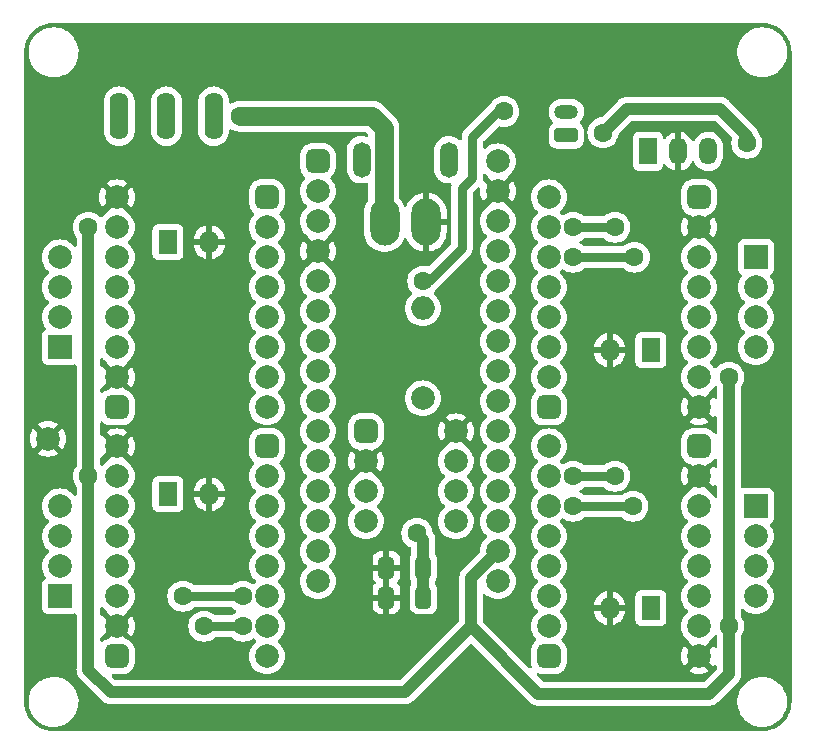
<source format=gbr>
%TF.GenerationSoftware,KiCad,Pcbnew,(6.0.0)*%
%TF.CreationDate,2022-05-13T18:03:07+02:00*%
%TF.ProjectId,Shield BR,53686965-6c64-4204-9252-2e6b69636164,rev?*%
%TF.SameCoordinates,Original*%
%TF.FileFunction,Copper,L1,Top*%
%TF.FilePolarity,Positive*%
%FSLAX46Y46*%
G04 Gerber Fmt 4.6, Leading zero omitted, Abs format (unit mm)*
G04 Created by KiCad (PCBNEW (6.0.0)) date 2022-05-13 18:03:07*
%MOMM*%
%LPD*%
G01*
G04 APERTURE LIST*
G04 Aperture macros list*
%AMRoundRect*
0 Rectangle with rounded corners*
0 $1 Rounding radius*
0 $2 $3 $4 $5 $6 $7 $8 $9 X,Y pos of 4 corners*
0 Add a 4 corners polygon primitive as box body*
4,1,4,$2,$3,$4,$5,$6,$7,$8,$9,$2,$3,0*
0 Add four circle primitives for the rounded corners*
1,1,$1+$1,$2,$3*
1,1,$1+$1,$4,$5*
1,1,$1+$1,$6,$7*
1,1,$1+$1,$8,$9*
0 Add four rect primitives between the rounded corners*
20,1,$1+$1,$2,$3,$4,$5,0*
20,1,$1+$1,$4,$5,$6,$7,0*
20,1,$1+$1,$6,$7,$8,$9,0*
20,1,$1+$1,$8,$9,$2,$3,0*%
G04 Aperture macros list end*
%TA.AperFunction,ComponentPad*%
%ADD10RoundRect,0.500000X-0.500000X-0.500000X0.500000X-0.500000X0.500000X0.500000X-0.500000X0.500000X0*%
%TD*%
%TA.AperFunction,ComponentPad*%
%ADD11C,2.000000*%
%TD*%
%TA.AperFunction,ComponentPad*%
%ADD12R,2.000000X2.000000*%
%TD*%
%TA.AperFunction,ComponentPad*%
%ADD13RoundRect,0.500000X0.500000X0.500000X-0.500000X0.500000X-0.500000X-0.500000X0.500000X-0.500000X0*%
%TD*%
%TA.AperFunction,ComponentPad*%
%ADD14R,1.500000X2.300000*%
%TD*%
%TA.AperFunction,ComponentPad*%
%ADD15O,1.500000X2.300000*%
%TD*%
%TA.AperFunction,ComponentPad*%
%ADD16O,1.600000X4.000000*%
%TD*%
%TA.AperFunction,WasherPad*%
%ADD17O,1.500000X3.000000*%
%TD*%
%TA.AperFunction,SMDPad,CuDef*%
%ADD18O,2.500000X4.000000*%
%TD*%
%TA.AperFunction,ComponentPad*%
%ADD19O,2.000000X2.000000*%
%TD*%
%TA.AperFunction,ComponentPad*%
%ADD20R,1.600000X2.000000*%
%TD*%
%TA.AperFunction,ComponentPad*%
%ADD21O,1.600000X1.900000*%
%TD*%
%TA.AperFunction,SMDPad,CuDef*%
%ADD22C,2.000000*%
%TD*%
%TA.AperFunction,SMDPad,CuDef*%
%ADD23RoundRect,0.250000X0.412500X0.650000X-0.412500X0.650000X-0.412500X-0.650000X0.412500X-0.650000X0*%
%TD*%
%TA.AperFunction,ComponentPad*%
%ADD24RoundRect,0.250000X0.750000X-0.350000X0.750000X0.350000X-0.750000X0.350000X-0.750000X-0.350000X0*%
%TD*%
%TA.AperFunction,ComponentPad*%
%ADD25O,2.000000X1.200000*%
%TD*%
%TA.AperFunction,ViaPad*%
%ADD26C,1.600000*%
%TD*%
%TA.AperFunction,ViaPad*%
%ADD27C,0.400000*%
%TD*%
%TA.AperFunction,Conductor*%
%ADD28C,0.800000*%
%TD*%
%TA.AperFunction,Conductor*%
%ADD29C,1.000000*%
%TD*%
%TA.AperFunction,Conductor*%
%ADD30C,1.600000*%
%TD*%
G04 APERTURE END LIST*
D10*
%TO.P,NUCLEO-F303K8T1,3.1,PA9*%
%TO.N,Dir0*%
X103631500Y-75946000D03*
D11*
%TO.P,NUCLEO-F303K8T1,3.2,PA10*%
%TO.N,Stp0*%
X103631500Y-78486000D03*
%TO.P,NUCLEO-F303K8T1,3.3,NRST*%
%TO.N,unconnected-(NUCLEO-F303K8T1-Pad3.3)*%
X103631500Y-81026000D03*
%TO.P,NUCLEO-F303K8T1,3.4,GND*%
%TO.N,GND*%
X103631500Y-83566000D03*
%TO.P,NUCLEO-F303K8T1,3.5,PA12*%
%TO.N,CAN_Tx*%
X103631500Y-86106000D03*
%TO.P,NUCLEO-F303K8T1,3.6,PB0*%
%TO.N,unconnected-(NUCLEO-F303K8T1-Pad3.6)*%
X103631500Y-88646000D03*
%TO.P,NUCLEO-F303K8T1,3.7,PB7*%
%TO.N,unconnected-(NUCLEO-F303K8T1-Pad3.7)*%
X103631500Y-91186000D03*
%TO.P,NUCLEO-F303K8T1,3.8,PB6*%
%TO.N,Dir3*%
X103631500Y-93726000D03*
%TO.P,NUCLEO-F303K8T1,3.9,PB1*%
%TO.N,Stp3*%
X103631500Y-96266000D03*
%TO.P,NUCLEO-F303K8T1,3.10,PF0*%
%TO.N,unconnected-(NUCLEO-F303K8T1-Pad3.10)*%
X103631500Y-98806000D03*
%TO.P,NUCLEO-F303K8T1,3.11,PF1*%
%TO.N,unconnected-(NUCLEO-F303K8T1-Pad3.11)*%
X103631500Y-101346000D03*
%TO.P,NUCLEO-F303K8T1,3.12,PA8*%
%TO.N,unconnected-(NUCLEO-F303K8T1-Pad3.12)*%
X103631500Y-103886000D03*
%TO.P,NUCLEO-F303K8T1,3.13,PA11*%
%TO.N,CAN_Rx*%
X103631500Y-106426000D03*
%TO.P,NUCLEO-F303K8T1,3.14,PB5*%
%TO.N,M2*%
X103631500Y-108966000D03*
%TO.P,NUCLEO-F303K8T1,3.15,PB4*%
%TO.N,M1*%
X103631500Y-111506000D03*
%TO.P,NUCLEO-F303K8T1,4.1,VIN*%
%TO.N,unconnected-(NUCLEO-F303K8T1-Pad4.1)*%
X118871500Y-75946000D03*
%TO.P,NUCLEO-F303K8T1,4.2,GND*%
%TO.N,GND*%
X118871500Y-78486000D03*
%TO.P,NUCLEO-F303K8T1,4.3,NRST*%
%TO.N,unconnected-(NUCLEO-F303K8T1-Pad4.3)*%
X118871500Y-81026000D03*
%TO.P,NUCLEO-F303K8T1,4.4,+5V*%
%TO.N,+5V*%
X118871500Y-83566000D03*
%TO.P,NUCLEO-F303K8T1,4.5,PA2*%
%TO.N,Stp1*%
X118871500Y-86106000D03*
%TO.P,NUCLEO-F303K8T1,4.6,PA7*%
%TO.N,Dir1*%
X118871500Y-88646000D03*
%TO.P,NUCLEO-F303K8T1,4.7,PA6*%
%TO.N,unconnected-(NUCLEO-F303K8T1-Pad4.7)*%
X118871500Y-91186000D03*
%TO.P,NUCLEO-F303K8T1,4.8,PA5*%
%TO.N,unconnected-(NUCLEO-F303K8T1-Pad4.8)*%
X118871500Y-93726000D03*
%TO.P,NUCLEO-F303K8T1,4.9,PA4*%
%TO.N,unconnected-(NUCLEO-F303K8T1-Pad4.9)*%
X118871500Y-96266000D03*
%TO.P,NUCLEO-F303K8T1,4.10,PA3*%
%TO.N,Stp2*%
X118871500Y-98806000D03*
%TO.P,NUCLEO-F303K8T1,4.11,PA1*%
%TO.N,Dir2*%
X118871500Y-101346000D03*
%TO.P,NUCLEO-F303K8T1,4.12,PA0*%
%TO.N,unconnected-(NUCLEO-F303K8T1-Pad4.12)*%
X118871500Y-103886000D03*
%TO.P,NUCLEO-F303K8T1,4.13,AREF*%
%TO.N,unconnected-(NUCLEO-F303K8T1-Pad4.13)*%
X118871500Y-106426000D03*
%TO.P,NUCLEO-F303K8T1,4.14,+3V3*%
%TO.N,Vio*%
X118871500Y-108966000D03*
%TO.P,NUCLEO-F303K8T1,4.15,PB3*%
%TO.N,EN*%
X118871500Y-111506000D03*
%TD*%
D12*
%TO.P,J2,1,Pin_1*%
%TO.N,Net-(Driver1-Pad6)*%
X81788000Y-91694000D03*
D11*
%TO.P,J2,2,Pin_2*%
%TO.N,Net-(Driver1-Pad5)*%
X81788000Y-89154000D03*
%TO.P,J2,3,Pin_3*%
%TO.N,Net-(Driver1-Pad4)*%
X81788000Y-86614000D03*
%TO.P,J2,4,Pin_4*%
%TO.N,Net-(Driver1-Pad3)*%
X81788000Y-84074000D03*
%TD*%
D12*
%TO.P,J3,1,Pin_1*%
%TO.N,Net-(Driver2-Pad6)*%
X140716000Y-84074000D03*
D11*
%TO.P,J3,2,Pin_2*%
%TO.N,Net-(Driver2-Pad5)*%
X140716000Y-86614000D03*
%TO.P,J3,3,Pin_3*%
%TO.N,Net-(Driver2-Pad4)*%
X140716000Y-89154000D03*
%TO.P,J3,4,Pin_4*%
%TO.N,Net-(Driver2-Pad3)*%
X140716000Y-91694000D03*
%TD*%
D12*
%TO.P,J5,1,Pin_1*%
%TO.N,Net-(Driver4-Pad6)*%
X140716000Y-105156000D03*
D11*
%TO.P,J5,2,Pin_2*%
%TO.N,Net-(Driver4-Pad5)*%
X140716000Y-107696000D03*
%TO.P,J5,3,Pin_3*%
%TO.N,Net-(Driver4-Pad4)*%
X140716000Y-110236000D03*
%TO.P,J5,4,Pin_4*%
%TO.N,Net-(Driver4-Pad3)*%
X140716000Y-112776000D03*
%TD*%
D12*
%TO.P,J4,1,Pin_1*%
%TO.N,Net-(Driver3-Pad6)*%
X81788000Y-112776000D03*
D11*
%TO.P,J4,2,Pin_2*%
%TO.N,Net-(Driver3-Pad5)*%
X81788000Y-110236000D03*
%TO.P,J4,3,Pin_3*%
%TO.N,Net-(Driver3-Pad4)*%
X81788000Y-107696000D03*
%TO.P,J4,4,Pin_4*%
%TO.N,Net-(Driver3-Pad3)*%
X81788000Y-105156000D03*
%TD*%
%TO.P,Driver1,1,GND*%
%TO.N,GND*%
X86614000Y-78994000D03*
%TO.P,Driver1,2,VIO*%
%TO.N,Vio*%
X86614000Y-81534000D03*
%TO.P,Driver1,3,M2B*%
%TO.N,Net-(Driver1-Pad3)*%
X86614000Y-84074000D03*
%TO.P,Driver1,4,M2A*%
%TO.N,Net-(Driver1-Pad4)*%
X86614000Y-86614000D03*
%TO.P,Driver1,5,M1A*%
%TO.N,Net-(Driver1-Pad5)*%
X86614000Y-89154000D03*
%TO.P,Driver1,6,M1B*%
%TO.N,Net-(Driver1-Pad6)*%
X86614000Y-91694000D03*
%TO.P,Driver1,7,GND*%
%TO.N,GND*%
X86614000Y-94234000D03*
D10*
%TO.P,Driver1,8,VM*%
%TO.N,+BATT*%
X86614000Y-96774000D03*
%TO.P,Driver1,9,DIR*%
%TO.N,Dir0*%
X99314000Y-78994000D03*
D11*
%TO.P,Driver1,10,STEP*%
%TO.N,Stp0*%
X99314000Y-81534000D03*
%TO.P,Driver1,11,CLK*%
%TO.N,unconnected-(Driver1-Pad11)*%
X99314000Y-84074000D03*
%TO.P,Driver1,12,PDN*%
%TO.N,unconnected-(Driver1-Pad12)*%
X99314000Y-86614000D03*
%TO.P,Driver1,13,NC*%
%TO.N,unconnected-(Driver1-Pad13)*%
X99314000Y-89154000D03*
%TO.P,Driver1,14,MS2*%
%TO.N,M2*%
X99314000Y-91694000D03*
%TO.P,Driver1,15,MS1*%
%TO.N,M1*%
X99314000Y-94234000D03*
%TO.P,Driver1,16,EN*%
%TO.N,EN*%
X99314000Y-96774000D03*
%TD*%
%TO.P,Driver2,1,GND*%
%TO.N,GND*%
X135890000Y-96774000D03*
%TO.P,Driver2,2,VIO*%
%TO.N,Vio*%
X135890000Y-94234000D03*
%TO.P,Driver2,3,M2B*%
%TO.N,Net-(Driver2-Pad3)*%
X135890000Y-91694000D03*
%TO.P,Driver2,4,M2A*%
%TO.N,Net-(Driver2-Pad4)*%
X135890000Y-89154000D03*
%TO.P,Driver2,5,M1A*%
%TO.N,Net-(Driver2-Pad5)*%
X135890000Y-86614000D03*
%TO.P,Driver2,6,M1B*%
%TO.N,Net-(Driver2-Pad6)*%
X135890000Y-84074000D03*
%TO.P,Driver2,7,GND*%
%TO.N,GND*%
X135890000Y-81534000D03*
D13*
%TO.P,Driver2,8,VM*%
%TO.N,+BATT*%
X135890000Y-78994000D03*
%TO.P,Driver2,9,DIR*%
%TO.N,Dir1*%
X123190000Y-96774000D03*
D11*
%TO.P,Driver2,10,STEP*%
%TO.N,Stp1*%
X123190000Y-94234000D03*
%TO.P,Driver2,11,CLK*%
%TO.N,unconnected-(Driver2-Pad11)*%
X123190000Y-91694000D03*
%TO.P,Driver2,12,PDN*%
%TO.N,unconnected-(Driver2-Pad12)*%
X123190000Y-89154000D03*
%TO.P,Driver2,13,NC*%
%TO.N,unconnected-(Driver2-Pad13)*%
X123190000Y-86614000D03*
%TO.P,Driver2,14,MS2*%
%TO.N,M2*%
X123190000Y-84074000D03*
%TO.P,Driver2,15,MS1*%
%TO.N,M1*%
X123190000Y-81534000D03*
%TO.P,Driver2,16,EN*%
%TO.N,EN*%
X123190000Y-78994000D03*
%TD*%
%TO.P,Driver4,1,GND*%
%TO.N,GND*%
X135890000Y-117856000D03*
%TO.P,Driver4,2,VIO*%
%TO.N,Vio*%
X135890000Y-115316000D03*
%TO.P,Driver4,3,M2B*%
%TO.N,Net-(Driver4-Pad3)*%
X135890000Y-112776000D03*
%TO.P,Driver4,4,M2A*%
%TO.N,Net-(Driver4-Pad4)*%
X135890000Y-110236000D03*
%TO.P,Driver4,5,M1A*%
%TO.N,Net-(Driver4-Pad5)*%
X135890000Y-107696000D03*
%TO.P,Driver4,6,M1B*%
%TO.N,Net-(Driver4-Pad6)*%
X135890000Y-105156000D03*
%TO.P,Driver4,7,GND*%
%TO.N,GND*%
X135890000Y-102616000D03*
D13*
%TO.P,Driver4,8,VM*%
%TO.N,+BATT*%
X135890000Y-100076000D03*
%TO.P,Driver4,9,DIR*%
%TO.N,Dir2*%
X123190000Y-117856000D03*
D11*
%TO.P,Driver4,10,STEP*%
%TO.N,Stp2*%
X123190000Y-115316000D03*
%TO.P,Driver4,11,CLK*%
%TO.N,unconnected-(Driver4-Pad11)*%
X123190000Y-112776000D03*
%TO.P,Driver4,12,PDN*%
%TO.N,unconnected-(Driver4-Pad12)*%
X123190000Y-110236000D03*
%TO.P,Driver4,13,NC*%
%TO.N,unconnected-(Driver4-Pad13)*%
X123190000Y-107696000D03*
%TO.P,Driver4,14,MS2*%
%TO.N,M2*%
X123190000Y-105156000D03*
%TO.P,Driver4,15,MS1*%
%TO.N,M1*%
X123190000Y-102616000D03*
%TO.P,Driver4,16,EN*%
%TO.N,EN*%
X123190000Y-100076000D03*
%TD*%
%TO.P,Driver3,1,GND*%
%TO.N,GND*%
X86614000Y-100076000D03*
%TO.P,Driver3,2,VIO*%
%TO.N,Vio*%
X86614000Y-102616000D03*
%TO.P,Driver3,3,M2B*%
%TO.N,Net-(Driver3-Pad3)*%
X86614000Y-105156000D03*
%TO.P,Driver3,4,M2A*%
%TO.N,Net-(Driver3-Pad4)*%
X86614000Y-107696000D03*
%TO.P,Driver3,5,M1A*%
%TO.N,Net-(Driver3-Pad5)*%
X86614000Y-110236000D03*
%TO.P,Driver3,6,M1B*%
%TO.N,Net-(Driver3-Pad6)*%
X86614000Y-112776000D03*
%TO.P,Driver3,7,GND*%
%TO.N,GND*%
X86614000Y-115316000D03*
D10*
%TO.P,Driver3,8,VM*%
%TO.N,+BATT*%
X86614000Y-117856000D03*
%TO.P,Driver3,9,DIR*%
%TO.N,Dir3*%
X99314000Y-100076000D03*
D11*
%TO.P,Driver3,10,STEP*%
%TO.N,Stp3*%
X99314000Y-102616000D03*
%TO.P,Driver3,11,CLK*%
%TO.N,unconnected-(Driver3-Pad11)*%
X99314000Y-105156000D03*
%TO.P,Driver3,12,PDN*%
%TO.N,unconnected-(Driver3-Pad12)*%
X99314000Y-107696000D03*
%TO.P,Driver3,13,NC*%
%TO.N,unconnected-(Driver3-Pad13)*%
X99314000Y-110236000D03*
%TO.P,Driver3,14,MS2*%
%TO.N,M2*%
X99314000Y-112776000D03*
%TO.P,Driver3,15,MS1*%
%TO.N,M1*%
X99314000Y-115316000D03*
%TO.P,Driver3,16,EN*%
%TO.N,EN*%
X99314000Y-117856000D03*
%TD*%
D14*
%TO.P,U1,1,IN*%
%TO.N,+BATT*%
X131571500Y-75105500D03*
D15*
%TO.P,U1,2,GND*%
%TO.N,GND*%
X134111500Y-75105500D03*
%TO.P,U1,3,OUT*%
%TO.N,+5V*%
X136651500Y-75105500D03*
%TD*%
D16*
%TO.P,SW1,1,A*%
%TO.N,Net-(J1-Pad1)*%
X94804500Y-72136000D03*
%TO.P,SW1,2,B*%
%TO.N,+BATT*%
X90804500Y-72136000D03*
%TO.P,SW1,3,C*%
%TO.N,unconnected-(SW1-Pad3)*%
X86804500Y-72136000D03*
%TD*%
D17*
%TO.P,J1,*%
%TO.N,*%
X114725500Y-75815301D03*
X107325500Y-75815301D03*
D18*
%TO.P,J1,1,Pin_1*%
%TO.N,Net-(J1-Pad1)*%
X109275500Y-81115301D03*
%TO.P,J1,2,Pin_2*%
%TO.N,GND*%
X112775500Y-81115301D03*
%TD*%
D11*
%TO.P,R_CAN1,1*%
%TO.N,Net-(J5-CAN1-Pad1)*%
X112521500Y-96012000D03*
D19*
%TO.P,R_CAN1,2*%
%TO.N,Net-(J5-CAN1-Pad2)*%
X112521500Y-88392000D03*
%TD*%
D20*
%TO.P,C8,1*%
%TO.N,+BATT*%
X131825500Y-91948000D03*
D21*
%TO.P,C8,2*%
%TO.N,GND*%
X128325500Y-91948000D03*
%TD*%
D20*
%TO.P,C6,1*%
%TO.N,+BATT*%
X131825500Y-113792000D03*
D21*
%TO.P,C6,2*%
%TO.N,GND*%
X128325500Y-113792000D03*
%TD*%
D20*
%TO.P,C9,1*%
%TO.N,+BATT*%
X90931500Y-104140000D03*
D21*
%TO.P,C9,2*%
%TO.N,GND*%
X94431500Y-104140000D03*
%TD*%
D22*
%TO.P,TP11,1,1*%
%TO.N,GND*%
X80771500Y-99441000D03*
%TD*%
D23*
%TO.P,C2,1*%
%TO.N,+5V*%
X112560000Y-110363000D03*
%TO.P,C2,2*%
%TO.N,GND*%
X109435000Y-110363000D03*
%TD*%
D24*
%TO.P,J5-CAN1,1,Pin_1*%
%TO.N,Net-(J5-CAN1-Pad1)*%
X124671500Y-73771000D03*
D25*
%TO.P,J5-CAN1,2,Pin_2*%
%TO.N,Net-(J5-CAN1-Pad2)*%
X124671500Y-71771000D03*
%TD*%
D20*
%TO.P,C7,1*%
%TO.N,+BATT*%
X90931500Y-82804000D03*
D21*
%TO.P,C7,2*%
%TO.N,GND*%
X94431500Y-82804000D03*
%TD*%
D10*
%TO.P,U2,1,TXD*%
%TO.N,CAN_Tx*%
X107695500Y-98806000D03*
D11*
%TO.P,U2,2,VSS*%
%TO.N,GND*%
X107695500Y-101346000D03*
%TO.P,U2,3,VDD*%
%TO.N,+5V*%
X107695500Y-103886000D03*
%TO.P,U2,4,RXD*%
%TO.N,CAN_Rx*%
X107695500Y-106426000D03*
%TO.P,U2,5,Vref*%
%TO.N,unconnected-(U2-Pad5)*%
X115315500Y-106426000D03*
%TO.P,U2,6,CANL*%
%TO.N,Net-(J5-CAN1-Pad2)*%
X115315500Y-103886000D03*
%TO.P,U2,7,CANH*%
%TO.N,Net-(J5-CAN1-Pad1)*%
X115315500Y-101346000D03*
%TO.P,U2,8,Rs*%
%TO.N,GND*%
X115315500Y-98806000D03*
%TD*%
D23*
%TO.P,C1,1*%
%TO.N,+5V*%
X112560000Y-112903000D03*
%TO.P,C1,2*%
%TO.N,GND*%
X109435000Y-112903000D03*
%TD*%
D26*
%TO.N,GND*%
X132841500Y-122936000D03*
D27*
X111975500Y-82315301D03*
X113575500Y-80715301D03*
X113575500Y-79915301D03*
X111975500Y-81515301D03*
X112775500Y-80315301D03*
X111975500Y-80715301D03*
X112775500Y-79515301D03*
X111975500Y-79915301D03*
X113575500Y-81515301D03*
X112775500Y-81915301D03*
X113575500Y-82315301D03*
X112775500Y-82715301D03*
D26*
X86613500Y-66802000D03*
X108076500Y-86106000D03*
X128777500Y-96520000D03*
X81025500Y-74930000D03*
X128777500Y-88900000D03*
X141223500Y-117856000D03*
X112521500Y-73533000D03*
X114807500Y-96266000D03*
X128777500Y-110744000D03*
X135381500Y-66294000D03*
X81025500Y-117729000D03*
D27*
X112775500Y-81115301D03*
D26*
X99313500Y-75057000D03*
X105663500Y-114808000D03*
X133095500Y-118364000D03*
X141223500Y-78232000D03*
X94233500Y-107696000D03*
X94233500Y-101092000D03*
X128396500Y-117221000D03*
X94741500Y-88392000D03*
X111759500Y-65532000D03*
X81025500Y-95631000D03*
X116585500Y-118364000D03*
X141223500Y-97790000D03*
%TO.N,M2*%
X92201500Y-112776000D03*
X130301500Y-105156000D03*
X125221500Y-105156000D03*
X125221500Y-84074000D03*
X97281500Y-112776000D03*
X130428500Y-84074000D03*
%TO.N,M1*%
X93979500Y-115316000D03*
X97281500Y-115316000D03*
X128777500Y-81534000D03*
X125221500Y-102616000D03*
X128777500Y-102616000D03*
X125221500Y-81534000D03*
%TO.N,+5V*%
X139953500Y-74422000D03*
X127761500Y-73533000D03*
X112013500Y-107442000D03*
%TO.N,Vio*%
X84200500Y-81534000D03*
X84200500Y-102616000D03*
X138429500Y-115316000D03*
X138429500Y-94234000D03*
D27*
%TO.N,Net-(J1-Pad1)*%
X110075500Y-82315301D03*
X108475500Y-80715301D03*
X108475500Y-79915301D03*
X110075500Y-81515301D03*
X109275500Y-80315301D03*
X110075500Y-80715301D03*
X109275500Y-79515301D03*
X110075500Y-79915301D03*
X108475500Y-81515301D03*
X109275500Y-81915301D03*
X108475500Y-82315301D03*
X109275500Y-82715301D03*
X109275500Y-81115301D03*
D26*
X97027500Y-72136000D03*
%TO.N,Net-(J5-CAN1-Pad2)*%
X112521500Y-86106000D03*
X119379500Y-71730500D03*
%TD*%
D28*
%TO.N,M2*%
X130301500Y-105156000D02*
X125221500Y-105156000D01*
X125221500Y-84074000D02*
X130428500Y-84074000D01*
X97281500Y-112776000D02*
X92201500Y-112776000D01*
%TO.N,M1*%
X128777500Y-81534000D02*
X125221500Y-81534000D01*
X128777500Y-102616000D02*
X125221500Y-102616000D01*
X93979500Y-115316000D02*
X97281500Y-115316000D01*
D29*
%TO.N,+5V*%
X112560000Y-107988500D02*
X112560000Y-110363000D01*
X137667500Y-71501000D02*
X129793500Y-71501000D01*
X139953500Y-73787000D02*
X137667500Y-71501000D01*
X139953500Y-74422000D02*
X139953500Y-73787000D01*
X129793500Y-71501000D02*
X127761500Y-73533000D01*
X112560000Y-110363000D02*
X112560000Y-112903000D01*
X112013500Y-107442000D02*
X112560000Y-107988500D01*
%TO.N,Vio*%
X84200500Y-81534000D02*
X84200500Y-102616000D01*
X110997500Y-120904000D02*
X115823500Y-116078000D01*
X138429500Y-94234000D02*
X138429500Y-115316000D01*
X122300500Y-121031000D02*
X116585500Y-115316000D01*
X116585500Y-115316000D02*
X116077500Y-115824000D01*
X116585500Y-111252000D02*
X116585500Y-115316000D01*
X84200500Y-102616000D02*
X84200500Y-118999000D01*
X86105500Y-120904000D02*
X110997500Y-120904000D01*
X136778500Y-121031000D02*
X122300500Y-121031000D01*
X116077500Y-115824000D02*
X115823500Y-116078000D01*
X138429500Y-115316000D02*
X138429500Y-119380000D01*
X84200500Y-118999000D02*
X86105500Y-120904000D01*
X118871500Y-108966000D02*
X116585500Y-111252000D01*
X138429500Y-119380000D02*
X136778500Y-121031000D01*
D30*
%TO.N,Net-(J1-Pad1)*%
X108203500Y-72136000D02*
X109219500Y-73152000D01*
X109219500Y-81059301D02*
X109275500Y-81115301D01*
X97027500Y-72136000D02*
X108203500Y-72136000D01*
X109219500Y-73152000D02*
X109219500Y-81059301D01*
D28*
%TO.N,Net-(J5-CAN1-Pad2)*%
X116712500Y-73914000D02*
X118896000Y-71730500D01*
X112521500Y-86106000D02*
X113029500Y-86106000D01*
X115823500Y-78232000D02*
X116712500Y-77343000D01*
X118896000Y-71730500D02*
X119379500Y-71730500D01*
X115823500Y-83312000D02*
X115823500Y-78232000D01*
X113029500Y-86106000D02*
X115823500Y-83312000D01*
X116712500Y-77343000D02*
X116712500Y-73914000D01*
%TD*%
%TA.AperFunction,Conductor*%
%TO.N,GND*%
G36*
X141221557Y-64235500D02*
G01*
X141236358Y-64237805D01*
X141236361Y-64237805D01*
X141245230Y-64239186D01*
X141262399Y-64236941D01*
X141286339Y-64236108D01*
X141544270Y-64251710D01*
X141559374Y-64253544D01*
X141630148Y-64266514D01*
X141840379Y-64305040D01*
X141855141Y-64308678D01*
X142127908Y-64393675D01*
X142142127Y-64399069D01*
X142402640Y-64516316D01*
X142416109Y-64523385D01*
X142660595Y-64671182D01*
X142673117Y-64679825D01*
X142898007Y-64856016D01*
X142909395Y-64866106D01*
X143111394Y-65068105D01*
X143121484Y-65079493D01*
X143297675Y-65304383D01*
X143306318Y-65316905D01*
X143454115Y-65561391D01*
X143461184Y-65574860D01*
X143578430Y-65835370D01*
X143583825Y-65849592D01*
X143641633Y-66035103D01*
X143668821Y-66122353D01*
X143672460Y-66137121D01*
X143703065Y-66304124D01*
X143723956Y-66418126D01*
X143725790Y-66433230D01*
X143740955Y-66683929D01*
X143739698Y-66710639D01*
X143739695Y-66710859D01*
X143738314Y-66719730D01*
X143739478Y-66728632D01*
X143739478Y-66728635D01*
X143742436Y-66751251D01*
X143743500Y-66767589D01*
X143743500Y-121676672D01*
X143742000Y-121696056D01*
X143738314Y-121719730D01*
X143740467Y-121736195D01*
X143740559Y-121736897D01*
X143741392Y-121760839D01*
X143725790Y-122018770D01*
X143723956Y-122033874D01*
X143722138Y-122043794D01*
X143700631Y-122161159D01*
X143672462Y-122314873D01*
X143668822Y-122329641D01*
X143583826Y-122602404D01*
X143578431Y-122616627D01*
X143540365Y-122701208D01*
X143461186Y-122877136D01*
X143454115Y-122890609D01*
X143306318Y-123135095D01*
X143297675Y-123147617D01*
X143121484Y-123372507D01*
X143111394Y-123383895D01*
X142909395Y-123585894D01*
X142898007Y-123595984D01*
X142673117Y-123772175D01*
X142660595Y-123780818D01*
X142416109Y-123928615D01*
X142402640Y-123935684D01*
X142142130Y-124052930D01*
X142127908Y-124058325D01*
X141855141Y-124143322D01*
X141840379Y-124146960D01*
X141630148Y-124185486D01*
X141559374Y-124198456D01*
X141544270Y-124200290D01*
X141293571Y-124215455D01*
X141266861Y-124214198D01*
X141266641Y-124214195D01*
X141257770Y-124212814D01*
X141248868Y-124213978D01*
X141248865Y-124213978D01*
X141226249Y-124216936D01*
X141209911Y-124218000D01*
X81300828Y-124218000D01*
X81281443Y-124216500D01*
X81266642Y-124214195D01*
X81266639Y-124214195D01*
X81257770Y-124212814D01*
X81240601Y-124215059D01*
X81216661Y-124215892D01*
X80958730Y-124200290D01*
X80943626Y-124198456D01*
X80872852Y-124185486D01*
X80662621Y-124146960D01*
X80647859Y-124143322D01*
X80375092Y-124058325D01*
X80360870Y-124052930D01*
X80100360Y-123935684D01*
X80086891Y-123928615D01*
X79842405Y-123780818D01*
X79829883Y-123772175D01*
X79604993Y-123595984D01*
X79593605Y-123585894D01*
X79391606Y-123383895D01*
X79381516Y-123372507D01*
X79205325Y-123147617D01*
X79196682Y-123135095D01*
X79048885Y-122890609D01*
X79041814Y-122877136D01*
X78962636Y-122701208D01*
X78924569Y-122616627D01*
X78919174Y-122602404D01*
X78834178Y-122329641D01*
X78830538Y-122314873D01*
X78802370Y-122161159D01*
X78780862Y-122043794D01*
X78779044Y-122033874D01*
X78777210Y-122018770D01*
X78767527Y-121858703D01*
X79142243Y-121858703D01*
X79142802Y-121862947D01*
X79142802Y-121862951D01*
X79156240Y-121965022D01*
X79179768Y-122143734D01*
X79255629Y-122421036D01*
X79257313Y-122424984D01*
X79332990Y-122602404D01*
X79368423Y-122685476D01*
X79380193Y-122705142D01*
X79491193Y-122890609D01*
X79516061Y-122932161D01*
X79695813Y-123156528D01*
X79904351Y-123354423D01*
X80137817Y-123522186D01*
X80141612Y-123524195D01*
X80141613Y-123524196D01*
X80163369Y-123535715D01*
X80391892Y-123656712D01*
X80661873Y-123755511D01*
X80942764Y-123816755D01*
X80971341Y-123819004D01*
X81165782Y-123834307D01*
X81165791Y-123834307D01*
X81168239Y-123834500D01*
X81323771Y-123834500D01*
X81325907Y-123834354D01*
X81325918Y-123834354D01*
X81534048Y-123820165D01*
X81534054Y-123820164D01*
X81538325Y-123819873D01*
X81542520Y-123819004D01*
X81542522Y-123819004D01*
X81679083Y-123790724D01*
X81819842Y-123761574D01*
X82090843Y-123665607D01*
X82178862Y-123620177D01*
X82342505Y-123535715D01*
X82342506Y-123535715D01*
X82346312Y-123533750D01*
X82349813Y-123531289D01*
X82349817Y-123531287D01*
X82559534Y-123383895D01*
X82581523Y-123368441D01*
X82792122Y-123172740D01*
X82974213Y-122950268D01*
X83124427Y-122705142D01*
X83239983Y-122441898D01*
X83318744Y-122165406D01*
X83354658Y-121913059D01*
X83358646Y-121885036D01*
X83358646Y-121885034D01*
X83359251Y-121880784D01*
X83359292Y-121873103D01*
X83360735Y-121597583D01*
X83360735Y-121597576D01*
X83360757Y-121593297D01*
X83323232Y-121308266D01*
X83247371Y-121030964D01*
X83134577Y-120766524D01*
X82986939Y-120519839D01*
X82807187Y-120295472D01*
X82683789Y-120178372D01*
X82601758Y-120100527D01*
X82601755Y-120100525D01*
X82598649Y-120097577D01*
X82403360Y-119957247D01*
X82368672Y-119932321D01*
X82368671Y-119932320D01*
X82365183Y-119929814D01*
X82343343Y-119918250D01*
X82262598Y-119875498D01*
X82111108Y-119795288D01*
X81966276Y-119742287D01*
X81845158Y-119697964D01*
X81845156Y-119697963D01*
X81841127Y-119696489D01*
X81560236Y-119635245D01*
X81523311Y-119632339D01*
X81337218Y-119617693D01*
X81337209Y-119617693D01*
X81334761Y-119617500D01*
X81179229Y-119617500D01*
X81177093Y-119617646D01*
X81177082Y-119617646D01*
X80968952Y-119631835D01*
X80968946Y-119631836D01*
X80964675Y-119632127D01*
X80960480Y-119632996D01*
X80960478Y-119632996D01*
X80823916Y-119661277D01*
X80683158Y-119690426D01*
X80412157Y-119786393D01*
X80156688Y-119918250D01*
X80153187Y-119920711D01*
X80153183Y-119920713D01*
X80108494Y-119952121D01*
X79921477Y-120083559D01*
X79710878Y-120279260D01*
X79528787Y-120501732D01*
X79378573Y-120746858D01*
X79263017Y-121010102D01*
X79184256Y-121286594D01*
X79143749Y-121571216D01*
X79143727Y-121575505D01*
X79143726Y-121575512D01*
X79142328Y-121842456D01*
X79142243Y-121858703D01*
X78767527Y-121858703D01*
X78762045Y-121768071D01*
X78763302Y-121741361D01*
X78763305Y-121741141D01*
X78764686Y-121732270D01*
X78763047Y-121719730D01*
X78760564Y-121700749D01*
X78759500Y-121684411D01*
X78759500Y-110236000D01*
X80274835Y-110236000D01*
X80293465Y-110472711D01*
X80294619Y-110477518D01*
X80294620Y-110477524D01*
X80325883Y-110607743D01*
X80348895Y-110703594D01*
X80350788Y-110708165D01*
X80350789Y-110708167D01*
X80417183Y-110868456D01*
X80439760Y-110922963D01*
X80442346Y-110927183D01*
X80561241Y-111121202D01*
X80561245Y-111121208D01*
X80563824Y-111125416D01*
X80567037Y-111129178D01*
X80567040Y-111129182D01*
X80573171Y-111136361D01*
X80602202Y-111201151D01*
X80591597Y-111271351D01*
X80545473Y-111323819D01*
X80541295Y-111325385D01*
X80424739Y-111412739D01*
X80337385Y-111529295D01*
X80286255Y-111665684D01*
X80279500Y-111727866D01*
X80279500Y-113824134D01*
X80286255Y-113886316D01*
X80337385Y-114022705D01*
X80424739Y-114139261D01*
X80541295Y-114226615D01*
X80677684Y-114277745D01*
X80739866Y-114284500D01*
X82836134Y-114284500D01*
X82898316Y-114277745D01*
X83021770Y-114231464D01*
X83092578Y-114226281D01*
X83154947Y-114260202D01*
X83189076Y-114322457D01*
X83192000Y-114349446D01*
X83192000Y-118937157D01*
X83191263Y-118950764D01*
X83190014Y-118962266D01*
X83187176Y-118988388D01*
X83188124Y-118999223D01*
X83191550Y-119038388D01*
X83191879Y-119043214D01*
X83192000Y-119045686D01*
X83192000Y-119048769D01*
X83192301Y-119051837D01*
X83196190Y-119091506D01*
X83196312Y-119092819D01*
X83196815Y-119098568D01*
X83204413Y-119185413D01*
X83205900Y-119190532D01*
X83206420Y-119195833D01*
X83233291Y-119284834D01*
X83233626Y-119285967D01*
X83257540Y-119368275D01*
X83259591Y-119375336D01*
X83262044Y-119380068D01*
X83263584Y-119385169D01*
X83266478Y-119390612D01*
X83307231Y-119467260D01*
X83307843Y-119468426D01*
X83350608Y-119550926D01*
X83353931Y-119555089D01*
X83356434Y-119559796D01*
X83415255Y-119631918D01*
X83415946Y-119632774D01*
X83447238Y-119671973D01*
X83449742Y-119674477D01*
X83450384Y-119675195D01*
X83454085Y-119679528D01*
X83481435Y-119713062D01*
X83486182Y-119716989D01*
X83486184Y-119716991D01*
X83516762Y-119742287D01*
X83525542Y-119750277D01*
X85348645Y-121573379D01*
X85357747Y-121583522D01*
X85381468Y-121613025D01*
X85386196Y-121616992D01*
X85419921Y-121645291D01*
X85423569Y-121648472D01*
X85425381Y-121650115D01*
X85427575Y-121652309D01*
X85460849Y-121679642D01*
X85461647Y-121680304D01*
X85532974Y-121740154D01*
X85537644Y-121742722D01*
X85541761Y-121746103D01*
X85561579Y-121756729D01*
X85623586Y-121789977D01*
X85624745Y-121790606D01*
X85700881Y-121832462D01*
X85700889Y-121832465D01*
X85706287Y-121835433D01*
X85711369Y-121837045D01*
X85716063Y-121839562D01*
X85764649Y-121854417D01*
X85804977Y-121866747D01*
X85806235Y-121867139D01*
X85827687Y-121873944D01*
X85894806Y-121895235D01*
X85900097Y-121895829D01*
X85905198Y-121897388D01*
X85997763Y-121906790D01*
X85998950Y-121906916D01*
X86028338Y-121910213D01*
X86045230Y-121912108D01*
X86045235Y-121912108D01*
X86048727Y-121912500D01*
X86052252Y-121912500D01*
X86053237Y-121912555D01*
X86058932Y-121913003D01*
X86070842Y-121914213D01*
X86095834Y-121916752D01*
X86095839Y-121916752D01*
X86101962Y-121917374D01*
X86147608Y-121913059D01*
X86159467Y-121912500D01*
X110935657Y-121912500D01*
X110949264Y-121913237D01*
X110980762Y-121916659D01*
X110980767Y-121916659D01*
X110986888Y-121917324D01*
X111013138Y-121915027D01*
X111036888Y-121912950D01*
X111041714Y-121912621D01*
X111044186Y-121912500D01*
X111047269Y-121912500D01*
X111059238Y-121911326D01*
X111090006Y-121908310D01*
X111091319Y-121908188D01*
X111135584Y-121904315D01*
X111183913Y-121900087D01*
X111189032Y-121898600D01*
X111194333Y-121898080D01*
X111283334Y-121871209D01*
X111284467Y-121870874D01*
X111367914Y-121846630D01*
X111367918Y-121846628D01*
X111373836Y-121844909D01*
X111378568Y-121842456D01*
X111383669Y-121840916D01*
X111390667Y-121837195D01*
X111465760Y-121797269D01*
X111466926Y-121796657D01*
X111543953Y-121756729D01*
X111549426Y-121753892D01*
X111553589Y-121750569D01*
X111558296Y-121748066D01*
X111630418Y-121689245D01*
X111631274Y-121688554D01*
X111670473Y-121657262D01*
X111672977Y-121654758D01*
X111673695Y-121654116D01*
X111678028Y-121650415D01*
X111711562Y-121623065D01*
X111740788Y-121587737D01*
X111748777Y-121578958D01*
X116496405Y-116831330D01*
X116558717Y-116797304D01*
X116629532Y-116802369D01*
X116674595Y-116831330D01*
X121543649Y-121700384D01*
X121552751Y-121710527D01*
X121576468Y-121740025D01*
X121614950Y-121772315D01*
X121618562Y-121775467D01*
X121620388Y-121777123D01*
X121622575Y-121779310D01*
X121624958Y-121781267D01*
X121624963Y-121781272D01*
X121655768Y-121806576D01*
X121656752Y-121807393D01*
X121727974Y-121867154D01*
X121732647Y-121869723D01*
X121736762Y-121873103D01*
X121742191Y-121876014D01*
X121742194Y-121876016D01*
X121818671Y-121917023D01*
X121819829Y-121917652D01*
X121831866Y-121924269D01*
X121901287Y-121962433D01*
X121906365Y-121964044D01*
X121911063Y-121966563D01*
X121999998Y-121993753D01*
X122001202Y-121994128D01*
X122089806Y-122022235D01*
X122095097Y-122022828D01*
X122100198Y-122024388D01*
X122192811Y-122033795D01*
X122193931Y-122033915D01*
X122243727Y-122039500D01*
X122247256Y-122039500D01*
X122248239Y-122039555D01*
X122253926Y-122040003D01*
X122274183Y-122042060D01*
X122290836Y-122043752D01*
X122290839Y-122043752D01*
X122296963Y-122044374D01*
X122342612Y-122040059D01*
X122354469Y-122039500D01*
X136716657Y-122039500D01*
X136730264Y-122040237D01*
X136761762Y-122043659D01*
X136761767Y-122043659D01*
X136767888Y-122044324D01*
X136794138Y-122042027D01*
X136817888Y-122039950D01*
X136822714Y-122039621D01*
X136825186Y-122039500D01*
X136828269Y-122039500D01*
X136840238Y-122038326D01*
X136871006Y-122035310D01*
X136872319Y-122035188D01*
X136916584Y-122031315D01*
X136964913Y-122027087D01*
X136970032Y-122025600D01*
X136975333Y-122025080D01*
X137064334Y-121998209D01*
X137065467Y-121997874D01*
X137148914Y-121973630D01*
X137148918Y-121973628D01*
X137154836Y-121971909D01*
X137159568Y-121969456D01*
X137164669Y-121967916D01*
X137176860Y-121961434D01*
X137246760Y-121924269D01*
X137247926Y-121923657D01*
X137324953Y-121883729D01*
X137330426Y-121880892D01*
X137334589Y-121877569D01*
X137339296Y-121875066D01*
X137344239Y-121871035D01*
X137359359Y-121858703D01*
X139142243Y-121858703D01*
X139142802Y-121862947D01*
X139142802Y-121862951D01*
X139156240Y-121965022D01*
X139179768Y-122143734D01*
X139255629Y-122421036D01*
X139257313Y-122424984D01*
X139332990Y-122602404D01*
X139368423Y-122685476D01*
X139380193Y-122705142D01*
X139491193Y-122890609D01*
X139516061Y-122932161D01*
X139695813Y-123156528D01*
X139904351Y-123354423D01*
X140137817Y-123522186D01*
X140141612Y-123524195D01*
X140141613Y-123524196D01*
X140163369Y-123535715D01*
X140391892Y-123656712D01*
X140661873Y-123755511D01*
X140942764Y-123816755D01*
X140971341Y-123819004D01*
X141165782Y-123834307D01*
X141165791Y-123834307D01*
X141168239Y-123834500D01*
X141323771Y-123834500D01*
X141325907Y-123834354D01*
X141325918Y-123834354D01*
X141534048Y-123820165D01*
X141534054Y-123820164D01*
X141538325Y-123819873D01*
X141542520Y-123819004D01*
X141542522Y-123819004D01*
X141679083Y-123790724D01*
X141819842Y-123761574D01*
X142090843Y-123665607D01*
X142178862Y-123620177D01*
X142342505Y-123535715D01*
X142342506Y-123535715D01*
X142346312Y-123533750D01*
X142349813Y-123531289D01*
X142349817Y-123531287D01*
X142559534Y-123383895D01*
X142581523Y-123368441D01*
X142792122Y-123172740D01*
X142974213Y-122950268D01*
X143124427Y-122705142D01*
X143239983Y-122441898D01*
X143318744Y-122165406D01*
X143354658Y-121913059D01*
X143358646Y-121885036D01*
X143358646Y-121885034D01*
X143359251Y-121880784D01*
X143359292Y-121873103D01*
X143360735Y-121597583D01*
X143360735Y-121597576D01*
X143360757Y-121593297D01*
X143323232Y-121308266D01*
X143247371Y-121030964D01*
X143134577Y-120766524D01*
X142986939Y-120519839D01*
X142807187Y-120295472D01*
X142683789Y-120178372D01*
X142601758Y-120100527D01*
X142601755Y-120100525D01*
X142598649Y-120097577D01*
X142403360Y-119957247D01*
X142368672Y-119932321D01*
X142368671Y-119932320D01*
X142365183Y-119929814D01*
X142343343Y-119918250D01*
X142262598Y-119875498D01*
X142111108Y-119795288D01*
X141966276Y-119742287D01*
X141845158Y-119697964D01*
X141845156Y-119697963D01*
X141841127Y-119696489D01*
X141560236Y-119635245D01*
X141523311Y-119632339D01*
X141337218Y-119617693D01*
X141337209Y-119617693D01*
X141334761Y-119617500D01*
X141179229Y-119617500D01*
X141177093Y-119617646D01*
X141177082Y-119617646D01*
X140968952Y-119631835D01*
X140968946Y-119631836D01*
X140964675Y-119632127D01*
X140960480Y-119632996D01*
X140960478Y-119632996D01*
X140823916Y-119661277D01*
X140683158Y-119690426D01*
X140412157Y-119786393D01*
X140156688Y-119918250D01*
X140153187Y-119920711D01*
X140153183Y-119920713D01*
X140108494Y-119952121D01*
X139921477Y-120083559D01*
X139710878Y-120279260D01*
X139528787Y-120501732D01*
X139378573Y-120746858D01*
X139263017Y-121010102D01*
X139184256Y-121286594D01*
X139143749Y-121571216D01*
X139143727Y-121575505D01*
X139143726Y-121575512D01*
X139142328Y-121842456D01*
X139142243Y-121858703D01*
X137359359Y-121858703D01*
X137364614Y-121854417D01*
X137411418Y-121816245D01*
X137412274Y-121815554D01*
X137451473Y-121784262D01*
X137453977Y-121781758D01*
X137454695Y-121781116D01*
X137459028Y-121777415D01*
X137492562Y-121750065D01*
X137498394Y-121743016D01*
X137521787Y-121714738D01*
X137529777Y-121705958D01*
X139098879Y-120136855D01*
X139109022Y-120127753D01*
X139133718Y-120107897D01*
X139138525Y-120104032D01*
X139170792Y-120065578D01*
X139173973Y-120061930D01*
X139175617Y-120060117D01*
X139177809Y-120057925D01*
X139205080Y-120024724D01*
X139205862Y-120023782D01*
X139261693Y-119957247D01*
X139261695Y-119957244D01*
X139265654Y-119952526D01*
X139268223Y-119947853D01*
X139271603Y-119943738D01*
X139286324Y-119916285D01*
X139315528Y-119861820D01*
X139316157Y-119860662D01*
X139357965Y-119784612D01*
X139357965Y-119784611D01*
X139360933Y-119779213D01*
X139362544Y-119774135D01*
X139365063Y-119769437D01*
X139392253Y-119680502D01*
X139392636Y-119679272D01*
X139394952Y-119671973D01*
X139420735Y-119590694D01*
X139421328Y-119585403D01*
X139422888Y-119580302D01*
X139432295Y-119487689D01*
X139432415Y-119486569D01*
X139438000Y-119436773D01*
X139438000Y-119433244D01*
X139438055Y-119432261D01*
X139438504Y-119426556D01*
X139442252Y-119389664D01*
X139442252Y-119389661D01*
X139442874Y-119383537D01*
X139438559Y-119337888D01*
X139438000Y-119326031D01*
X139438000Y-116196740D01*
X139460787Y-116124469D01*
X139492870Y-116078650D01*
X139567023Y-115972749D01*
X139569346Y-115967767D01*
X139569349Y-115967762D01*
X139661461Y-115770225D01*
X139661461Y-115770224D01*
X139663784Y-115765243D01*
X139684476Y-115688022D01*
X139721619Y-115549402D01*
X139721619Y-115549400D01*
X139723043Y-115544087D01*
X139742998Y-115316000D01*
X139723043Y-115087913D01*
X139720732Y-115079289D01*
X139665207Y-114872067D01*
X139665206Y-114872065D01*
X139663784Y-114866757D01*
X139655227Y-114848406D01*
X139569349Y-114664238D01*
X139569346Y-114664233D01*
X139567023Y-114659251D01*
X139460786Y-114507529D01*
X139438000Y-114435260D01*
X139438000Y-113941580D01*
X139458002Y-113873459D01*
X139511658Y-113826966D01*
X139581932Y-113816862D01*
X139645928Y-113846089D01*
X139646031Y-113845969D01*
X139646452Y-113846329D01*
X139646453Y-113846329D01*
X139646817Y-113846641D01*
X139646821Y-113846644D01*
X139680886Y-113875738D01*
X139826584Y-114000176D01*
X139830792Y-114002755D01*
X139830798Y-114002759D01*
X140011149Y-114113278D01*
X140029037Y-114124240D01*
X140033607Y-114126133D01*
X140033611Y-114126135D01*
X140167599Y-114181634D01*
X140248406Y-114215105D01*
X140296349Y-114226615D01*
X140474476Y-114269380D01*
X140474482Y-114269381D01*
X140479289Y-114270535D01*
X140716000Y-114289165D01*
X140952711Y-114270535D01*
X140957518Y-114269381D01*
X140957524Y-114269380D01*
X141135651Y-114226615D01*
X141183594Y-114215105D01*
X141264401Y-114181634D01*
X141398389Y-114126135D01*
X141398393Y-114126133D01*
X141402963Y-114124240D01*
X141420851Y-114113278D01*
X141601202Y-114002759D01*
X141601208Y-114002755D01*
X141605416Y-114000176D01*
X141785969Y-113845969D01*
X141940176Y-113665416D01*
X141942755Y-113661208D01*
X141942759Y-113661202D01*
X142061654Y-113467183D01*
X142064240Y-113462963D01*
X142086722Y-113408688D01*
X142153211Y-113248167D01*
X142153212Y-113248165D01*
X142155105Y-113243594D01*
X142210535Y-113012711D01*
X142229165Y-112776000D01*
X142210535Y-112539289D01*
X142201724Y-112502586D01*
X142167317Y-112359273D01*
X142155105Y-112308406D01*
X142147587Y-112290255D01*
X142066135Y-112093611D01*
X142066133Y-112093607D01*
X142064240Y-112089037D01*
X142014968Y-112008633D01*
X141942759Y-111890798D01*
X141942755Y-111890792D01*
X141940176Y-111886584D01*
X141785969Y-111706031D01*
X141782213Y-111702823D01*
X141782208Y-111702818D01*
X141663944Y-111601811D01*
X141625134Y-111542361D01*
X141624628Y-111471366D01*
X141663944Y-111410189D01*
X141782208Y-111309182D01*
X141782213Y-111309177D01*
X141785969Y-111305969D01*
X141940176Y-111125416D01*
X141942755Y-111121208D01*
X141942759Y-111121202D01*
X142061654Y-110927183D01*
X142064240Y-110922963D01*
X142086818Y-110868456D01*
X142153211Y-110708167D01*
X142153212Y-110708165D01*
X142155105Y-110703594D01*
X142178117Y-110607743D01*
X142209380Y-110477524D01*
X142209381Y-110477518D01*
X142210535Y-110472711D01*
X142229165Y-110236000D01*
X142210535Y-109999289D01*
X142155105Y-109768406D01*
X142112632Y-109665866D01*
X142066135Y-109553611D01*
X142066133Y-109553607D01*
X142064240Y-109549037D01*
X142014968Y-109468633D01*
X141942759Y-109350798D01*
X141942755Y-109350792D01*
X141940176Y-109346584D01*
X141785969Y-109166031D01*
X141782213Y-109162823D01*
X141782208Y-109162818D01*
X141663944Y-109061811D01*
X141625134Y-109002361D01*
X141624628Y-108931366D01*
X141663944Y-108870189D01*
X141782208Y-108769182D01*
X141782213Y-108769177D01*
X141785969Y-108765969D01*
X141940176Y-108585416D01*
X141942755Y-108581208D01*
X141942759Y-108581202D01*
X142061654Y-108387183D01*
X142064240Y-108382963D01*
X142106148Y-108281789D01*
X142153211Y-108168167D01*
X142153212Y-108168165D01*
X142155105Y-108163594D01*
X142176897Y-108072825D01*
X142209380Y-107937524D01*
X142209381Y-107937518D01*
X142210535Y-107932711D01*
X142229165Y-107696000D01*
X142210535Y-107459289D01*
X142206385Y-107442000D01*
X142174360Y-107308609D01*
X142155105Y-107228406D01*
X142149102Y-107213913D01*
X142066135Y-107013611D01*
X142066133Y-107013607D01*
X142064240Y-107009037D01*
X142014968Y-106928633D01*
X141942759Y-106810798D01*
X141942755Y-106810792D01*
X141940176Y-106806584D01*
X141936960Y-106802818D01*
X141930829Y-106795639D01*
X141901798Y-106730849D01*
X141912403Y-106660649D01*
X141958527Y-106608181D01*
X141962705Y-106606615D01*
X142079261Y-106519261D01*
X142166615Y-106402705D01*
X142217745Y-106266316D01*
X142224500Y-106204134D01*
X142224500Y-104107866D01*
X142217745Y-104045684D01*
X142166615Y-103909295D01*
X142079261Y-103792739D01*
X141962705Y-103705385D01*
X141826316Y-103654255D01*
X141764134Y-103647500D01*
X139667866Y-103647500D01*
X139664469Y-103647869D01*
X139613536Y-103653402D01*
X139605684Y-103654255D01*
X139598287Y-103657028D01*
X139593148Y-103658250D01*
X139522248Y-103654549D01*
X139464604Y-103613104D01*
X139438517Y-103547074D01*
X139438000Y-103535668D01*
X139438000Y-95114740D01*
X139460787Y-95042469D01*
X139493325Y-94996000D01*
X139567023Y-94890749D01*
X139569346Y-94885767D01*
X139569349Y-94885762D01*
X139661461Y-94688225D01*
X139661461Y-94688224D01*
X139663784Y-94683243D01*
X139669005Y-94663760D01*
X139721619Y-94467402D01*
X139721619Y-94467400D01*
X139723043Y-94462087D01*
X139742998Y-94234000D01*
X139723043Y-94005913D01*
X139720732Y-93997289D01*
X139665207Y-93790067D01*
X139665206Y-93790065D01*
X139663784Y-93784757D01*
X139653167Y-93761988D01*
X139569349Y-93582238D01*
X139569346Y-93582233D01*
X139567023Y-93577251D01*
X139471069Y-93440215D01*
X139438857Y-93394211D01*
X139438855Y-93394208D01*
X139435698Y-93389700D01*
X139273800Y-93227802D01*
X139269292Y-93224645D01*
X139269289Y-93224643D01*
X139161922Y-93149464D01*
X139086249Y-93096477D01*
X139081267Y-93094154D01*
X139081262Y-93094151D01*
X138883725Y-93002039D01*
X138883724Y-93002039D01*
X138878743Y-92999716D01*
X138873435Y-92998294D01*
X138873433Y-92998293D01*
X138662902Y-92941881D01*
X138662900Y-92941881D01*
X138657587Y-92940457D01*
X138429500Y-92920502D01*
X138201413Y-92940457D01*
X138196100Y-92941881D01*
X138196098Y-92941881D01*
X137985567Y-92998293D01*
X137985565Y-92998294D01*
X137980257Y-92999716D01*
X137975276Y-93002039D01*
X137975275Y-93002039D01*
X137777738Y-93094151D01*
X137777733Y-93094154D01*
X137772751Y-93096477D01*
X137697078Y-93149464D01*
X137589711Y-93224643D01*
X137589708Y-93224645D01*
X137585200Y-93227802D01*
X137423302Y-93389700D01*
X137420145Y-93394208D01*
X137420143Y-93394211D01*
X137383425Y-93446650D01*
X137327968Y-93490978D01*
X137257348Y-93498287D01*
X137193988Y-93466256D01*
X137172780Y-93440215D01*
X137116761Y-93348802D01*
X137116758Y-93348798D01*
X137114176Y-93344584D01*
X136959969Y-93164031D01*
X136956213Y-93160823D01*
X136956208Y-93160818D01*
X136837944Y-93059811D01*
X136799134Y-93000361D01*
X136798628Y-92929366D01*
X136837944Y-92868189D01*
X136956208Y-92767182D01*
X136956213Y-92767177D01*
X136959969Y-92763969D01*
X137114176Y-92583416D01*
X137116755Y-92579208D01*
X137116759Y-92579202D01*
X137235654Y-92385183D01*
X137238240Y-92380963D01*
X137305629Y-92218272D01*
X137327211Y-92166167D01*
X137327212Y-92166165D01*
X137329105Y-92161594D01*
X137384535Y-91930711D01*
X137403165Y-91694000D01*
X139202835Y-91694000D01*
X139221465Y-91930711D01*
X139276895Y-92161594D01*
X139278788Y-92166165D01*
X139278789Y-92166167D01*
X139300372Y-92218272D01*
X139367760Y-92380963D01*
X139370346Y-92385183D01*
X139489241Y-92579202D01*
X139489245Y-92579208D01*
X139491824Y-92583416D01*
X139646031Y-92763969D01*
X139826584Y-92918176D01*
X139830792Y-92920755D01*
X139830798Y-92920759D01*
X140016924Y-93034817D01*
X140029037Y-93042240D01*
X140033607Y-93044133D01*
X140033611Y-93044135D01*
X140243833Y-93131211D01*
X140248406Y-93133105D01*
X140296349Y-93144615D01*
X140474476Y-93187380D01*
X140474482Y-93187381D01*
X140479289Y-93188535D01*
X140716000Y-93207165D01*
X140952711Y-93188535D01*
X140957518Y-93187381D01*
X140957524Y-93187380D01*
X141135651Y-93144615D01*
X141183594Y-93133105D01*
X141188167Y-93131211D01*
X141398389Y-93044135D01*
X141398393Y-93044133D01*
X141402963Y-93042240D01*
X141415076Y-93034817D01*
X141601202Y-92920759D01*
X141601208Y-92920755D01*
X141605416Y-92918176D01*
X141785969Y-92763969D01*
X141940176Y-92583416D01*
X141942755Y-92579208D01*
X141942759Y-92579202D01*
X142061654Y-92385183D01*
X142064240Y-92380963D01*
X142131629Y-92218272D01*
X142153211Y-92166167D01*
X142153212Y-92166165D01*
X142155105Y-92161594D01*
X142210535Y-91930711D01*
X142229165Y-91694000D01*
X142210535Y-91457289D01*
X142155105Y-91226406D01*
X142153211Y-91221833D01*
X142066135Y-91011611D01*
X142066133Y-91011607D01*
X142064240Y-91007037D01*
X142034517Y-90958533D01*
X141942759Y-90808798D01*
X141942755Y-90808792D01*
X141940176Y-90804584D01*
X141785969Y-90624031D01*
X141782213Y-90620823D01*
X141782208Y-90620818D01*
X141663944Y-90519811D01*
X141625134Y-90460361D01*
X141624628Y-90389366D01*
X141663944Y-90328189D01*
X141782208Y-90227182D01*
X141782213Y-90227177D01*
X141785969Y-90223969D01*
X141940176Y-90043416D01*
X141942755Y-90039208D01*
X141942759Y-90039202D01*
X142061654Y-89845183D01*
X142064240Y-89840963D01*
X142068324Y-89831105D01*
X142153211Y-89626167D01*
X142153212Y-89626165D01*
X142155105Y-89621594D01*
X142176806Y-89531202D01*
X142209380Y-89395524D01*
X142209381Y-89395518D01*
X142210535Y-89390711D01*
X142229165Y-89154000D01*
X142210535Y-88917289D01*
X142195529Y-88854782D01*
X142156260Y-88691218D01*
X142155105Y-88686406D01*
X142153211Y-88681833D01*
X142066135Y-88471611D01*
X142066133Y-88471607D01*
X142064240Y-88467037D01*
X142061654Y-88462817D01*
X141942759Y-88268798D01*
X141942755Y-88268792D01*
X141940176Y-88264584D01*
X141785969Y-88084031D01*
X141782213Y-88080823D01*
X141782208Y-88080818D01*
X141663944Y-87979811D01*
X141625134Y-87920361D01*
X141624628Y-87849366D01*
X141663944Y-87788189D01*
X141782208Y-87687182D01*
X141782213Y-87687177D01*
X141785969Y-87683969D01*
X141940176Y-87503416D01*
X141942755Y-87499208D01*
X141942759Y-87499202D01*
X142061654Y-87305183D01*
X142064240Y-87300963D01*
X142142429Y-87112198D01*
X142153211Y-87086167D01*
X142153212Y-87086165D01*
X142155105Y-87081594D01*
X142210535Y-86850711D01*
X142229165Y-86614000D01*
X142210535Y-86377289D01*
X142201440Y-86339402D01*
X142156260Y-86151218D01*
X142155105Y-86146406D01*
X142140636Y-86111475D01*
X142066135Y-85931611D01*
X142066133Y-85931607D01*
X142064240Y-85927037D01*
X142034137Y-85877913D01*
X141942759Y-85728798D01*
X141942755Y-85728792D01*
X141940176Y-85724584D01*
X141936960Y-85720818D01*
X141930829Y-85713639D01*
X141901798Y-85648849D01*
X141912403Y-85578649D01*
X141958527Y-85526181D01*
X141962705Y-85524615D01*
X142079261Y-85437261D01*
X142166615Y-85320705D01*
X142217745Y-85184316D01*
X142224500Y-85122134D01*
X142224500Y-83025866D01*
X142217745Y-82963684D01*
X142166615Y-82827295D01*
X142079261Y-82710739D01*
X141962705Y-82623385D01*
X141826316Y-82572255D01*
X141764134Y-82565500D01*
X139667866Y-82565500D01*
X139605684Y-82572255D01*
X139469295Y-82623385D01*
X139352739Y-82710739D01*
X139265385Y-82827295D01*
X139214255Y-82963684D01*
X139207500Y-83025866D01*
X139207500Y-85122134D01*
X139214255Y-85184316D01*
X139265385Y-85320705D01*
X139352739Y-85437261D01*
X139468876Y-85524301D01*
X139469295Y-85524615D01*
X139469250Y-85524675D01*
X139516018Y-85571552D01*
X139531028Y-85640944D01*
X139506140Y-85707435D01*
X139501171Y-85713639D01*
X139495040Y-85720818D01*
X139491824Y-85724584D01*
X139489245Y-85728792D01*
X139489241Y-85728798D01*
X139397863Y-85877913D01*
X139367760Y-85927037D01*
X139365867Y-85931607D01*
X139365865Y-85931611D01*
X139291364Y-86111475D01*
X139276895Y-86146406D01*
X139275740Y-86151218D01*
X139230561Y-86339402D01*
X139221465Y-86377289D01*
X139202835Y-86614000D01*
X139221465Y-86850711D01*
X139276895Y-87081594D01*
X139278788Y-87086165D01*
X139278789Y-87086167D01*
X139289572Y-87112198D01*
X139367760Y-87300963D01*
X139370346Y-87305183D01*
X139489241Y-87499202D01*
X139489245Y-87499208D01*
X139491824Y-87503416D01*
X139646031Y-87683969D01*
X139649787Y-87687177D01*
X139649792Y-87687182D01*
X139768056Y-87788189D01*
X139806866Y-87847639D01*
X139807372Y-87918634D01*
X139768056Y-87979811D01*
X139649792Y-88080818D01*
X139649787Y-88080823D01*
X139646031Y-88084031D01*
X139491824Y-88264584D01*
X139489245Y-88268792D01*
X139489241Y-88268798D01*
X139370346Y-88462817D01*
X139367760Y-88467037D01*
X139365867Y-88471607D01*
X139365865Y-88471611D01*
X139278789Y-88681833D01*
X139276895Y-88686406D01*
X139275740Y-88691218D01*
X139236472Y-88854782D01*
X139221465Y-88917289D01*
X139202835Y-89154000D01*
X139221465Y-89390711D01*
X139222619Y-89395518D01*
X139222620Y-89395524D01*
X139255194Y-89531202D01*
X139276895Y-89621594D01*
X139278788Y-89626165D01*
X139278789Y-89626167D01*
X139363677Y-89831105D01*
X139367760Y-89840963D01*
X139370346Y-89845183D01*
X139489241Y-90039202D01*
X139489245Y-90039208D01*
X139491824Y-90043416D01*
X139646031Y-90223969D01*
X139649787Y-90227177D01*
X139649792Y-90227182D01*
X139768056Y-90328189D01*
X139806866Y-90387639D01*
X139807372Y-90458634D01*
X139768056Y-90519811D01*
X139649792Y-90620818D01*
X139649787Y-90620823D01*
X139646031Y-90624031D01*
X139491824Y-90804584D01*
X139489245Y-90808792D01*
X139489241Y-90808798D01*
X139397483Y-90958533D01*
X139367760Y-91007037D01*
X139365867Y-91011607D01*
X139365865Y-91011611D01*
X139278789Y-91221833D01*
X139276895Y-91226406D01*
X139221465Y-91457289D01*
X139202835Y-91694000D01*
X137403165Y-91694000D01*
X137384535Y-91457289D01*
X137329105Y-91226406D01*
X137327211Y-91221833D01*
X137240135Y-91011611D01*
X137240133Y-91011607D01*
X137238240Y-91007037D01*
X137208517Y-90958533D01*
X137116759Y-90808798D01*
X137116755Y-90808792D01*
X137114176Y-90804584D01*
X136959969Y-90624031D01*
X136956213Y-90620823D01*
X136956208Y-90620818D01*
X136837944Y-90519811D01*
X136799134Y-90460361D01*
X136798628Y-90389366D01*
X136837944Y-90328189D01*
X136956208Y-90227182D01*
X136956213Y-90227177D01*
X136959969Y-90223969D01*
X137114176Y-90043416D01*
X137116755Y-90039208D01*
X137116759Y-90039202D01*
X137235654Y-89845183D01*
X137238240Y-89840963D01*
X137242324Y-89831105D01*
X137327211Y-89626167D01*
X137327212Y-89626165D01*
X137329105Y-89621594D01*
X137350806Y-89531202D01*
X137383380Y-89395524D01*
X137383381Y-89395518D01*
X137384535Y-89390711D01*
X137403165Y-89154000D01*
X137384535Y-88917289D01*
X137369529Y-88854782D01*
X137330260Y-88691218D01*
X137329105Y-88686406D01*
X137327211Y-88681833D01*
X137240135Y-88471611D01*
X137240133Y-88471607D01*
X137238240Y-88467037D01*
X137235654Y-88462817D01*
X137116759Y-88268798D01*
X137116755Y-88268792D01*
X137114176Y-88264584D01*
X136959969Y-88084031D01*
X136956213Y-88080823D01*
X136956208Y-88080818D01*
X136837944Y-87979811D01*
X136799134Y-87920361D01*
X136798628Y-87849366D01*
X136837944Y-87788189D01*
X136956208Y-87687182D01*
X136956213Y-87687177D01*
X136959969Y-87683969D01*
X137114176Y-87503416D01*
X137116755Y-87499208D01*
X137116759Y-87499202D01*
X137235654Y-87305183D01*
X137238240Y-87300963D01*
X137316429Y-87112198D01*
X137327211Y-87086167D01*
X137327212Y-87086165D01*
X137329105Y-87081594D01*
X137384535Y-86850711D01*
X137403165Y-86614000D01*
X137384535Y-86377289D01*
X137375440Y-86339402D01*
X137330260Y-86151218D01*
X137329105Y-86146406D01*
X137314636Y-86111475D01*
X137240135Y-85931611D01*
X137240133Y-85931607D01*
X137238240Y-85927037D01*
X137208137Y-85877913D01*
X137116759Y-85728798D01*
X137116755Y-85728792D01*
X137114176Y-85724584D01*
X136959969Y-85544031D01*
X136956213Y-85540823D01*
X136956208Y-85540818D01*
X136837944Y-85439811D01*
X136799134Y-85380361D01*
X136798628Y-85309366D01*
X136837944Y-85248189D01*
X136956208Y-85147182D01*
X136956213Y-85147177D01*
X136959969Y-85143969D01*
X137114176Y-84963416D01*
X137116755Y-84959208D01*
X137116759Y-84959202D01*
X137235654Y-84765183D01*
X137238240Y-84760963D01*
X137307881Y-84592835D01*
X137327211Y-84546167D01*
X137327212Y-84546165D01*
X137329105Y-84541594D01*
X137384535Y-84310711D01*
X137403165Y-84074000D01*
X137384535Y-83837289D01*
X137382347Y-83828173D01*
X137333524Y-83624812D01*
X137329105Y-83606406D01*
X137327211Y-83601833D01*
X137240135Y-83391611D01*
X137240133Y-83391607D01*
X137238240Y-83387037D01*
X137205923Y-83334301D01*
X137116759Y-83188798D01*
X137116755Y-83188792D01*
X137114176Y-83184584D01*
X136959969Y-83004031D01*
X136956213Y-83000823D01*
X136956208Y-83000818D01*
X136803384Y-82870294D01*
X136764574Y-82810844D01*
X136762360Y-82776442D01*
X136754123Y-82757333D01*
X135902812Y-81906022D01*
X135888868Y-81898408D01*
X135887035Y-81898539D01*
X135880420Y-81902790D01*
X135028920Y-82754290D01*
X135019740Y-82771102D01*
X135005980Y-82834350D01*
X134977224Y-82869775D01*
X134875934Y-82956285D01*
X134820031Y-83004031D01*
X134665824Y-83184584D01*
X134663245Y-83188792D01*
X134663241Y-83188798D01*
X134574077Y-83334301D01*
X134541760Y-83387037D01*
X134539867Y-83391607D01*
X134539865Y-83391611D01*
X134452789Y-83601833D01*
X134450895Y-83606406D01*
X134446476Y-83624812D01*
X134397654Y-83828173D01*
X134395465Y-83837289D01*
X134376835Y-84074000D01*
X134395465Y-84310711D01*
X134450895Y-84541594D01*
X134452788Y-84546165D01*
X134452789Y-84546167D01*
X134472120Y-84592835D01*
X134541760Y-84760963D01*
X134544346Y-84765183D01*
X134663241Y-84959202D01*
X134663245Y-84959208D01*
X134665824Y-84963416D01*
X134820031Y-85143969D01*
X134823787Y-85147177D01*
X134823792Y-85147182D01*
X134942056Y-85248189D01*
X134980866Y-85307639D01*
X134981372Y-85378634D01*
X134942056Y-85439811D01*
X134823792Y-85540818D01*
X134823787Y-85540823D01*
X134820031Y-85544031D01*
X134665824Y-85724584D01*
X134663245Y-85728792D01*
X134663241Y-85728798D01*
X134571863Y-85877913D01*
X134541760Y-85927037D01*
X134539867Y-85931607D01*
X134539865Y-85931611D01*
X134465364Y-86111475D01*
X134450895Y-86146406D01*
X134449740Y-86151218D01*
X134404561Y-86339402D01*
X134395465Y-86377289D01*
X134376835Y-86614000D01*
X134395465Y-86850711D01*
X134450895Y-87081594D01*
X134452788Y-87086165D01*
X134452789Y-87086167D01*
X134463572Y-87112198D01*
X134541760Y-87300963D01*
X134544346Y-87305183D01*
X134663241Y-87499202D01*
X134663245Y-87499208D01*
X134665824Y-87503416D01*
X134820031Y-87683969D01*
X134823787Y-87687177D01*
X134823792Y-87687182D01*
X134942056Y-87788189D01*
X134980866Y-87847639D01*
X134981372Y-87918634D01*
X134942056Y-87979811D01*
X134823792Y-88080818D01*
X134823787Y-88080823D01*
X134820031Y-88084031D01*
X134665824Y-88264584D01*
X134663245Y-88268792D01*
X134663241Y-88268798D01*
X134544346Y-88462817D01*
X134541760Y-88467037D01*
X134539867Y-88471607D01*
X134539865Y-88471611D01*
X134452789Y-88681833D01*
X134450895Y-88686406D01*
X134449740Y-88691218D01*
X134410472Y-88854782D01*
X134395465Y-88917289D01*
X134376835Y-89154000D01*
X134395465Y-89390711D01*
X134396619Y-89395518D01*
X134396620Y-89395524D01*
X134429194Y-89531202D01*
X134450895Y-89621594D01*
X134452788Y-89626165D01*
X134452789Y-89626167D01*
X134537677Y-89831105D01*
X134541760Y-89840963D01*
X134544346Y-89845183D01*
X134663241Y-90039202D01*
X134663245Y-90039208D01*
X134665824Y-90043416D01*
X134820031Y-90223969D01*
X134823787Y-90227177D01*
X134823792Y-90227182D01*
X134942056Y-90328189D01*
X134980866Y-90387639D01*
X134981372Y-90458634D01*
X134942056Y-90519811D01*
X134823792Y-90620818D01*
X134823787Y-90620823D01*
X134820031Y-90624031D01*
X134665824Y-90804584D01*
X134663245Y-90808792D01*
X134663241Y-90808798D01*
X134571483Y-90958533D01*
X134541760Y-91007037D01*
X134539867Y-91011607D01*
X134539865Y-91011611D01*
X134452789Y-91221833D01*
X134450895Y-91226406D01*
X134395465Y-91457289D01*
X134376835Y-91694000D01*
X134395465Y-91930711D01*
X134450895Y-92161594D01*
X134452788Y-92166165D01*
X134452789Y-92166167D01*
X134474372Y-92218272D01*
X134541760Y-92380963D01*
X134544346Y-92385183D01*
X134663241Y-92579202D01*
X134663245Y-92579208D01*
X134665824Y-92583416D01*
X134820031Y-92763969D01*
X134823787Y-92767177D01*
X134823792Y-92767182D01*
X134942056Y-92868189D01*
X134980866Y-92927639D01*
X134981372Y-92998634D01*
X134942056Y-93059811D01*
X134823792Y-93160818D01*
X134823787Y-93160823D01*
X134820031Y-93164031D01*
X134665824Y-93344584D01*
X134663245Y-93348792D01*
X134663241Y-93348798D01*
X134571634Y-93498287D01*
X134541760Y-93547037D01*
X134539867Y-93551607D01*
X134539865Y-93551611D01*
X134452789Y-93761833D01*
X134450895Y-93766406D01*
X134395465Y-93997289D01*
X134376835Y-94234000D01*
X134395465Y-94470711D01*
X134396619Y-94475518D01*
X134396620Y-94475524D01*
X134406967Y-94518620D01*
X134450895Y-94701594D01*
X134452788Y-94706165D01*
X134452789Y-94706167D01*
X134539772Y-94916163D01*
X134541760Y-94920963D01*
X134544346Y-94925183D01*
X134663241Y-95119202D01*
X134663245Y-95119208D01*
X134665824Y-95123416D01*
X134692552Y-95154710D01*
X134809001Y-95291054D01*
X134820031Y-95303969D01*
X134823787Y-95307177D01*
X134823792Y-95307182D01*
X134976616Y-95437706D01*
X135015426Y-95497156D01*
X135017640Y-95531558D01*
X135025877Y-95550667D01*
X135877188Y-96401978D01*
X135891132Y-96409592D01*
X135892965Y-96409461D01*
X135899580Y-96405210D01*
X136751080Y-95553710D01*
X136760260Y-95536898D01*
X136774020Y-95473650D01*
X136802776Y-95438225D01*
X136956213Y-95307177D01*
X136959969Y-95303969D01*
X136971000Y-95291054D01*
X137087448Y-95154710D01*
X137114176Y-95123416D01*
X137172779Y-95027785D01*
X137225427Y-94980154D01*
X137295469Y-94968547D01*
X137360666Y-94996650D01*
X137383426Y-95021351D01*
X137398214Y-95042471D01*
X137421000Y-95114740D01*
X137421000Y-95939471D01*
X137400998Y-96007592D01*
X137347342Y-96054085D01*
X137277068Y-96064189D01*
X137212488Y-96034695D01*
X137187568Y-96005306D01*
X137132568Y-95915555D01*
X137122110Y-95906093D01*
X137113334Y-95909876D01*
X136262022Y-96761188D01*
X136254408Y-96775132D01*
X136254539Y-96776965D01*
X136258790Y-96783580D01*
X137110290Y-97635080D01*
X137122670Y-97641840D01*
X137130320Y-97636113D01*
X137187568Y-97542694D01*
X137240215Y-97495063D01*
X137310257Y-97483456D01*
X137375454Y-97511559D01*
X137415108Y-97570450D01*
X137421000Y-97608529D01*
X137421000Y-98888412D01*
X137400998Y-98956533D01*
X137347342Y-99003026D01*
X137277068Y-99013130D01*
X137212488Y-98983636D01*
X137190298Y-98958507D01*
X137173073Y-98932777D01*
X137033223Y-98792927D01*
X137028104Y-98789500D01*
X137028099Y-98789496D01*
X136873996Y-98686334D01*
X136873992Y-98686332D01*
X136868873Y-98682905D01*
X136686284Y-98606900D01*
X136680248Y-98605683D01*
X136680245Y-98605682D01*
X136496996Y-98568733D01*
X136496995Y-98568733D01*
X136492408Y-98567808D01*
X136486328Y-98567500D01*
X135293672Y-98567500D01*
X135287592Y-98567808D01*
X135283005Y-98568733D01*
X135283004Y-98568733D01*
X135099755Y-98605682D01*
X135099752Y-98605683D01*
X135093716Y-98606900D01*
X134911127Y-98682905D01*
X134906008Y-98686332D01*
X134906004Y-98686334D01*
X134751901Y-98789496D01*
X134751896Y-98789500D01*
X134746777Y-98792927D01*
X134606927Y-98932777D01*
X134603500Y-98937896D01*
X134603496Y-98937901D01*
X134500334Y-99092004D01*
X134500332Y-99092008D01*
X134496905Y-99097127D01*
X134420900Y-99279716D01*
X134419683Y-99285752D01*
X134419682Y-99285755D01*
X134386448Y-99450580D01*
X134381808Y-99473592D01*
X134381500Y-99479672D01*
X134381500Y-100672328D01*
X134381808Y-100678408D01*
X134382733Y-100682995D01*
X134382733Y-100682996D01*
X134403544Y-100786205D01*
X134420900Y-100872284D01*
X134496905Y-101054873D01*
X134500332Y-101059992D01*
X134500334Y-101059996D01*
X134603496Y-101214099D01*
X134603498Y-101214101D01*
X134606927Y-101219223D01*
X134746777Y-101359073D01*
X134751896Y-101362500D01*
X134751901Y-101362504D01*
X134906004Y-101465666D01*
X134906008Y-101465668D01*
X134911127Y-101469095D01*
X135093716Y-101545100D01*
X135099752Y-101546317D01*
X135099755Y-101546318D01*
X135162385Y-101558946D01*
X135226575Y-101593365D01*
X135877188Y-102243978D01*
X135891132Y-102251592D01*
X135892965Y-102251461D01*
X135899580Y-102247210D01*
X136553425Y-101593365D01*
X136617615Y-101558946D01*
X136680245Y-101546318D01*
X136680248Y-101546317D01*
X136686284Y-101545100D01*
X136868873Y-101469095D01*
X136873992Y-101465668D01*
X136873996Y-101465666D01*
X137028099Y-101362504D01*
X137028104Y-101362500D01*
X137033223Y-101359073D01*
X137173073Y-101219223D01*
X137190296Y-101193495D01*
X137244811Y-101148015D01*
X137315262Y-101139228D01*
X137379280Y-101169924D01*
X137416539Y-101230358D01*
X137421000Y-101263588D01*
X137421000Y-101781471D01*
X137400998Y-101849592D01*
X137347342Y-101896085D01*
X137277068Y-101906189D01*
X137212488Y-101876695D01*
X137187568Y-101847306D01*
X137132568Y-101757555D01*
X137122110Y-101748093D01*
X137113334Y-101751876D01*
X136262022Y-102603188D01*
X136254408Y-102617132D01*
X136254539Y-102618965D01*
X136258790Y-102625580D01*
X137110290Y-103477080D01*
X137122670Y-103483840D01*
X137130320Y-103478113D01*
X137187568Y-103384694D01*
X137240215Y-103337063D01*
X137310257Y-103325456D01*
X137375454Y-103353559D01*
X137415108Y-103412450D01*
X137421000Y-103450529D01*
X137421000Y-104320512D01*
X137400998Y-104388633D01*
X137347342Y-104435126D01*
X137277068Y-104445230D01*
X137212488Y-104415736D01*
X137187567Y-104386347D01*
X137147223Y-104320512D01*
X137114176Y-104266584D01*
X136959969Y-104086031D01*
X136956213Y-104082823D01*
X136956208Y-104082818D01*
X136803384Y-103952294D01*
X136764574Y-103892844D01*
X136762360Y-103858442D01*
X136754123Y-103839333D01*
X135902812Y-102988022D01*
X135888868Y-102980408D01*
X135887035Y-102980539D01*
X135880420Y-102984790D01*
X135028920Y-103836290D01*
X135019740Y-103853102D01*
X135005980Y-103916350D01*
X134977224Y-103951775D01*
X134920532Y-104000195D01*
X134820031Y-104086031D01*
X134665824Y-104266584D01*
X134663245Y-104270792D01*
X134663241Y-104270798D01*
X134577771Y-104410272D01*
X134541760Y-104469037D01*
X134539867Y-104473607D01*
X134539865Y-104473611D01*
X134486000Y-104603654D01*
X134450895Y-104688406D01*
X134395465Y-104919289D01*
X134376835Y-105156000D01*
X134395465Y-105392711D01*
X134396619Y-105397518D01*
X134396620Y-105397524D01*
X134426382Y-105521490D01*
X134450895Y-105623594D01*
X134452788Y-105628165D01*
X134452789Y-105628167D01*
X134498713Y-105739037D01*
X134541760Y-105842963D01*
X134544346Y-105847183D01*
X134663241Y-106041202D01*
X134663245Y-106041208D01*
X134665824Y-106045416D01*
X134820031Y-106225969D01*
X134823787Y-106229177D01*
X134823792Y-106229182D01*
X134942056Y-106330189D01*
X134980866Y-106389639D01*
X134981372Y-106460634D01*
X134942056Y-106521811D01*
X134823792Y-106622818D01*
X134823787Y-106622823D01*
X134820031Y-106626031D01*
X134665824Y-106806584D01*
X134663245Y-106810792D01*
X134663241Y-106810798D01*
X134591032Y-106928633D01*
X134541760Y-107009037D01*
X134539867Y-107013607D01*
X134539865Y-107013611D01*
X134456898Y-107213913D01*
X134450895Y-107228406D01*
X134431640Y-107308609D01*
X134399616Y-107442000D01*
X134395465Y-107459289D01*
X134376835Y-107696000D01*
X134395465Y-107932711D01*
X134396619Y-107937518D01*
X134396620Y-107937524D01*
X134429103Y-108072825D01*
X134450895Y-108163594D01*
X134452788Y-108168165D01*
X134452789Y-108168167D01*
X134499853Y-108281789D01*
X134541760Y-108382963D01*
X134544346Y-108387183D01*
X134663241Y-108581202D01*
X134663245Y-108581208D01*
X134665824Y-108585416D01*
X134820031Y-108765969D01*
X134823787Y-108769177D01*
X134823792Y-108769182D01*
X134942056Y-108870189D01*
X134980866Y-108929639D01*
X134981372Y-109000634D01*
X134942056Y-109061811D01*
X134823792Y-109162818D01*
X134823787Y-109162823D01*
X134820031Y-109166031D01*
X134665824Y-109346584D01*
X134663245Y-109350792D01*
X134663241Y-109350798D01*
X134591032Y-109468633D01*
X134541760Y-109549037D01*
X134539867Y-109553607D01*
X134539865Y-109553611D01*
X134493368Y-109665866D01*
X134450895Y-109768406D01*
X134395465Y-109999289D01*
X134376835Y-110236000D01*
X134395465Y-110472711D01*
X134396619Y-110477518D01*
X134396620Y-110477524D01*
X134427883Y-110607743D01*
X134450895Y-110703594D01*
X134452788Y-110708165D01*
X134452789Y-110708167D01*
X134519183Y-110868456D01*
X134541760Y-110922963D01*
X134544346Y-110927183D01*
X134663241Y-111121202D01*
X134663245Y-111121208D01*
X134665824Y-111125416D01*
X134820031Y-111305969D01*
X134823787Y-111309177D01*
X134823792Y-111309182D01*
X134942056Y-111410189D01*
X134980866Y-111469639D01*
X134981372Y-111540634D01*
X134942056Y-111601811D01*
X134823792Y-111702818D01*
X134823787Y-111702823D01*
X134820031Y-111706031D01*
X134665824Y-111886584D01*
X134663245Y-111890792D01*
X134663241Y-111890798D01*
X134591032Y-112008633D01*
X134541760Y-112089037D01*
X134539867Y-112093607D01*
X134539865Y-112093611D01*
X134458413Y-112290255D01*
X134450895Y-112308406D01*
X134438683Y-112359273D01*
X134404277Y-112502586D01*
X134395465Y-112539289D01*
X134376835Y-112776000D01*
X134395465Y-113012711D01*
X134450895Y-113243594D01*
X134452788Y-113248165D01*
X134452789Y-113248167D01*
X134519279Y-113408688D01*
X134541760Y-113462963D01*
X134544346Y-113467183D01*
X134663241Y-113661202D01*
X134663245Y-113661208D01*
X134665824Y-113665416D01*
X134820031Y-113845969D01*
X134823787Y-113849177D01*
X134823792Y-113849182D01*
X134942056Y-113950189D01*
X134980866Y-114009639D01*
X134981372Y-114080634D01*
X134942056Y-114141811D01*
X134823792Y-114242818D01*
X134823787Y-114242823D01*
X134820031Y-114246031D01*
X134665824Y-114426584D01*
X134663245Y-114430792D01*
X134663241Y-114430798D01*
X134571633Y-114580289D01*
X134541760Y-114629037D01*
X134539867Y-114633607D01*
X134539865Y-114633611D01*
X134531112Y-114654743D01*
X134450895Y-114848406D01*
X134438925Y-114898266D01*
X134397518Y-115070738D01*
X134395465Y-115079289D01*
X134376835Y-115316000D01*
X134395465Y-115552711D01*
X134450895Y-115783594D01*
X134452788Y-115788165D01*
X134452789Y-115788167D01*
X134539772Y-115998163D01*
X134541760Y-116002963D01*
X134544346Y-116007183D01*
X134663241Y-116201202D01*
X134663245Y-116201208D01*
X134665824Y-116205416D01*
X134778392Y-116337216D01*
X134809001Y-116373054D01*
X134820031Y-116385969D01*
X134823787Y-116389177D01*
X134823792Y-116389182D01*
X134976616Y-116519706D01*
X135015426Y-116579156D01*
X135017640Y-116613558D01*
X135025877Y-116632667D01*
X135877188Y-117483978D01*
X135891132Y-117491592D01*
X135892965Y-117491461D01*
X135899580Y-117487210D01*
X136751080Y-116635710D01*
X136760260Y-116618898D01*
X136774020Y-116555650D01*
X136802776Y-116520225D01*
X136956213Y-116389177D01*
X136959969Y-116385969D01*
X136971000Y-116373054D01*
X137001608Y-116337216D01*
X137114176Y-116205416D01*
X137172779Y-116109785D01*
X137225427Y-116062154D01*
X137295469Y-116050547D01*
X137360666Y-116078650D01*
X137383426Y-116103351D01*
X137398214Y-116124471D01*
X137421000Y-116196740D01*
X137421000Y-117021471D01*
X137400998Y-117089592D01*
X137347342Y-117136085D01*
X137277068Y-117146189D01*
X137212488Y-117116695D01*
X137187568Y-117087306D01*
X137132568Y-116997555D01*
X137122110Y-116988093D01*
X137113334Y-116991876D01*
X136262022Y-117843188D01*
X136254408Y-117857132D01*
X136254539Y-117858965D01*
X136258790Y-117865580D01*
X137110290Y-118717080D01*
X137122670Y-118723840D01*
X137130320Y-118718113D01*
X137187568Y-118624694D01*
X137240215Y-118577063D01*
X137310257Y-118565456D01*
X137375454Y-118593559D01*
X137415108Y-118652450D01*
X137421000Y-118690529D01*
X137421000Y-118910076D01*
X137400998Y-118978197D01*
X137384095Y-118999171D01*
X136397671Y-119985595D01*
X136335359Y-120019621D01*
X136308576Y-120022500D01*
X122770424Y-120022500D01*
X122702303Y-120002498D01*
X122681329Y-119985595D01*
X122204899Y-119509165D01*
X122170873Y-119446853D01*
X122175938Y-119376038D01*
X122218485Y-119319202D01*
X122285005Y-119294391D01*
X122342414Y-119303745D01*
X122393716Y-119325100D01*
X122399752Y-119326317D01*
X122399755Y-119326318D01*
X122562958Y-119359225D01*
X122587592Y-119364192D01*
X122593672Y-119364500D01*
X123786328Y-119364500D01*
X123792408Y-119364192D01*
X123817042Y-119359225D01*
X123980245Y-119326318D01*
X123980248Y-119326317D01*
X123986284Y-119325100D01*
X124168873Y-119249095D01*
X124173992Y-119245668D01*
X124173996Y-119245666D01*
X124328099Y-119142504D01*
X124328104Y-119142500D01*
X124333223Y-119139073D01*
X124383626Y-119088670D01*
X135022160Y-119088670D01*
X135027887Y-119096320D01*
X135199042Y-119201205D01*
X135207837Y-119205687D01*
X135417988Y-119292734D01*
X135427373Y-119295783D01*
X135648554Y-119348885D01*
X135658301Y-119350428D01*
X135885070Y-119368275D01*
X135894930Y-119368275D01*
X136121699Y-119350428D01*
X136131446Y-119348885D01*
X136352627Y-119295783D01*
X136362012Y-119292734D01*
X136572163Y-119205687D01*
X136580958Y-119201205D01*
X136748445Y-119098568D01*
X136757907Y-119088110D01*
X136754124Y-119079334D01*
X135902812Y-118228022D01*
X135888868Y-118220408D01*
X135887035Y-118220539D01*
X135880420Y-118224790D01*
X135028920Y-119076290D01*
X135022160Y-119088670D01*
X124383626Y-119088670D01*
X124473073Y-118999223D01*
X124476500Y-118994104D01*
X124476504Y-118994099D01*
X124579666Y-118839996D01*
X124579668Y-118839992D01*
X124583095Y-118834873D01*
X124659100Y-118652284D01*
X124676608Y-118565456D01*
X124697267Y-118462996D01*
X124697267Y-118462995D01*
X124698192Y-118458408D01*
X124698500Y-118452328D01*
X124698500Y-117860930D01*
X134377725Y-117860930D01*
X134395572Y-118087699D01*
X134397115Y-118097446D01*
X134450217Y-118318627D01*
X134453266Y-118328012D01*
X134540313Y-118538163D01*
X134544795Y-118546958D01*
X134647432Y-118714445D01*
X134657890Y-118723907D01*
X134666666Y-118720124D01*
X135517978Y-117868812D01*
X135525592Y-117854868D01*
X135525461Y-117853035D01*
X135521210Y-117846420D01*
X134669710Y-116994920D01*
X134657330Y-116988160D01*
X134649680Y-116993887D01*
X134544795Y-117165042D01*
X134540313Y-117173837D01*
X134453266Y-117383988D01*
X134450217Y-117393373D01*
X134397115Y-117614554D01*
X134395572Y-117624301D01*
X134377725Y-117851070D01*
X134377725Y-117860930D01*
X124698500Y-117860930D01*
X124698500Y-117259672D01*
X124698192Y-117253592D01*
X124681143Y-117169037D01*
X124660318Y-117065755D01*
X124660317Y-117065752D01*
X124659100Y-117059716D01*
X124583095Y-116877127D01*
X124579668Y-116872008D01*
X124579666Y-116872004D01*
X124476504Y-116717901D01*
X124476500Y-116717896D01*
X124473073Y-116712777D01*
X124333223Y-116572927D01*
X124302749Y-116552526D01*
X124257269Y-116498012D01*
X124248482Y-116427561D01*
X124277031Y-116365992D01*
X124301608Y-116337216D01*
X124414176Y-116205416D01*
X124416755Y-116201208D01*
X124416759Y-116201202D01*
X124535654Y-116007183D01*
X124538240Y-116002963D01*
X124540229Y-115998163D01*
X124627211Y-115788167D01*
X124627212Y-115788165D01*
X124629105Y-115783594D01*
X124684535Y-115552711D01*
X124703165Y-115316000D01*
X124684535Y-115079289D01*
X124682483Y-115070738D01*
X124641075Y-114898266D01*
X124629105Y-114848406D01*
X124548888Y-114654743D01*
X124540135Y-114633611D01*
X124540133Y-114633607D01*
X124538240Y-114629037D01*
X124508367Y-114580289D01*
X124416759Y-114430798D01*
X124416755Y-114430792D01*
X124414176Y-114426584D01*
X124259969Y-114246031D01*
X124256213Y-114242823D01*
X124256208Y-114242818D01*
X124137944Y-114141811D01*
X124099134Y-114082361D01*
X124098991Y-114062272D01*
X127023027Y-114062272D01*
X127031972Y-114164520D01*
X127033875Y-114175312D01*
X127090264Y-114385761D01*
X127094010Y-114396053D01*
X127186086Y-114593511D01*
X127191569Y-114603007D01*
X127316528Y-114781467D01*
X127323584Y-114789875D01*
X127477625Y-114943916D01*
X127486033Y-114950972D01*
X127664493Y-115075931D01*
X127673989Y-115081414D01*
X127871447Y-115173490D01*
X127881739Y-115177236D01*
X128054003Y-115223394D01*
X128068099Y-115223058D01*
X128071500Y-115215116D01*
X128071500Y-115209967D01*
X128579500Y-115209967D01*
X128583473Y-115223498D01*
X128592022Y-115224727D01*
X128769261Y-115177236D01*
X128779553Y-115173490D01*
X128977011Y-115081414D01*
X128986507Y-115075931D01*
X129164967Y-114950972D01*
X129173375Y-114943916D01*
X129277157Y-114840134D01*
X130517000Y-114840134D01*
X130523755Y-114902316D01*
X130574885Y-115038705D01*
X130662239Y-115155261D01*
X130778795Y-115242615D01*
X130915184Y-115293745D01*
X130977366Y-115300500D01*
X132673634Y-115300500D01*
X132735816Y-115293745D01*
X132872205Y-115242615D01*
X132988761Y-115155261D01*
X133076115Y-115038705D01*
X133127245Y-114902316D01*
X133134000Y-114840134D01*
X133134000Y-112743866D01*
X133127245Y-112681684D01*
X133076115Y-112545295D01*
X132988761Y-112428739D01*
X132872205Y-112341385D01*
X132735816Y-112290255D01*
X132673634Y-112283500D01*
X130977366Y-112283500D01*
X130915184Y-112290255D01*
X130778795Y-112341385D01*
X130662239Y-112428739D01*
X130574885Y-112545295D01*
X130523755Y-112681684D01*
X130517000Y-112743866D01*
X130517000Y-114840134D01*
X129277157Y-114840134D01*
X129327416Y-114789875D01*
X129334472Y-114781467D01*
X129459431Y-114603007D01*
X129464914Y-114593511D01*
X129556990Y-114396053D01*
X129560736Y-114385761D01*
X129617125Y-114175312D01*
X129619028Y-114164520D01*
X129627818Y-114064048D01*
X129624813Y-114049098D01*
X129613064Y-114046000D01*
X128597615Y-114046000D01*
X128582376Y-114050475D01*
X128581171Y-114051865D01*
X128579500Y-114059548D01*
X128579500Y-115209967D01*
X128071500Y-115209967D01*
X128071500Y-114064115D01*
X128067025Y-114048876D01*
X128065635Y-114047671D01*
X128057952Y-114046000D01*
X127039718Y-114046000D01*
X127025090Y-114050295D01*
X127023027Y-114062272D01*
X124098991Y-114062272D01*
X124098628Y-114011366D01*
X124137944Y-113950189D01*
X124256208Y-113849182D01*
X124256213Y-113849177D01*
X124259969Y-113845969D01*
X124414176Y-113665416D01*
X124416755Y-113661208D01*
X124416759Y-113661202D01*
X124503317Y-113519952D01*
X127023182Y-113519952D01*
X127026187Y-113534902D01*
X127037936Y-113538000D01*
X128053385Y-113538000D01*
X128068624Y-113533525D01*
X128069829Y-113532135D01*
X128071500Y-113524452D01*
X128071500Y-113519885D01*
X128579500Y-113519885D01*
X128583975Y-113535124D01*
X128585365Y-113536329D01*
X128593048Y-113538000D01*
X129611282Y-113538000D01*
X129625910Y-113533705D01*
X129627973Y-113521728D01*
X129619028Y-113419480D01*
X129617125Y-113408688D01*
X129560736Y-113198239D01*
X129556990Y-113187947D01*
X129464914Y-112990489D01*
X129459431Y-112980993D01*
X129334472Y-112802533D01*
X129327416Y-112794125D01*
X129173375Y-112640084D01*
X129164967Y-112633028D01*
X128986507Y-112508069D01*
X128977011Y-112502586D01*
X128779553Y-112410510D01*
X128769261Y-112406764D01*
X128596997Y-112360606D01*
X128582901Y-112360942D01*
X128579500Y-112368884D01*
X128579500Y-113519885D01*
X128071500Y-113519885D01*
X128071500Y-112374033D01*
X128067527Y-112360502D01*
X128058978Y-112359273D01*
X127881739Y-112406764D01*
X127871447Y-112410510D01*
X127673989Y-112502586D01*
X127664493Y-112508069D01*
X127486033Y-112633028D01*
X127477625Y-112640084D01*
X127323584Y-112794125D01*
X127316528Y-112802533D01*
X127191569Y-112980993D01*
X127186086Y-112990489D01*
X127094010Y-113187947D01*
X127090264Y-113198239D01*
X127033875Y-113408688D01*
X127031972Y-113419480D01*
X127023182Y-113519952D01*
X124503317Y-113519952D01*
X124535654Y-113467183D01*
X124538240Y-113462963D01*
X124560722Y-113408688D01*
X124627211Y-113248167D01*
X124627212Y-113248165D01*
X124629105Y-113243594D01*
X124684535Y-113012711D01*
X124703165Y-112776000D01*
X124684535Y-112539289D01*
X124675724Y-112502586D01*
X124641317Y-112359273D01*
X124629105Y-112308406D01*
X124621587Y-112290255D01*
X124540135Y-112093611D01*
X124540133Y-112093607D01*
X124538240Y-112089037D01*
X124488968Y-112008633D01*
X124416759Y-111890798D01*
X124416755Y-111890792D01*
X124414176Y-111886584D01*
X124259969Y-111706031D01*
X124256213Y-111702823D01*
X124256208Y-111702818D01*
X124137944Y-111601811D01*
X124099134Y-111542361D01*
X124098628Y-111471366D01*
X124137944Y-111410189D01*
X124256208Y-111309182D01*
X124256213Y-111309177D01*
X124259969Y-111305969D01*
X124414176Y-111125416D01*
X124416755Y-111121208D01*
X124416759Y-111121202D01*
X124535654Y-110927183D01*
X124538240Y-110922963D01*
X124560818Y-110868456D01*
X124627211Y-110708167D01*
X124627212Y-110708165D01*
X124629105Y-110703594D01*
X124652117Y-110607743D01*
X124683380Y-110477524D01*
X124683381Y-110477518D01*
X124684535Y-110472711D01*
X124703165Y-110236000D01*
X124684535Y-109999289D01*
X124629105Y-109768406D01*
X124586632Y-109665866D01*
X124540135Y-109553611D01*
X124540133Y-109553607D01*
X124538240Y-109549037D01*
X124488968Y-109468633D01*
X124416759Y-109350798D01*
X124416755Y-109350792D01*
X124414176Y-109346584D01*
X124259969Y-109166031D01*
X124256213Y-109162823D01*
X124256208Y-109162818D01*
X124137944Y-109061811D01*
X124099134Y-109002361D01*
X124098628Y-108931366D01*
X124137944Y-108870189D01*
X124256208Y-108769182D01*
X124256213Y-108769177D01*
X124259969Y-108765969D01*
X124414176Y-108585416D01*
X124416755Y-108581208D01*
X124416759Y-108581202D01*
X124535654Y-108387183D01*
X124538240Y-108382963D01*
X124580148Y-108281789D01*
X124627211Y-108168167D01*
X124627212Y-108168165D01*
X124629105Y-108163594D01*
X124650897Y-108072825D01*
X124683380Y-107937524D01*
X124683381Y-107937518D01*
X124684535Y-107932711D01*
X124703165Y-107696000D01*
X124684535Y-107459289D01*
X124680385Y-107442000D01*
X124648360Y-107308609D01*
X124629105Y-107228406D01*
X124623102Y-107213913D01*
X124540135Y-107013611D01*
X124540133Y-107013607D01*
X124538240Y-107009037D01*
X124488968Y-106928633D01*
X124416759Y-106810798D01*
X124416755Y-106810792D01*
X124414176Y-106806584D01*
X124259969Y-106626031D01*
X124256213Y-106622823D01*
X124256208Y-106622818D01*
X124137944Y-106521811D01*
X124099134Y-106462361D01*
X124098628Y-106391366D01*
X124137944Y-106330189D01*
X124256208Y-106229182D01*
X124256213Y-106229177D01*
X124259969Y-106225969D01*
X124263179Y-106222211D01*
X124263595Y-106221724D01*
X124263799Y-106221591D01*
X124266686Y-106218704D01*
X124267292Y-106219310D01*
X124323047Y-106182916D01*
X124394041Y-106182410D01*
X124431676Y-106200343D01*
X124514676Y-106258460D01*
X124564751Y-106293523D01*
X124569733Y-106295846D01*
X124569738Y-106295849D01*
X124750580Y-106380176D01*
X124772257Y-106390284D01*
X124777565Y-106391706D01*
X124777567Y-106391707D01*
X124988098Y-106448119D01*
X124988100Y-106448119D01*
X124993413Y-106449543D01*
X125221500Y-106469498D01*
X125449587Y-106449543D01*
X125454900Y-106448119D01*
X125454902Y-106448119D01*
X125665433Y-106391707D01*
X125665435Y-106391706D01*
X125670743Y-106390284D01*
X125692420Y-106380176D01*
X125873262Y-106295849D01*
X125873267Y-106295846D01*
X125878249Y-106293523D01*
X126002826Y-106206293D01*
X126061289Y-106165357D01*
X126061292Y-106165355D01*
X126065800Y-106162198D01*
X126126593Y-106101405D01*
X126188905Y-106067379D01*
X126215688Y-106064500D01*
X129307312Y-106064500D01*
X129375433Y-106084502D01*
X129396407Y-106101405D01*
X129457200Y-106162198D01*
X129461708Y-106165355D01*
X129461711Y-106165357D01*
X129520174Y-106206293D01*
X129644751Y-106293523D01*
X129649733Y-106295846D01*
X129649738Y-106295849D01*
X129830580Y-106380176D01*
X129852257Y-106390284D01*
X129857565Y-106391706D01*
X129857567Y-106391707D01*
X130068098Y-106448119D01*
X130068100Y-106448119D01*
X130073413Y-106449543D01*
X130301500Y-106469498D01*
X130529587Y-106449543D01*
X130534900Y-106448119D01*
X130534902Y-106448119D01*
X130745433Y-106391707D01*
X130745435Y-106391706D01*
X130750743Y-106390284D01*
X130772420Y-106380176D01*
X130953262Y-106295849D01*
X130953267Y-106295846D01*
X130958249Y-106293523D01*
X131082826Y-106206293D01*
X131141289Y-106165357D01*
X131141292Y-106165355D01*
X131145800Y-106162198D01*
X131307698Y-106000300D01*
X131313869Y-105991488D01*
X131365598Y-105917611D01*
X131439023Y-105812749D01*
X131441346Y-105807767D01*
X131441349Y-105807762D01*
X131533461Y-105610225D01*
X131533461Y-105610224D01*
X131535784Y-105605243D01*
X131555189Y-105532825D01*
X131593619Y-105389402D01*
X131593619Y-105389400D01*
X131595043Y-105384087D01*
X131614998Y-105156000D01*
X131595043Y-104927913D01*
X131591443Y-104914476D01*
X131537207Y-104712067D01*
X131537206Y-104712065D01*
X131535784Y-104706757D01*
X131527227Y-104688406D01*
X131441349Y-104504238D01*
X131441346Y-104504233D01*
X131439023Y-104499251D01*
X131333663Y-104348782D01*
X131310857Y-104316211D01*
X131310855Y-104316208D01*
X131307698Y-104311700D01*
X131145800Y-104149802D01*
X131141292Y-104146645D01*
X131141289Y-104146643D01*
X131008324Y-104053540D01*
X130958249Y-104018477D01*
X130953267Y-104016154D01*
X130953262Y-104016151D01*
X130755725Y-103924039D01*
X130755724Y-103924039D01*
X130750743Y-103921716D01*
X130745435Y-103920294D01*
X130745433Y-103920293D01*
X130534902Y-103863881D01*
X130534900Y-103863881D01*
X130529587Y-103862457D01*
X130301500Y-103842502D01*
X130073413Y-103862457D01*
X130068100Y-103863881D01*
X130068098Y-103863881D01*
X129857567Y-103920293D01*
X129857565Y-103920294D01*
X129852257Y-103921716D01*
X129847276Y-103924039D01*
X129847275Y-103924039D01*
X129649738Y-104016151D01*
X129649733Y-104016154D01*
X129644751Y-104018477D01*
X129594676Y-104053540D01*
X129461711Y-104146643D01*
X129461708Y-104146645D01*
X129457200Y-104149802D01*
X129396407Y-104210595D01*
X129334095Y-104244621D01*
X129307312Y-104247500D01*
X126215688Y-104247500D01*
X126147567Y-104227498D01*
X126126593Y-104210595D01*
X126065800Y-104149802D01*
X126061292Y-104146645D01*
X126061289Y-104146643D01*
X125928324Y-104053540D01*
X125878249Y-104018477D01*
X125873267Y-104016154D01*
X125873262Y-104016151D01*
X125839043Y-104000195D01*
X125785758Y-103953278D01*
X125766297Y-103885001D01*
X125786839Y-103817041D01*
X125839043Y-103771805D01*
X125873262Y-103755849D01*
X125873267Y-103755846D01*
X125878249Y-103753523D01*
X126010275Y-103661077D01*
X126061289Y-103625357D01*
X126061292Y-103625355D01*
X126065800Y-103622198D01*
X126126593Y-103561405D01*
X126188905Y-103527379D01*
X126215688Y-103524500D01*
X127783312Y-103524500D01*
X127851433Y-103544502D01*
X127872407Y-103561405D01*
X127933200Y-103622198D01*
X127937708Y-103625355D01*
X127937711Y-103625357D01*
X127988725Y-103661077D01*
X128120751Y-103753523D01*
X128125733Y-103755846D01*
X128125738Y-103755849D01*
X128323275Y-103847961D01*
X128328257Y-103850284D01*
X128333565Y-103851706D01*
X128333567Y-103851707D01*
X128544098Y-103908119D01*
X128544100Y-103908119D01*
X128549413Y-103909543D01*
X128777500Y-103929498D01*
X129005587Y-103909543D01*
X129010900Y-103908119D01*
X129010902Y-103908119D01*
X129221433Y-103851707D01*
X129221435Y-103851706D01*
X129226743Y-103850284D01*
X129231725Y-103847961D01*
X129429262Y-103755849D01*
X129429267Y-103755846D01*
X129434249Y-103753523D01*
X129566275Y-103661077D01*
X129617289Y-103625357D01*
X129617292Y-103625355D01*
X129621800Y-103622198D01*
X129783698Y-103460300D01*
X129915023Y-103272749D01*
X129917346Y-103267767D01*
X129917349Y-103267762D01*
X130009461Y-103070225D01*
X130009461Y-103070224D01*
X130011784Y-103065243D01*
X130031189Y-102992825D01*
X130069619Y-102849402D01*
X130069619Y-102849400D01*
X130071043Y-102844087D01*
X130090567Y-102620930D01*
X134377725Y-102620930D01*
X134395572Y-102847699D01*
X134397115Y-102857446D01*
X134450217Y-103078627D01*
X134453266Y-103088012D01*
X134540313Y-103298163D01*
X134544795Y-103306958D01*
X134647432Y-103474445D01*
X134657890Y-103483907D01*
X134666666Y-103480124D01*
X135517978Y-102628812D01*
X135525592Y-102614868D01*
X135525461Y-102613035D01*
X135521210Y-102606420D01*
X134669710Y-101754920D01*
X134657330Y-101748160D01*
X134649680Y-101753887D01*
X134544795Y-101925042D01*
X134540313Y-101933837D01*
X134453266Y-102143988D01*
X134450217Y-102153373D01*
X134397115Y-102374554D01*
X134395572Y-102384301D01*
X134377725Y-102611070D01*
X134377725Y-102620930D01*
X130090567Y-102620930D01*
X130090998Y-102616000D01*
X130071043Y-102387913D01*
X130068732Y-102379289D01*
X130013207Y-102172067D01*
X130013206Y-102172065D01*
X130011784Y-102166757D01*
X130001167Y-102143988D01*
X129917349Y-101964238D01*
X129917346Y-101964233D01*
X129915023Y-101959251D01*
X129783698Y-101771700D01*
X129621800Y-101609802D01*
X129617292Y-101606645D01*
X129617289Y-101606643D01*
X129466726Y-101501218D01*
X129434249Y-101478477D01*
X129429267Y-101476154D01*
X129429262Y-101476151D01*
X129231725Y-101384039D01*
X129231724Y-101384039D01*
X129226743Y-101381716D01*
X129221435Y-101380294D01*
X129221433Y-101380293D01*
X129010902Y-101323881D01*
X129010900Y-101323881D01*
X129005587Y-101322457D01*
X128777500Y-101302502D01*
X128549413Y-101322457D01*
X128544100Y-101323881D01*
X128544098Y-101323881D01*
X128333567Y-101380293D01*
X128333565Y-101380294D01*
X128328257Y-101381716D01*
X128323276Y-101384039D01*
X128323275Y-101384039D01*
X128125738Y-101476151D01*
X128125733Y-101476154D01*
X128120751Y-101478477D01*
X128088274Y-101501218D01*
X127937711Y-101606643D01*
X127937708Y-101606645D01*
X127933200Y-101609802D01*
X127872407Y-101670595D01*
X127810095Y-101704621D01*
X127783312Y-101707500D01*
X126215688Y-101707500D01*
X126147567Y-101687498D01*
X126126593Y-101670595D01*
X126065800Y-101609802D01*
X126061292Y-101606645D01*
X126061289Y-101606643D01*
X125910726Y-101501218D01*
X125878249Y-101478477D01*
X125873267Y-101476154D01*
X125873262Y-101476151D01*
X125675725Y-101384039D01*
X125675724Y-101384039D01*
X125670743Y-101381716D01*
X125665435Y-101380294D01*
X125665433Y-101380293D01*
X125454902Y-101323881D01*
X125454900Y-101323881D01*
X125449587Y-101322457D01*
X125221500Y-101302502D01*
X124993413Y-101322457D01*
X124988100Y-101323881D01*
X124988098Y-101323881D01*
X124777567Y-101380293D01*
X124777565Y-101380294D01*
X124772257Y-101381716D01*
X124767276Y-101384039D01*
X124767275Y-101384039D01*
X124569738Y-101476151D01*
X124569733Y-101476154D01*
X124564751Y-101478477D01*
X124560244Y-101481633D01*
X124560242Y-101481634D01*
X124431676Y-101571657D01*
X124364402Y-101594345D01*
X124295541Y-101577060D01*
X124266919Y-101553063D01*
X124266686Y-101553296D01*
X124264034Y-101550644D01*
X124263595Y-101550276D01*
X124263179Y-101549789D01*
X124263176Y-101549786D01*
X124259969Y-101546031D01*
X124256213Y-101542823D01*
X124256208Y-101542818D01*
X124137944Y-101441811D01*
X124099134Y-101382361D01*
X124098628Y-101311366D01*
X124137944Y-101250189D01*
X124256208Y-101149182D01*
X124256213Y-101149177D01*
X124259969Y-101145969D01*
X124414176Y-100965416D01*
X124416755Y-100961208D01*
X124416759Y-100961202D01*
X124535654Y-100767183D01*
X124538240Y-100762963D01*
X124540229Y-100758163D01*
X124627211Y-100548167D01*
X124627212Y-100548165D01*
X124629105Y-100543594D01*
X124653878Y-100440408D01*
X124683380Y-100317524D01*
X124683381Y-100317518D01*
X124684535Y-100312711D01*
X124703165Y-100076000D01*
X124684535Y-99839289D01*
X124676433Y-99805539D01*
X124630260Y-99613218D01*
X124629105Y-99608406D01*
X124624068Y-99596245D01*
X124540135Y-99393611D01*
X124540133Y-99393607D01*
X124538240Y-99389037D01*
X124535654Y-99384817D01*
X124416759Y-99190798D01*
X124416755Y-99190792D01*
X124414176Y-99186584D01*
X124259969Y-99006031D01*
X124079416Y-98851824D01*
X124075208Y-98849245D01*
X124075202Y-98849241D01*
X123881183Y-98730346D01*
X123876963Y-98727760D01*
X123872393Y-98725867D01*
X123872389Y-98725865D01*
X123662167Y-98638789D01*
X123662165Y-98638788D01*
X123657594Y-98636895D01*
X123577391Y-98617640D01*
X123431524Y-98582620D01*
X123431518Y-98582619D01*
X123426711Y-98581465D01*
X123190000Y-98562835D01*
X122953289Y-98581465D01*
X122948482Y-98582619D01*
X122948476Y-98582620D01*
X122802609Y-98617640D01*
X122722406Y-98636895D01*
X122717835Y-98638788D01*
X122717833Y-98638789D01*
X122507611Y-98725865D01*
X122507607Y-98725867D01*
X122503037Y-98727760D01*
X122498817Y-98730346D01*
X122304798Y-98849241D01*
X122304792Y-98849245D01*
X122300584Y-98851824D01*
X122120031Y-99006031D01*
X121965824Y-99186584D01*
X121963245Y-99190792D01*
X121963241Y-99190798D01*
X121844346Y-99384817D01*
X121841760Y-99389037D01*
X121839867Y-99393607D01*
X121839865Y-99393611D01*
X121755932Y-99596245D01*
X121750895Y-99608406D01*
X121749740Y-99613218D01*
X121703568Y-99805539D01*
X121695465Y-99839289D01*
X121676835Y-100076000D01*
X121695465Y-100312711D01*
X121696619Y-100317518D01*
X121696620Y-100317524D01*
X121726122Y-100440408D01*
X121750895Y-100543594D01*
X121752788Y-100548165D01*
X121752789Y-100548167D01*
X121839772Y-100758163D01*
X121841760Y-100762963D01*
X121844346Y-100767183D01*
X121963241Y-100961202D01*
X121963245Y-100961208D01*
X121965824Y-100965416D01*
X122120031Y-101145969D01*
X122123787Y-101149177D01*
X122123792Y-101149182D01*
X122242056Y-101250189D01*
X122280866Y-101309639D01*
X122281372Y-101380634D01*
X122242056Y-101441811D01*
X122123792Y-101542818D01*
X122123787Y-101542823D01*
X122120031Y-101546031D01*
X122116823Y-101549787D01*
X122102969Y-101566008D01*
X121965824Y-101726584D01*
X121963245Y-101730792D01*
X121963241Y-101730798D01*
X121891845Y-101847306D01*
X121841760Y-101929037D01*
X121839867Y-101933607D01*
X121839865Y-101933611D01*
X121752789Y-102143833D01*
X121750895Y-102148406D01*
X121695465Y-102379289D01*
X121676835Y-102616000D01*
X121695465Y-102852711D01*
X121750895Y-103083594D01*
X121752788Y-103088165D01*
X121752789Y-103088167D01*
X121839772Y-103298163D01*
X121841760Y-103302963D01*
X121844346Y-103307183D01*
X121963241Y-103501202D01*
X121963245Y-103501208D01*
X121965824Y-103505416D01*
X122120031Y-103685969D01*
X122123787Y-103689177D01*
X122123792Y-103689182D01*
X122242056Y-103790189D01*
X122280866Y-103849639D01*
X122281372Y-103920634D01*
X122242056Y-103981811D01*
X122123792Y-104082818D01*
X122123787Y-104082823D01*
X122120031Y-104086031D01*
X121965824Y-104266584D01*
X121963245Y-104270792D01*
X121963241Y-104270798D01*
X121877771Y-104410272D01*
X121841760Y-104469037D01*
X121839867Y-104473607D01*
X121839865Y-104473611D01*
X121786000Y-104603654D01*
X121750895Y-104688406D01*
X121695465Y-104919289D01*
X121676835Y-105156000D01*
X121695465Y-105392711D01*
X121696619Y-105397518D01*
X121696620Y-105397524D01*
X121726382Y-105521490D01*
X121750895Y-105623594D01*
X121752788Y-105628165D01*
X121752789Y-105628167D01*
X121798713Y-105739037D01*
X121841760Y-105842963D01*
X121844346Y-105847183D01*
X121963241Y-106041202D01*
X121963245Y-106041208D01*
X121965824Y-106045416D01*
X122120031Y-106225969D01*
X122123787Y-106229177D01*
X122123792Y-106229182D01*
X122242056Y-106330189D01*
X122280866Y-106389639D01*
X122281372Y-106460634D01*
X122242056Y-106521811D01*
X122123792Y-106622818D01*
X122123787Y-106622823D01*
X122120031Y-106626031D01*
X121965824Y-106806584D01*
X121963245Y-106810792D01*
X121963241Y-106810798D01*
X121891032Y-106928633D01*
X121841760Y-107009037D01*
X121839867Y-107013607D01*
X121839865Y-107013611D01*
X121756898Y-107213913D01*
X121750895Y-107228406D01*
X121731640Y-107308609D01*
X121699616Y-107442000D01*
X121695465Y-107459289D01*
X121676835Y-107696000D01*
X121695465Y-107932711D01*
X121696619Y-107937518D01*
X121696620Y-107937524D01*
X121729103Y-108072825D01*
X121750895Y-108163594D01*
X121752788Y-108168165D01*
X121752789Y-108168167D01*
X121799853Y-108281789D01*
X121841760Y-108382963D01*
X121844346Y-108387183D01*
X121963241Y-108581202D01*
X121963245Y-108581208D01*
X121965824Y-108585416D01*
X122120031Y-108765969D01*
X122123787Y-108769177D01*
X122123792Y-108769182D01*
X122242056Y-108870189D01*
X122280866Y-108929639D01*
X122281372Y-109000634D01*
X122242056Y-109061811D01*
X122123792Y-109162818D01*
X122123787Y-109162823D01*
X122120031Y-109166031D01*
X121965824Y-109346584D01*
X121963245Y-109350792D01*
X121963241Y-109350798D01*
X121891032Y-109468633D01*
X121841760Y-109549037D01*
X121839867Y-109553607D01*
X121839865Y-109553611D01*
X121793368Y-109665866D01*
X121750895Y-109768406D01*
X121695465Y-109999289D01*
X121676835Y-110236000D01*
X121695465Y-110472711D01*
X121696619Y-110477518D01*
X121696620Y-110477524D01*
X121727883Y-110607743D01*
X121750895Y-110703594D01*
X121752788Y-110708165D01*
X121752789Y-110708167D01*
X121819183Y-110868456D01*
X121841760Y-110922963D01*
X121844346Y-110927183D01*
X121963241Y-111121202D01*
X121963245Y-111121208D01*
X121965824Y-111125416D01*
X122120031Y-111305969D01*
X122123787Y-111309177D01*
X122123792Y-111309182D01*
X122242056Y-111410189D01*
X122280866Y-111469639D01*
X122281372Y-111540634D01*
X122242056Y-111601811D01*
X122123792Y-111702818D01*
X122123787Y-111702823D01*
X122120031Y-111706031D01*
X121965824Y-111886584D01*
X121963245Y-111890792D01*
X121963241Y-111890798D01*
X121891032Y-112008633D01*
X121841760Y-112089037D01*
X121839867Y-112093607D01*
X121839865Y-112093611D01*
X121758413Y-112290255D01*
X121750895Y-112308406D01*
X121738683Y-112359273D01*
X121704277Y-112502586D01*
X121695465Y-112539289D01*
X121676835Y-112776000D01*
X121695465Y-113012711D01*
X121750895Y-113243594D01*
X121752788Y-113248165D01*
X121752789Y-113248167D01*
X121819279Y-113408688D01*
X121841760Y-113462963D01*
X121844346Y-113467183D01*
X121963241Y-113661202D01*
X121963245Y-113661208D01*
X121965824Y-113665416D01*
X122120031Y-113845969D01*
X122123787Y-113849177D01*
X122123792Y-113849182D01*
X122242056Y-113950189D01*
X122280866Y-114009639D01*
X122281372Y-114080634D01*
X122242056Y-114141811D01*
X122123792Y-114242818D01*
X122123787Y-114242823D01*
X122120031Y-114246031D01*
X121965824Y-114426584D01*
X121963245Y-114430792D01*
X121963241Y-114430798D01*
X121871633Y-114580289D01*
X121841760Y-114629037D01*
X121839867Y-114633607D01*
X121839865Y-114633611D01*
X121831112Y-114654743D01*
X121750895Y-114848406D01*
X121738925Y-114898266D01*
X121697518Y-115070738D01*
X121695465Y-115079289D01*
X121676835Y-115316000D01*
X121695465Y-115552711D01*
X121750895Y-115783594D01*
X121752788Y-115788165D01*
X121752789Y-115788167D01*
X121839772Y-115998163D01*
X121841760Y-116002963D01*
X121844346Y-116007183D01*
X121963241Y-116201202D01*
X121963245Y-116201208D01*
X121965824Y-116205416D01*
X122078392Y-116337216D01*
X122102969Y-116365992D01*
X122132000Y-116430782D01*
X122121395Y-116500982D01*
X122077251Y-116552526D01*
X122046777Y-116572927D01*
X121906927Y-116712777D01*
X121903500Y-116717896D01*
X121903496Y-116717901D01*
X121800334Y-116872004D01*
X121800332Y-116872008D01*
X121796905Y-116877127D01*
X121720900Y-117059716D01*
X121719683Y-117065752D01*
X121719682Y-117065755D01*
X121698857Y-117169037D01*
X121681808Y-117253592D01*
X121681500Y-117259672D01*
X121681500Y-118452328D01*
X121681808Y-118458408D01*
X121682733Y-118462995D01*
X121682733Y-118462996D01*
X121703393Y-118565456D01*
X121720900Y-118652284D01*
X121723266Y-118657967D01*
X121742255Y-118703585D01*
X121749967Y-118774162D01*
X121718298Y-118837704D01*
X121657303Y-118874038D01*
X121586348Y-118871627D01*
X121536835Y-118841101D01*
X117630905Y-114935171D01*
X117596879Y-114872859D01*
X117594000Y-114846076D01*
X117594000Y-112672036D01*
X117614002Y-112603915D01*
X117667658Y-112557422D01*
X117737932Y-112547318D01*
X117801830Y-112576225D01*
X117982084Y-112730176D01*
X117986292Y-112732755D01*
X117986298Y-112732759D01*
X118100159Y-112802533D01*
X118184537Y-112854240D01*
X118189107Y-112856133D01*
X118189111Y-112856135D01*
X118399333Y-112943211D01*
X118403906Y-112945105D01*
X118484109Y-112964360D01*
X118629976Y-112999380D01*
X118629982Y-112999381D01*
X118634789Y-113000535D01*
X118871500Y-113019165D01*
X119108211Y-113000535D01*
X119113018Y-112999381D01*
X119113024Y-112999380D01*
X119258891Y-112964360D01*
X119339094Y-112945105D01*
X119343667Y-112943211D01*
X119553889Y-112856135D01*
X119553893Y-112856133D01*
X119558463Y-112854240D01*
X119642841Y-112802533D01*
X119756702Y-112732759D01*
X119756708Y-112732755D01*
X119760916Y-112730176D01*
X119941469Y-112575969D01*
X120095676Y-112395416D01*
X120098255Y-112391208D01*
X120098259Y-112391202D01*
X120217154Y-112197183D01*
X120219740Y-112192963D01*
X120250273Y-112119251D01*
X120308711Y-111978167D01*
X120308712Y-111978165D01*
X120310605Y-111973594D01*
X120344936Y-111830595D01*
X120364880Y-111747524D01*
X120364881Y-111747518D01*
X120366035Y-111742711D01*
X120384665Y-111506000D01*
X120366035Y-111269289D01*
X120362662Y-111255237D01*
X120317373Y-111066598D01*
X120310605Y-111038406D01*
X120308535Y-111033409D01*
X120221635Y-110823611D01*
X120221633Y-110823607D01*
X120219740Y-110819037D01*
X120217154Y-110814817D01*
X120098259Y-110620798D01*
X120098255Y-110620792D01*
X120095676Y-110616584D01*
X119941469Y-110436031D01*
X119937713Y-110432823D01*
X119937708Y-110432818D01*
X119819444Y-110331811D01*
X119780634Y-110272361D01*
X119780128Y-110201366D01*
X119819444Y-110140189D01*
X119937708Y-110039182D01*
X119937713Y-110039177D01*
X119941469Y-110035969D01*
X120095676Y-109855416D01*
X120098255Y-109851208D01*
X120098259Y-109851202D01*
X120217154Y-109657183D01*
X120219740Y-109652963D01*
X120256185Y-109564978D01*
X120308711Y-109438167D01*
X120308712Y-109438165D01*
X120310605Y-109433594D01*
X120346588Y-109283714D01*
X120364880Y-109207524D01*
X120364881Y-109207518D01*
X120366035Y-109202711D01*
X120384665Y-108966000D01*
X120366035Y-108729289D01*
X120362943Y-108716407D01*
X120311760Y-108503218D01*
X120310605Y-108498406D01*
X120308535Y-108493409D01*
X120221635Y-108283611D01*
X120221633Y-108283607D01*
X120219740Y-108279037D01*
X120217154Y-108274817D01*
X120098259Y-108080798D01*
X120098255Y-108080792D01*
X120095676Y-108076584D01*
X119941469Y-107896031D01*
X119937713Y-107892823D01*
X119937708Y-107892818D01*
X119819444Y-107791811D01*
X119780634Y-107732361D01*
X119780128Y-107661366D01*
X119819444Y-107600189D01*
X119937708Y-107499182D01*
X119937713Y-107499177D01*
X119941469Y-107495969D01*
X120095676Y-107315416D01*
X120098255Y-107311208D01*
X120098259Y-107311202D01*
X120217154Y-107117183D01*
X120219740Y-107112963D01*
X120262788Y-107009037D01*
X120308711Y-106898167D01*
X120308712Y-106898165D01*
X120310605Y-106893594D01*
X120358143Y-106695584D01*
X120364880Y-106667524D01*
X120364881Y-106667518D01*
X120366035Y-106662711D01*
X120384665Y-106426000D01*
X120366035Y-106189289D01*
X120362943Y-106176407D01*
X120311760Y-105963218D01*
X120310605Y-105958406D01*
X120308535Y-105953409D01*
X120221635Y-105743611D01*
X120221633Y-105743607D01*
X120219740Y-105739037D01*
X120217154Y-105734817D01*
X120098259Y-105540798D01*
X120098255Y-105540792D01*
X120095676Y-105536584D01*
X119941469Y-105356031D01*
X119937713Y-105352823D01*
X119937708Y-105352818D01*
X119819444Y-105251811D01*
X119780634Y-105192361D01*
X119780128Y-105121366D01*
X119819444Y-105060189D01*
X119937708Y-104959182D01*
X119937713Y-104959177D01*
X119941469Y-104955969D01*
X120095676Y-104775416D01*
X120098255Y-104771208D01*
X120098259Y-104771202D01*
X120217154Y-104577183D01*
X120219740Y-104572963D01*
X120250273Y-104499251D01*
X120308711Y-104358167D01*
X120308712Y-104358165D01*
X120310605Y-104353594D01*
X120358143Y-104155584D01*
X120364880Y-104127524D01*
X120364881Y-104127518D01*
X120366035Y-104122711D01*
X120384665Y-103886000D01*
X120366035Y-103649289D01*
X120362662Y-103635237D01*
X120318317Y-103450529D01*
X120310605Y-103418406D01*
X120272104Y-103325456D01*
X120221635Y-103203611D01*
X120221633Y-103203607D01*
X120219740Y-103199037D01*
X120156159Y-103095283D01*
X120098259Y-103000798D01*
X120098255Y-103000792D01*
X120095676Y-102996584D01*
X119941469Y-102816031D01*
X119937713Y-102812823D01*
X119937708Y-102812818D01*
X119819444Y-102711811D01*
X119780634Y-102652361D01*
X119780128Y-102581366D01*
X119819444Y-102520189D01*
X119937708Y-102419182D01*
X119937713Y-102419177D01*
X119941469Y-102415969D01*
X120095676Y-102235416D01*
X120098255Y-102231208D01*
X120098259Y-102231202D01*
X120217154Y-102037183D01*
X120219740Y-102032963D01*
X120221729Y-102028163D01*
X120308711Y-101818167D01*
X120308712Y-101818165D01*
X120310605Y-101813594D01*
X120358143Y-101615584D01*
X120364880Y-101587524D01*
X120364881Y-101587518D01*
X120366035Y-101582711D01*
X120384665Y-101346000D01*
X120366035Y-101109289D01*
X120310605Y-100878406D01*
X120274271Y-100790687D01*
X120221635Y-100663611D01*
X120221633Y-100663607D01*
X120219740Y-100659037D01*
X120217154Y-100654817D01*
X120098259Y-100460798D01*
X120098255Y-100460792D01*
X120095676Y-100456584D01*
X119961466Y-100299445D01*
X119944677Y-100279787D01*
X119941469Y-100276031D01*
X119937713Y-100272823D01*
X119937708Y-100272818D01*
X119819444Y-100171811D01*
X119780634Y-100112361D01*
X119780128Y-100041366D01*
X119819444Y-99980189D01*
X119937708Y-99879182D01*
X119937713Y-99879177D01*
X119941469Y-99875969D01*
X120095676Y-99695416D01*
X120098255Y-99691208D01*
X120098259Y-99691202D01*
X120217154Y-99497183D01*
X120219740Y-99492963D01*
X120221729Y-99488163D01*
X120308711Y-99278167D01*
X120308712Y-99278165D01*
X120310605Y-99273594D01*
X120357901Y-99076592D01*
X120364880Y-99047524D01*
X120364881Y-99047518D01*
X120366035Y-99042711D01*
X120384665Y-98806000D01*
X120366035Y-98569289D01*
X120364700Y-98563725D01*
X120311760Y-98343218D01*
X120310605Y-98338406D01*
X120308711Y-98333833D01*
X120221635Y-98123611D01*
X120221633Y-98123607D01*
X120219740Y-98119037D01*
X120179095Y-98052711D01*
X120098259Y-97920798D01*
X120098255Y-97920792D01*
X120095676Y-97916584D01*
X119941469Y-97736031D01*
X119937713Y-97732823D01*
X119937708Y-97732818D01*
X119819444Y-97631811D01*
X119780634Y-97572361D01*
X119780128Y-97501366D01*
X119819444Y-97440189D01*
X119937708Y-97339182D01*
X119937713Y-97339177D01*
X119941469Y-97335969D01*
X120095676Y-97155416D01*
X120098255Y-97151208D01*
X120098259Y-97151202D01*
X120217154Y-96957183D01*
X120219740Y-96952963D01*
X120239535Y-96905175D01*
X120308711Y-96738167D01*
X120308712Y-96738165D01*
X120310605Y-96733594D01*
X120329860Y-96653391D01*
X120364880Y-96507524D01*
X120364881Y-96507518D01*
X120366035Y-96502711D01*
X120384665Y-96266000D01*
X120366035Y-96029289D01*
X120361885Y-96012000D01*
X120311760Y-95803218D01*
X120310605Y-95798406D01*
X120307125Y-95790004D01*
X120221635Y-95583611D01*
X120221633Y-95583607D01*
X120219740Y-95579037D01*
X120163645Y-95487499D01*
X120098259Y-95380798D01*
X120098255Y-95380792D01*
X120095676Y-95376584D01*
X119941469Y-95196031D01*
X119937713Y-95192823D01*
X119937708Y-95192818D01*
X119819444Y-95091811D01*
X119780634Y-95032361D01*
X119780128Y-94961366D01*
X119819444Y-94900189D01*
X119937708Y-94799182D01*
X119937713Y-94799177D01*
X119941469Y-94795969D01*
X119948426Y-94787824D01*
X120018167Y-94706167D01*
X120095676Y-94615416D01*
X120098255Y-94611208D01*
X120098259Y-94611202D01*
X120217154Y-94417183D01*
X120219740Y-94412963D01*
X120291827Y-94238930D01*
X120293869Y-94234000D01*
X121676835Y-94234000D01*
X121695465Y-94470711D01*
X121696619Y-94475518D01*
X121696620Y-94475524D01*
X121706967Y-94518620D01*
X121750895Y-94701594D01*
X121752788Y-94706165D01*
X121752789Y-94706167D01*
X121839772Y-94916163D01*
X121841760Y-94920963D01*
X121844346Y-94925183D01*
X121963241Y-95119202D01*
X121963245Y-95119208D01*
X121965824Y-95123416D01*
X121992552Y-95154710D01*
X122102969Y-95283992D01*
X122132000Y-95348782D01*
X122121395Y-95418982D01*
X122077251Y-95470526D01*
X122046777Y-95490927D01*
X121906927Y-95630777D01*
X121903500Y-95635896D01*
X121903496Y-95635901D01*
X121800334Y-95790004D01*
X121800332Y-95790008D01*
X121796905Y-95795127D01*
X121720900Y-95977716D01*
X121719683Y-95983752D01*
X121719682Y-95983755D01*
X121698857Y-96087037D01*
X121681808Y-96171592D01*
X121681500Y-96177672D01*
X121681500Y-97370328D01*
X121681808Y-97376408D01*
X121682733Y-97380995D01*
X121682733Y-97380996D01*
X121712231Y-97527289D01*
X121720900Y-97570284D01*
X121796905Y-97752873D01*
X121800332Y-97757992D01*
X121800334Y-97757996D01*
X121903496Y-97912099D01*
X121903500Y-97912104D01*
X121906927Y-97917223D01*
X122046777Y-98057073D01*
X122051896Y-98060500D01*
X122051901Y-98060504D01*
X122206004Y-98163666D01*
X122206008Y-98163668D01*
X122211127Y-98167095D01*
X122393716Y-98243100D01*
X122399752Y-98244317D01*
X122399755Y-98244318D01*
X122583004Y-98281267D01*
X122587592Y-98282192D01*
X122593672Y-98282500D01*
X123786328Y-98282500D01*
X123792408Y-98282192D01*
X123796996Y-98281267D01*
X123980245Y-98244318D01*
X123980248Y-98244317D01*
X123986284Y-98243100D01*
X124168873Y-98167095D01*
X124173992Y-98163668D01*
X124173996Y-98163666D01*
X124328099Y-98060504D01*
X124328104Y-98060500D01*
X124333223Y-98057073D01*
X124383626Y-98006670D01*
X135022160Y-98006670D01*
X135027887Y-98014320D01*
X135199042Y-98119205D01*
X135207837Y-98123687D01*
X135417988Y-98210734D01*
X135427373Y-98213783D01*
X135648554Y-98266885D01*
X135658301Y-98268428D01*
X135885070Y-98286275D01*
X135894930Y-98286275D01*
X136121699Y-98268428D01*
X136131446Y-98266885D01*
X136352627Y-98213783D01*
X136362012Y-98210734D01*
X136572163Y-98123687D01*
X136580958Y-98119205D01*
X136748445Y-98016568D01*
X136757907Y-98006110D01*
X136754124Y-97997334D01*
X135902812Y-97146022D01*
X135888868Y-97138408D01*
X135887035Y-97138539D01*
X135880420Y-97142790D01*
X135028920Y-97994290D01*
X135022160Y-98006670D01*
X124383626Y-98006670D01*
X124473073Y-97917223D01*
X124476500Y-97912104D01*
X124476504Y-97912099D01*
X124579666Y-97757996D01*
X124579668Y-97757992D01*
X124583095Y-97752873D01*
X124659100Y-97570284D01*
X124667770Y-97527289D01*
X124697267Y-97380996D01*
X124697267Y-97380995D01*
X124698192Y-97376408D01*
X124698500Y-97370328D01*
X124698500Y-96778930D01*
X134377725Y-96778930D01*
X134395572Y-97005699D01*
X134397115Y-97015446D01*
X134450217Y-97236627D01*
X134453266Y-97246012D01*
X134540313Y-97456163D01*
X134544795Y-97464958D01*
X134647432Y-97632445D01*
X134657890Y-97641907D01*
X134666666Y-97638124D01*
X135517978Y-96786812D01*
X135525592Y-96772868D01*
X135525461Y-96771035D01*
X135521210Y-96764420D01*
X134669710Y-95912920D01*
X134657330Y-95906160D01*
X134649680Y-95911887D01*
X134544795Y-96083042D01*
X134540313Y-96091837D01*
X134453266Y-96301988D01*
X134450217Y-96311373D01*
X134397115Y-96532554D01*
X134395572Y-96542301D01*
X134377725Y-96769070D01*
X134377725Y-96778930D01*
X124698500Y-96778930D01*
X124698500Y-96177672D01*
X124698192Y-96171592D01*
X124681143Y-96087037D01*
X124660318Y-95983755D01*
X124660317Y-95983752D01*
X124659100Y-95977716D01*
X124583095Y-95795127D01*
X124579668Y-95790008D01*
X124579666Y-95790004D01*
X124476504Y-95635901D01*
X124476500Y-95635896D01*
X124473073Y-95630777D01*
X124333223Y-95490927D01*
X124302749Y-95470526D01*
X124257269Y-95416012D01*
X124248482Y-95345561D01*
X124277031Y-95283992D01*
X124387448Y-95154710D01*
X124414176Y-95123416D01*
X124416755Y-95119208D01*
X124416759Y-95119202D01*
X124535654Y-94925183D01*
X124538240Y-94920963D01*
X124540229Y-94916163D01*
X124627211Y-94706167D01*
X124627212Y-94706165D01*
X124629105Y-94701594D01*
X124673033Y-94518620D01*
X124683380Y-94475524D01*
X124683381Y-94475518D01*
X124684535Y-94470711D01*
X124703165Y-94234000D01*
X124684535Y-93997289D01*
X124629105Y-93766406D01*
X124627211Y-93761833D01*
X124540135Y-93551611D01*
X124540133Y-93551607D01*
X124538240Y-93547037D01*
X124508366Y-93498287D01*
X124416759Y-93348798D01*
X124416755Y-93348792D01*
X124414176Y-93344584D01*
X124259969Y-93164031D01*
X124256213Y-93160823D01*
X124256208Y-93160818D01*
X124137944Y-93059811D01*
X124099134Y-93000361D01*
X124098628Y-92929366D01*
X124137944Y-92868189D01*
X124256208Y-92767182D01*
X124256213Y-92767177D01*
X124259969Y-92763969D01*
X124414176Y-92583416D01*
X124416755Y-92579208D01*
X124416759Y-92579202D01*
X124535654Y-92385183D01*
X124538240Y-92380963D01*
X124605629Y-92218272D01*
X127023027Y-92218272D01*
X127031972Y-92320520D01*
X127033875Y-92331312D01*
X127090264Y-92541761D01*
X127094010Y-92552053D01*
X127186086Y-92749511D01*
X127191569Y-92759007D01*
X127316528Y-92937467D01*
X127323584Y-92945875D01*
X127477625Y-93099916D01*
X127486033Y-93106972D01*
X127664493Y-93231931D01*
X127673989Y-93237414D01*
X127871447Y-93329490D01*
X127881739Y-93333236D01*
X128054003Y-93379394D01*
X128068099Y-93379058D01*
X128071500Y-93371116D01*
X128071500Y-93365967D01*
X128579500Y-93365967D01*
X128583473Y-93379498D01*
X128592022Y-93380727D01*
X128769261Y-93333236D01*
X128779553Y-93329490D01*
X128977011Y-93237414D01*
X128986507Y-93231931D01*
X129164967Y-93106972D01*
X129173375Y-93099916D01*
X129277157Y-92996134D01*
X130517000Y-92996134D01*
X130523755Y-93058316D01*
X130574885Y-93194705D01*
X130662239Y-93311261D01*
X130778795Y-93398615D01*
X130915184Y-93449745D01*
X130977366Y-93456500D01*
X132673634Y-93456500D01*
X132735816Y-93449745D01*
X132872205Y-93398615D01*
X132988761Y-93311261D01*
X133076115Y-93194705D01*
X133127245Y-93058316D01*
X133134000Y-92996134D01*
X133134000Y-90899866D01*
X133127245Y-90837684D01*
X133076115Y-90701295D01*
X132988761Y-90584739D01*
X132872205Y-90497385D01*
X132735816Y-90446255D01*
X132673634Y-90439500D01*
X130977366Y-90439500D01*
X130915184Y-90446255D01*
X130778795Y-90497385D01*
X130662239Y-90584739D01*
X130574885Y-90701295D01*
X130523755Y-90837684D01*
X130517000Y-90899866D01*
X130517000Y-92996134D01*
X129277157Y-92996134D01*
X129327416Y-92945875D01*
X129334472Y-92937467D01*
X129459431Y-92759007D01*
X129464914Y-92749511D01*
X129556990Y-92552053D01*
X129560736Y-92541761D01*
X129617125Y-92331312D01*
X129619028Y-92320520D01*
X129627818Y-92220048D01*
X129624813Y-92205098D01*
X129613064Y-92202000D01*
X128597615Y-92202000D01*
X128582376Y-92206475D01*
X128581171Y-92207865D01*
X128579500Y-92215548D01*
X128579500Y-93365967D01*
X128071500Y-93365967D01*
X128071500Y-92220115D01*
X128067025Y-92204876D01*
X128065635Y-92203671D01*
X128057952Y-92202000D01*
X127039718Y-92202000D01*
X127025090Y-92206295D01*
X127023027Y-92218272D01*
X124605629Y-92218272D01*
X124627211Y-92166167D01*
X124627212Y-92166165D01*
X124629105Y-92161594D01*
X124684535Y-91930711D01*
X124703165Y-91694000D01*
X124701745Y-91675952D01*
X127023182Y-91675952D01*
X127026187Y-91690902D01*
X127037936Y-91694000D01*
X128053385Y-91694000D01*
X128068624Y-91689525D01*
X128069829Y-91688135D01*
X128071500Y-91680452D01*
X128071500Y-91675885D01*
X128579500Y-91675885D01*
X128583975Y-91691124D01*
X128585365Y-91692329D01*
X128593048Y-91694000D01*
X129611282Y-91694000D01*
X129625910Y-91689705D01*
X129627973Y-91677728D01*
X129619028Y-91575480D01*
X129617125Y-91564688D01*
X129560736Y-91354239D01*
X129556990Y-91343947D01*
X129464914Y-91146489D01*
X129459431Y-91136993D01*
X129334472Y-90958533D01*
X129327416Y-90950125D01*
X129173375Y-90796084D01*
X129164967Y-90789028D01*
X128986507Y-90664069D01*
X128977011Y-90658586D01*
X128779553Y-90566510D01*
X128769261Y-90562764D01*
X128596997Y-90516606D01*
X128582901Y-90516942D01*
X128579500Y-90524884D01*
X128579500Y-91675885D01*
X128071500Y-91675885D01*
X128071500Y-90530033D01*
X128067527Y-90516502D01*
X128058978Y-90515273D01*
X127881739Y-90562764D01*
X127871447Y-90566510D01*
X127673989Y-90658586D01*
X127664493Y-90664069D01*
X127486033Y-90789028D01*
X127477625Y-90796084D01*
X127323584Y-90950125D01*
X127316528Y-90958533D01*
X127191569Y-91136993D01*
X127186086Y-91146489D01*
X127094010Y-91343947D01*
X127090264Y-91354239D01*
X127033875Y-91564688D01*
X127031972Y-91575480D01*
X127023182Y-91675952D01*
X124701745Y-91675952D01*
X124684535Y-91457289D01*
X124629105Y-91226406D01*
X124627211Y-91221833D01*
X124540135Y-91011611D01*
X124540133Y-91011607D01*
X124538240Y-91007037D01*
X124508517Y-90958533D01*
X124416759Y-90808798D01*
X124416755Y-90808792D01*
X124414176Y-90804584D01*
X124259969Y-90624031D01*
X124256213Y-90620823D01*
X124256208Y-90620818D01*
X124137944Y-90519811D01*
X124099134Y-90460361D01*
X124098628Y-90389366D01*
X124137944Y-90328189D01*
X124256208Y-90227182D01*
X124256213Y-90227177D01*
X124259969Y-90223969D01*
X124414176Y-90043416D01*
X124416755Y-90039208D01*
X124416759Y-90039202D01*
X124535654Y-89845183D01*
X124538240Y-89840963D01*
X124542324Y-89831105D01*
X124627211Y-89626167D01*
X124627212Y-89626165D01*
X124629105Y-89621594D01*
X124650806Y-89531202D01*
X124683380Y-89395524D01*
X124683381Y-89395518D01*
X124684535Y-89390711D01*
X124703165Y-89154000D01*
X124684535Y-88917289D01*
X124669529Y-88854782D01*
X124630260Y-88691218D01*
X124629105Y-88686406D01*
X124627211Y-88681833D01*
X124540135Y-88471611D01*
X124540133Y-88471607D01*
X124538240Y-88467037D01*
X124535654Y-88462817D01*
X124416759Y-88268798D01*
X124416755Y-88268792D01*
X124414176Y-88264584D01*
X124259969Y-88084031D01*
X124256213Y-88080823D01*
X124256208Y-88080818D01*
X124137944Y-87979811D01*
X124099134Y-87920361D01*
X124098628Y-87849366D01*
X124137944Y-87788189D01*
X124256208Y-87687182D01*
X124256213Y-87687177D01*
X124259969Y-87683969D01*
X124414176Y-87503416D01*
X124416755Y-87499208D01*
X124416759Y-87499202D01*
X124535654Y-87305183D01*
X124538240Y-87300963D01*
X124616429Y-87112198D01*
X124627211Y-87086167D01*
X124627212Y-87086165D01*
X124629105Y-87081594D01*
X124684535Y-86850711D01*
X124703165Y-86614000D01*
X124684535Y-86377289D01*
X124675440Y-86339402D01*
X124630260Y-86151218D01*
X124629105Y-86146406D01*
X124614636Y-86111475D01*
X124540135Y-85931611D01*
X124540133Y-85931607D01*
X124538240Y-85927037D01*
X124508137Y-85877913D01*
X124416759Y-85728798D01*
X124416755Y-85728792D01*
X124414176Y-85724584D01*
X124259969Y-85544031D01*
X124256213Y-85540823D01*
X124256208Y-85540818D01*
X124137944Y-85439811D01*
X124099134Y-85380361D01*
X124098628Y-85309366D01*
X124137944Y-85248189D01*
X124256208Y-85147182D01*
X124256213Y-85147177D01*
X124259969Y-85143969D01*
X124263179Y-85140211D01*
X124263595Y-85139724D01*
X124263799Y-85139591D01*
X124266686Y-85136704D01*
X124267292Y-85137310D01*
X124323047Y-85100916D01*
X124394041Y-85100410D01*
X124431676Y-85118343D01*
X124514676Y-85176460D01*
X124564751Y-85211523D01*
X124569733Y-85213846D01*
X124569738Y-85213849D01*
X124750580Y-85298176D01*
X124772257Y-85308284D01*
X124777565Y-85309706D01*
X124777567Y-85309707D01*
X124988098Y-85366119D01*
X124988100Y-85366119D01*
X124993413Y-85367543D01*
X125221500Y-85387498D01*
X125449587Y-85367543D01*
X125454900Y-85366119D01*
X125454902Y-85366119D01*
X125665433Y-85309707D01*
X125665435Y-85309706D01*
X125670743Y-85308284D01*
X125692420Y-85298176D01*
X125873262Y-85213849D01*
X125873267Y-85213846D01*
X125878249Y-85211523D01*
X126001058Y-85125531D01*
X126061289Y-85083357D01*
X126061292Y-85083355D01*
X126065800Y-85080198D01*
X126126593Y-85019405D01*
X126188905Y-84985379D01*
X126215688Y-84982500D01*
X129434312Y-84982500D01*
X129502433Y-85002502D01*
X129523407Y-85019405D01*
X129584200Y-85080198D01*
X129588708Y-85083355D01*
X129588711Y-85083357D01*
X129648942Y-85125531D01*
X129771751Y-85211523D01*
X129776733Y-85213846D01*
X129776738Y-85213849D01*
X129957580Y-85298176D01*
X129979257Y-85308284D01*
X129984565Y-85309706D01*
X129984567Y-85309707D01*
X130195098Y-85366119D01*
X130195100Y-85366119D01*
X130200413Y-85367543D01*
X130428500Y-85387498D01*
X130656587Y-85367543D01*
X130661900Y-85366119D01*
X130661902Y-85366119D01*
X130872433Y-85309707D01*
X130872435Y-85309706D01*
X130877743Y-85308284D01*
X130899420Y-85298176D01*
X131080262Y-85213849D01*
X131080267Y-85213846D01*
X131085249Y-85211523D01*
X131208058Y-85125531D01*
X131268289Y-85083357D01*
X131268292Y-85083355D01*
X131272800Y-85080198D01*
X131434698Y-84918300D01*
X131479283Y-84854627D01*
X131509146Y-84811978D01*
X131566023Y-84730749D01*
X131568346Y-84725767D01*
X131568349Y-84725762D01*
X131660461Y-84528225D01*
X131660461Y-84528224D01*
X131662784Y-84523243D01*
X131682088Y-84451202D01*
X131720619Y-84307402D01*
X131720619Y-84307400D01*
X131722043Y-84302087D01*
X131741998Y-84074000D01*
X131722043Y-83845913D01*
X131717290Y-83828173D01*
X131664207Y-83630067D01*
X131664206Y-83630065D01*
X131662784Y-83624757D01*
X131652458Y-83602612D01*
X131568349Y-83422238D01*
X131568346Y-83422233D01*
X131566023Y-83417251D01*
X131463464Y-83270782D01*
X131437857Y-83234211D01*
X131437855Y-83234208D01*
X131434698Y-83229700D01*
X131272800Y-83067802D01*
X131268292Y-83064645D01*
X131268289Y-83064643D01*
X131135324Y-82971540D01*
X131085249Y-82936477D01*
X131080267Y-82934154D01*
X131080262Y-82934151D01*
X130882725Y-82842039D01*
X130882724Y-82842039D01*
X130877743Y-82839716D01*
X130872435Y-82838294D01*
X130872433Y-82838293D01*
X130661902Y-82781881D01*
X130661900Y-82781881D01*
X130656587Y-82780457D01*
X130428500Y-82760502D01*
X130200413Y-82780457D01*
X130195100Y-82781881D01*
X130195098Y-82781881D01*
X129984567Y-82838293D01*
X129984565Y-82838294D01*
X129979257Y-82839716D01*
X129974276Y-82842039D01*
X129974275Y-82842039D01*
X129776738Y-82934151D01*
X129776733Y-82934154D01*
X129771751Y-82936477D01*
X129721676Y-82971540D01*
X129588711Y-83064643D01*
X129588708Y-83064645D01*
X129584200Y-83067802D01*
X129523407Y-83128595D01*
X129461095Y-83162621D01*
X129434312Y-83165500D01*
X126215688Y-83165500D01*
X126147567Y-83145498D01*
X126126593Y-83128595D01*
X126065800Y-83067802D01*
X126061292Y-83064645D01*
X126061289Y-83064643D01*
X125928324Y-82971540D01*
X125878249Y-82936477D01*
X125873267Y-82934154D01*
X125873262Y-82934151D01*
X125839043Y-82918195D01*
X125785758Y-82871278D01*
X125766297Y-82803001D01*
X125786839Y-82735041D01*
X125839043Y-82689805D01*
X125873262Y-82673849D01*
X125873267Y-82673846D01*
X125878249Y-82671523D01*
X126010275Y-82579077D01*
X126061289Y-82543357D01*
X126061292Y-82543355D01*
X126065800Y-82540198D01*
X126126593Y-82479405D01*
X126188905Y-82445379D01*
X126215688Y-82442500D01*
X127783312Y-82442500D01*
X127851433Y-82462502D01*
X127872407Y-82479405D01*
X127933200Y-82540198D01*
X127937708Y-82543355D01*
X127937711Y-82543357D01*
X127988725Y-82579077D01*
X128120751Y-82671523D01*
X128125733Y-82673846D01*
X128125738Y-82673849D01*
X128323275Y-82765961D01*
X128328257Y-82768284D01*
X128333565Y-82769706D01*
X128333567Y-82769707D01*
X128544098Y-82826119D01*
X128544100Y-82826119D01*
X128549413Y-82827543D01*
X128777500Y-82847498D01*
X129005587Y-82827543D01*
X129010900Y-82826119D01*
X129010902Y-82826119D01*
X129221433Y-82769707D01*
X129221435Y-82769706D01*
X129226743Y-82768284D01*
X129231725Y-82765961D01*
X129429262Y-82673849D01*
X129429267Y-82673846D01*
X129434249Y-82671523D01*
X129566275Y-82579077D01*
X129617289Y-82543357D01*
X129617292Y-82543355D01*
X129621800Y-82540198D01*
X129783698Y-82378300D01*
X129915023Y-82190749D01*
X129917346Y-82185767D01*
X129917349Y-82185762D01*
X130009461Y-81988225D01*
X130009461Y-81988224D01*
X130011784Y-81983243D01*
X130019504Y-81954434D01*
X130069619Y-81767402D01*
X130069619Y-81767400D01*
X130071043Y-81762087D01*
X130090567Y-81538930D01*
X134377725Y-81538930D01*
X134395572Y-81765699D01*
X134397115Y-81775446D01*
X134450217Y-81996627D01*
X134453266Y-82006012D01*
X134540313Y-82216163D01*
X134544795Y-82224958D01*
X134647432Y-82392445D01*
X134657890Y-82401907D01*
X134666666Y-82398124D01*
X135517978Y-81546812D01*
X135524356Y-81535132D01*
X136254408Y-81535132D01*
X136254539Y-81536965D01*
X136258790Y-81543580D01*
X137110290Y-82395080D01*
X137122670Y-82401840D01*
X137130320Y-82396113D01*
X137235205Y-82224958D01*
X137239687Y-82216163D01*
X137326734Y-82006012D01*
X137329783Y-81996627D01*
X137382885Y-81775446D01*
X137384428Y-81765699D01*
X137402275Y-81538930D01*
X137402275Y-81529070D01*
X137384428Y-81302301D01*
X137382885Y-81292554D01*
X137329783Y-81071373D01*
X137326734Y-81061988D01*
X137239687Y-80851837D01*
X137235205Y-80843042D01*
X137132568Y-80675555D01*
X137122110Y-80666093D01*
X137113334Y-80669876D01*
X136262022Y-81521188D01*
X136254408Y-81535132D01*
X135524356Y-81535132D01*
X135525592Y-81532868D01*
X135525461Y-81531035D01*
X135521210Y-81524420D01*
X134669710Y-80672920D01*
X134657330Y-80666160D01*
X134649680Y-80671887D01*
X134544795Y-80843042D01*
X134540313Y-80851837D01*
X134453266Y-81061988D01*
X134450217Y-81071373D01*
X134397115Y-81292554D01*
X134395572Y-81302301D01*
X134377725Y-81529070D01*
X134377725Y-81538930D01*
X130090567Y-81538930D01*
X130090998Y-81534000D01*
X130071043Y-81305913D01*
X130068253Y-81295500D01*
X130013207Y-81090067D01*
X130013206Y-81090065D01*
X130011784Y-81084757D01*
X130001167Y-81061988D01*
X129917349Y-80882238D01*
X129917346Y-80882233D01*
X129915023Y-80877251D01*
X129841598Y-80772389D01*
X129786857Y-80694211D01*
X129786855Y-80694208D01*
X129783698Y-80689700D01*
X129621800Y-80527802D01*
X129617292Y-80524645D01*
X129617289Y-80524643D01*
X129466726Y-80419218D01*
X129434249Y-80396477D01*
X129429267Y-80394154D01*
X129429262Y-80394151D01*
X129231725Y-80302039D01*
X129231724Y-80302039D01*
X129226743Y-80299716D01*
X129221435Y-80298294D01*
X129221433Y-80298293D01*
X129010902Y-80241881D01*
X129010900Y-80241881D01*
X129005587Y-80240457D01*
X128777500Y-80220502D01*
X128549413Y-80240457D01*
X128544100Y-80241881D01*
X128544098Y-80241881D01*
X128333567Y-80298293D01*
X128333565Y-80298294D01*
X128328257Y-80299716D01*
X128323276Y-80302039D01*
X128323275Y-80302039D01*
X128125738Y-80394151D01*
X128125733Y-80394154D01*
X128120751Y-80396477D01*
X128088274Y-80419218D01*
X127937711Y-80524643D01*
X127937708Y-80524645D01*
X127933200Y-80527802D01*
X127872407Y-80588595D01*
X127810095Y-80622621D01*
X127783312Y-80625500D01*
X126215688Y-80625500D01*
X126147567Y-80605498D01*
X126126593Y-80588595D01*
X126065800Y-80527802D01*
X126061292Y-80524645D01*
X126061289Y-80524643D01*
X125910726Y-80419218D01*
X125878249Y-80396477D01*
X125873267Y-80394154D01*
X125873262Y-80394151D01*
X125675725Y-80302039D01*
X125675724Y-80302039D01*
X125670743Y-80299716D01*
X125665435Y-80298294D01*
X125665433Y-80298293D01*
X125454902Y-80241881D01*
X125454900Y-80241881D01*
X125449587Y-80240457D01*
X125221500Y-80220502D01*
X124993413Y-80240457D01*
X124988100Y-80241881D01*
X124988098Y-80241881D01*
X124777567Y-80298293D01*
X124777565Y-80298294D01*
X124772257Y-80299716D01*
X124767276Y-80302039D01*
X124767275Y-80302039D01*
X124569738Y-80394151D01*
X124569733Y-80394154D01*
X124564751Y-80396477D01*
X124560244Y-80399633D01*
X124560242Y-80399634D01*
X124431676Y-80489657D01*
X124364402Y-80512345D01*
X124295541Y-80495060D01*
X124266919Y-80471063D01*
X124266686Y-80471296D01*
X124264034Y-80468644D01*
X124263595Y-80468276D01*
X124263179Y-80467789D01*
X124263176Y-80467786D01*
X124259969Y-80464031D01*
X124256213Y-80460823D01*
X124256208Y-80460818D01*
X124137944Y-80359811D01*
X124099134Y-80300361D01*
X124098628Y-80229366D01*
X124137944Y-80168189D01*
X124256208Y-80067182D01*
X124256213Y-80067177D01*
X124259969Y-80063969D01*
X124414176Y-79883416D01*
X124416755Y-79879208D01*
X124416759Y-79879202D01*
X124535654Y-79685183D01*
X124538240Y-79680963D01*
X124540229Y-79676163D01*
X124575783Y-79590328D01*
X134381500Y-79590328D01*
X134381808Y-79596408D01*
X134382733Y-79600995D01*
X134382733Y-79600996D01*
X134416795Y-79769924D01*
X134420900Y-79790284D01*
X134496905Y-79972873D01*
X134500332Y-79977992D01*
X134500334Y-79977996D01*
X134603496Y-80132099D01*
X134603500Y-80132104D01*
X134606927Y-80137223D01*
X134746777Y-80277073D01*
X134751896Y-80280500D01*
X134751901Y-80280504D01*
X134906004Y-80383666D01*
X134906008Y-80383668D01*
X134911127Y-80387095D01*
X135093716Y-80463100D01*
X135099752Y-80464317D01*
X135099755Y-80464318D01*
X135162385Y-80476946D01*
X135226575Y-80511365D01*
X135877188Y-81161978D01*
X135891132Y-81169592D01*
X135892965Y-81169461D01*
X135899580Y-81165210D01*
X136553425Y-80511365D01*
X136617615Y-80476946D01*
X136680245Y-80464318D01*
X136680248Y-80464317D01*
X136686284Y-80463100D01*
X136868873Y-80387095D01*
X136873992Y-80383668D01*
X136873996Y-80383666D01*
X137028099Y-80280504D01*
X137028104Y-80280500D01*
X137033223Y-80277073D01*
X137173073Y-80137223D01*
X137176500Y-80132104D01*
X137176504Y-80132099D01*
X137279666Y-79977996D01*
X137279668Y-79977992D01*
X137283095Y-79972873D01*
X137359100Y-79790284D01*
X137363206Y-79769924D01*
X137397267Y-79600996D01*
X137397267Y-79600995D01*
X137398192Y-79596408D01*
X137398500Y-79590328D01*
X137398500Y-78397672D01*
X137398192Y-78391592D01*
X137381143Y-78307037D01*
X137360318Y-78203755D01*
X137360317Y-78203752D01*
X137359100Y-78197716D01*
X137283095Y-78015127D01*
X137279668Y-78010008D01*
X137279666Y-78010004D01*
X137176504Y-77855901D01*
X137176500Y-77855896D01*
X137173073Y-77850777D01*
X137033223Y-77710927D01*
X137028104Y-77707500D01*
X137028099Y-77707496D01*
X136873996Y-77604334D01*
X136873992Y-77604332D01*
X136868873Y-77600905D01*
X136686284Y-77524900D01*
X136680248Y-77523683D01*
X136680245Y-77523682D01*
X136496996Y-77486733D01*
X136496995Y-77486733D01*
X136492408Y-77485808D01*
X136486328Y-77485500D01*
X135293672Y-77485500D01*
X135287592Y-77485808D01*
X135283005Y-77486733D01*
X135283004Y-77486733D01*
X135099755Y-77523682D01*
X135099752Y-77523683D01*
X135093716Y-77524900D01*
X134911127Y-77600905D01*
X134906008Y-77604332D01*
X134906004Y-77604334D01*
X134751901Y-77707496D01*
X134751896Y-77707500D01*
X134746777Y-77710927D01*
X134606927Y-77850777D01*
X134603500Y-77855896D01*
X134603496Y-77855901D01*
X134500334Y-78010004D01*
X134500332Y-78010008D01*
X134496905Y-78015127D01*
X134420900Y-78197716D01*
X134419683Y-78203752D01*
X134419682Y-78203755D01*
X134398857Y-78307037D01*
X134381808Y-78391592D01*
X134381500Y-78397672D01*
X134381500Y-79590328D01*
X124575783Y-79590328D01*
X124627211Y-79466167D01*
X124627212Y-79466165D01*
X124629105Y-79461594D01*
X124656597Y-79347080D01*
X124683380Y-79235524D01*
X124683381Y-79235518D01*
X124684535Y-79230711D01*
X124703165Y-78994000D01*
X124684535Y-78757289D01*
X124678658Y-78732806D01*
X124630260Y-78531218D01*
X124629105Y-78526406D01*
X124616337Y-78495580D01*
X124540135Y-78311611D01*
X124540133Y-78311607D01*
X124538240Y-78307037D01*
X124505923Y-78254301D01*
X124416759Y-78108798D01*
X124416755Y-78108792D01*
X124414176Y-78104584D01*
X124259969Y-77924031D01*
X124079416Y-77769824D01*
X124075208Y-77767245D01*
X124075202Y-77767241D01*
X123881183Y-77648346D01*
X123876963Y-77645760D01*
X123872393Y-77643867D01*
X123872389Y-77643865D01*
X123662167Y-77556789D01*
X123662165Y-77556788D01*
X123657594Y-77554895D01*
X123566095Y-77532928D01*
X123431524Y-77500620D01*
X123431518Y-77500619D01*
X123426711Y-77499465D01*
X123190000Y-77480835D01*
X122953289Y-77499465D01*
X122948482Y-77500619D01*
X122948476Y-77500620D01*
X122813905Y-77532928D01*
X122722406Y-77554895D01*
X122717835Y-77556788D01*
X122717833Y-77556789D01*
X122507611Y-77643865D01*
X122507607Y-77643867D01*
X122503037Y-77645760D01*
X122498817Y-77648346D01*
X122304798Y-77767241D01*
X122304792Y-77767245D01*
X122300584Y-77769824D01*
X122120031Y-77924031D01*
X121965824Y-78104584D01*
X121963245Y-78108792D01*
X121963241Y-78108798D01*
X121874077Y-78254301D01*
X121841760Y-78307037D01*
X121839867Y-78311607D01*
X121839865Y-78311611D01*
X121763663Y-78495580D01*
X121750895Y-78526406D01*
X121749740Y-78531218D01*
X121701343Y-78732806D01*
X121695465Y-78757289D01*
X121676835Y-78994000D01*
X121695465Y-79230711D01*
X121696619Y-79235518D01*
X121696620Y-79235524D01*
X121723403Y-79347080D01*
X121750895Y-79461594D01*
X121752788Y-79466165D01*
X121752789Y-79466167D01*
X121839772Y-79676163D01*
X121841760Y-79680963D01*
X121844346Y-79685183D01*
X121963241Y-79879202D01*
X121963245Y-79879208D01*
X121965824Y-79883416D01*
X122120031Y-80063969D01*
X122123787Y-80067177D01*
X122123792Y-80067182D01*
X122242056Y-80168189D01*
X122280866Y-80227639D01*
X122281372Y-80298634D01*
X122242056Y-80359811D01*
X122123792Y-80460818D01*
X122123787Y-80460823D01*
X122120031Y-80464031D01*
X122116823Y-80467787D01*
X122102969Y-80484008D01*
X121965824Y-80644584D01*
X121963245Y-80648792D01*
X121963241Y-80648798D01*
X121865612Y-80808114D01*
X121841760Y-80847037D01*
X121839867Y-80851607D01*
X121839865Y-80851611D01*
X121752789Y-81061833D01*
X121750895Y-81066406D01*
X121695465Y-81297289D01*
X121676835Y-81534000D01*
X121695465Y-81770711D01*
X121696619Y-81775518D01*
X121696620Y-81775524D01*
X121726122Y-81898408D01*
X121750895Y-82001594D01*
X121752788Y-82006165D01*
X121752789Y-82006167D01*
X121839772Y-82216163D01*
X121841760Y-82220963D01*
X121844346Y-82225183D01*
X121963241Y-82419202D01*
X121963245Y-82419208D01*
X121965824Y-82423416D01*
X122120031Y-82603969D01*
X122123787Y-82607177D01*
X122123792Y-82607182D01*
X122242056Y-82708189D01*
X122280866Y-82767639D01*
X122281372Y-82838634D01*
X122242056Y-82899811D01*
X122123792Y-83000818D01*
X122123787Y-83000823D01*
X122120031Y-83004031D01*
X121965824Y-83184584D01*
X121963245Y-83188792D01*
X121963241Y-83188798D01*
X121874077Y-83334301D01*
X121841760Y-83387037D01*
X121839867Y-83391607D01*
X121839865Y-83391611D01*
X121752789Y-83601833D01*
X121750895Y-83606406D01*
X121746476Y-83624812D01*
X121697654Y-83828173D01*
X121695465Y-83837289D01*
X121676835Y-84074000D01*
X121695465Y-84310711D01*
X121750895Y-84541594D01*
X121752788Y-84546165D01*
X121752789Y-84546167D01*
X121772120Y-84592835D01*
X121841760Y-84760963D01*
X121844346Y-84765183D01*
X121963241Y-84959202D01*
X121963245Y-84959208D01*
X121965824Y-84963416D01*
X122120031Y-85143969D01*
X122123787Y-85147177D01*
X122123792Y-85147182D01*
X122242056Y-85248189D01*
X122280866Y-85307639D01*
X122281372Y-85378634D01*
X122242056Y-85439811D01*
X122123792Y-85540818D01*
X122123787Y-85540823D01*
X122120031Y-85544031D01*
X121965824Y-85724584D01*
X121963245Y-85728792D01*
X121963241Y-85728798D01*
X121871863Y-85877913D01*
X121841760Y-85927037D01*
X121839867Y-85931607D01*
X121839865Y-85931611D01*
X121765364Y-86111475D01*
X121750895Y-86146406D01*
X121749740Y-86151218D01*
X121704561Y-86339402D01*
X121695465Y-86377289D01*
X121676835Y-86614000D01*
X121695465Y-86850711D01*
X121750895Y-87081594D01*
X121752788Y-87086165D01*
X121752789Y-87086167D01*
X121763572Y-87112198D01*
X121841760Y-87300963D01*
X121844346Y-87305183D01*
X121963241Y-87499202D01*
X121963245Y-87499208D01*
X121965824Y-87503416D01*
X122120031Y-87683969D01*
X122123787Y-87687177D01*
X122123792Y-87687182D01*
X122242056Y-87788189D01*
X122280866Y-87847639D01*
X122281372Y-87918634D01*
X122242056Y-87979811D01*
X122123792Y-88080818D01*
X122123787Y-88080823D01*
X122120031Y-88084031D01*
X121965824Y-88264584D01*
X121963245Y-88268792D01*
X121963241Y-88268798D01*
X121844346Y-88462817D01*
X121841760Y-88467037D01*
X121839867Y-88471607D01*
X121839865Y-88471611D01*
X121752789Y-88681833D01*
X121750895Y-88686406D01*
X121749740Y-88691218D01*
X121710472Y-88854782D01*
X121695465Y-88917289D01*
X121676835Y-89154000D01*
X121695465Y-89390711D01*
X121696619Y-89395518D01*
X121696620Y-89395524D01*
X121729194Y-89531202D01*
X121750895Y-89621594D01*
X121752788Y-89626165D01*
X121752789Y-89626167D01*
X121837677Y-89831105D01*
X121841760Y-89840963D01*
X121844346Y-89845183D01*
X121963241Y-90039202D01*
X121963245Y-90039208D01*
X121965824Y-90043416D01*
X122120031Y-90223969D01*
X122123787Y-90227177D01*
X122123792Y-90227182D01*
X122242056Y-90328189D01*
X122280866Y-90387639D01*
X122281372Y-90458634D01*
X122242056Y-90519811D01*
X122123792Y-90620818D01*
X122123787Y-90620823D01*
X122120031Y-90624031D01*
X121965824Y-90804584D01*
X121963245Y-90808792D01*
X121963241Y-90808798D01*
X121871483Y-90958533D01*
X121841760Y-91007037D01*
X121839867Y-91011607D01*
X121839865Y-91011611D01*
X121752789Y-91221833D01*
X121750895Y-91226406D01*
X121695465Y-91457289D01*
X121676835Y-91694000D01*
X121695465Y-91930711D01*
X121750895Y-92161594D01*
X121752788Y-92166165D01*
X121752789Y-92166167D01*
X121774372Y-92218272D01*
X121841760Y-92380963D01*
X121844346Y-92385183D01*
X121963241Y-92579202D01*
X121963245Y-92579208D01*
X121965824Y-92583416D01*
X122120031Y-92763969D01*
X122123787Y-92767177D01*
X122123792Y-92767182D01*
X122242056Y-92868189D01*
X122280866Y-92927639D01*
X122281372Y-92998634D01*
X122242056Y-93059811D01*
X122123792Y-93160818D01*
X122123787Y-93160823D01*
X122120031Y-93164031D01*
X121965824Y-93344584D01*
X121963245Y-93348792D01*
X121963241Y-93348798D01*
X121871634Y-93498287D01*
X121841760Y-93547037D01*
X121839867Y-93551607D01*
X121839865Y-93551611D01*
X121752789Y-93761833D01*
X121750895Y-93766406D01*
X121695465Y-93997289D01*
X121676835Y-94234000D01*
X120293869Y-94234000D01*
X120308711Y-94198167D01*
X120308712Y-94198165D01*
X120310605Y-94193594D01*
X120354348Y-94011393D01*
X120364880Y-93967524D01*
X120364881Y-93967518D01*
X120366035Y-93962711D01*
X120384665Y-93726000D01*
X120366035Y-93489289D01*
X120360506Y-93466256D01*
X120323294Y-93311261D01*
X120310605Y-93258406D01*
X120304410Y-93243449D01*
X120221635Y-93043611D01*
X120221633Y-93043607D01*
X120219740Y-93039037D01*
X120197597Y-93002903D01*
X120098259Y-92840798D01*
X120098255Y-92840792D01*
X120095676Y-92836584D01*
X119941469Y-92656031D01*
X119937713Y-92652823D01*
X119937708Y-92652818D01*
X119819444Y-92551811D01*
X119780634Y-92492361D01*
X119780128Y-92421366D01*
X119819444Y-92360189D01*
X119937708Y-92259182D01*
X119937713Y-92259177D01*
X119941469Y-92255969D01*
X120095676Y-92075416D01*
X120098255Y-92071208D01*
X120098259Y-92071202D01*
X120217154Y-91877183D01*
X120219740Y-91872963D01*
X120291827Y-91698930D01*
X120308711Y-91658167D01*
X120308712Y-91658165D01*
X120310605Y-91653594D01*
X120366035Y-91422711D01*
X120384665Y-91186000D01*
X120366035Y-90949289D01*
X120310605Y-90718406D01*
X120307000Y-90709703D01*
X120221635Y-90503611D01*
X120221633Y-90503607D01*
X120219740Y-90499037D01*
X120183482Y-90439869D01*
X120098259Y-90300798D01*
X120098255Y-90300792D01*
X120095676Y-90296584D01*
X119941469Y-90116031D01*
X119937713Y-90112823D01*
X119937708Y-90112818D01*
X119819444Y-90011811D01*
X119780634Y-89952361D01*
X119780128Y-89881366D01*
X119819444Y-89820189D01*
X119937708Y-89719182D01*
X119937713Y-89719177D01*
X119941469Y-89715969D01*
X120095676Y-89535416D01*
X120098255Y-89531208D01*
X120098259Y-89531202D01*
X120217154Y-89337183D01*
X120219740Y-89332963D01*
X120239535Y-89285175D01*
X120308711Y-89118167D01*
X120308712Y-89118165D01*
X120310605Y-89113594D01*
X120366035Y-88882711D01*
X120384665Y-88646000D01*
X120366035Y-88409289D01*
X120361885Y-88392000D01*
X120327363Y-88248207D01*
X120310605Y-88178406D01*
X120308711Y-88173833D01*
X120221635Y-87963611D01*
X120221633Y-87963607D01*
X120219740Y-87959037D01*
X120173757Y-87884000D01*
X120098259Y-87760798D01*
X120098255Y-87760792D01*
X120095676Y-87756584D01*
X119941469Y-87576031D01*
X119937713Y-87572823D01*
X119937708Y-87572818D01*
X119819444Y-87471811D01*
X119780634Y-87412361D01*
X119780128Y-87341366D01*
X119819444Y-87280189D01*
X119937708Y-87179182D01*
X119937713Y-87179177D01*
X119941469Y-87175969D01*
X119948426Y-87167824D01*
X120022073Y-87081594D01*
X120095676Y-86995416D01*
X120098255Y-86991208D01*
X120098259Y-86991202D01*
X120217154Y-86797183D01*
X120219740Y-86792963D01*
X120228582Y-86771618D01*
X120308711Y-86578167D01*
X120308712Y-86578165D01*
X120310605Y-86573594D01*
X120366035Y-86342711D01*
X120384665Y-86106000D01*
X120366035Y-85869289D01*
X120310605Y-85638406D01*
X120308711Y-85633833D01*
X120221635Y-85423611D01*
X120221633Y-85423607D01*
X120219740Y-85419037D01*
X120173757Y-85344000D01*
X120098259Y-85220798D01*
X120098255Y-85220792D01*
X120095676Y-85216584D01*
X119941469Y-85036031D01*
X119937713Y-85032823D01*
X119937708Y-85032818D01*
X119819444Y-84931811D01*
X119780634Y-84872361D01*
X119780128Y-84801366D01*
X119819444Y-84740189D01*
X119937708Y-84639182D01*
X119937713Y-84639177D01*
X119941469Y-84635969D01*
X120095676Y-84455416D01*
X120098255Y-84451208D01*
X120098259Y-84451202D01*
X120217154Y-84257183D01*
X120219740Y-84252963D01*
X120221729Y-84248163D01*
X120308711Y-84038167D01*
X120308712Y-84038165D01*
X120310605Y-84033594D01*
X120341127Y-83906460D01*
X120364880Y-83807524D01*
X120364881Y-83807518D01*
X120366035Y-83802711D01*
X120384665Y-83566000D01*
X120366035Y-83329289D01*
X120349691Y-83261208D01*
X120326022Y-83162621D01*
X120310605Y-83098406D01*
X120308531Y-83093398D01*
X120221635Y-82883611D01*
X120221633Y-82883607D01*
X120219740Y-82879037D01*
X120200119Y-82847019D01*
X120098259Y-82680798D01*
X120098255Y-82680792D01*
X120095676Y-82676584D01*
X119941469Y-82496031D01*
X119937713Y-82492823D01*
X119937708Y-82492818D01*
X119819444Y-82391811D01*
X119780634Y-82332361D01*
X119780128Y-82261366D01*
X119819444Y-82200189D01*
X119937708Y-82099182D01*
X119937713Y-82099177D01*
X119941469Y-82095969D01*
X120095676Y-81915416D01*
X120098255Y-81911208D01*
X120098259Y-81911202D01*
X120217154Y-81717183D01*
X120219740Y-81712963D01*
X120230791Y-81686285D01*
X120308711Y-81498167D01*
X120308712Y-81498165D01*
X120310605Y-81493594D01*
X120336428Y-81386033D01*
X120364880Y-81267524D01*
X120364881Y-81267518D01*
X120366035Y-81262711D01*
X120384665Y-81026000D01*
X120366035Y-80789289D01*
X120310605Y-80558406D01*
X120299543Y-80531699D01*
X120221635Y-80343611D01*
X120221633Y-80343607D01*
X120219740Y-80339037D01*
X120201838Y-80309824D01*
X120098259Y-80140798D01*
X120098255Y-80140792D01*
X120095676Y-80136584D01*
X119941469Y-79956031D01*
X119937713Y-79952823D01*
X119937708Y-79952818D01*
X119784884Y-79822294D01*
X119746074Y-79762844D01*
X119743860Y-79728442D01*
X119735623Y-79709333D01*
X118884312Y-78858022D01*
X118870368Y-78850408D01*
X118868535Y-78850539D01*
X118861920Y-78854790D01*
X118010420Y-79706290D01*
X118001240Y-79723102D01*
X117987480Y-79786350D01*
X117958724Y-79821775D01*
X117916165Y-79858124D01*
X117801531Y-79956031D01*
X117647324Y-80136584D01*
X117644745Y-80140792D01*
X117644741Y-80140798D01*
X117541162Y-80309824D01*
X117523260Y-80339037D01*
X117521367Y-80343607D01*
X117521365Y-80343611D01*
X117443457Y-80531699D01*
X117432395Y-80558406D01*
X117376965Y-80789289D01*
X117358335Y-81026000D01*
X117376965Y-81262711D01*
X117378119Y-81267518D01*
X117378120Y-81267524D01*
X117406572Y-81386033D01*
X117432395Y-81493594D01*
X117434288Y-81498165D01*
X117434289Y-81498167D01*
X117512210Y-81686285D01*
X117523260Y-81712963D01*
X117525846Y-81717183D01*
X117644741Y-81911202D01*
X117644745Y-81911208D01*
X117647324Y-81915416D01*
X117801531Y-82095969D01*
X117805287Y-82099177D01*
X117805292Y-82099182D01*
X117923556Y-82200189D01*
X117962366Y-82259639D01*
X117962872Y-82330634D01*
X117923556Y-82391811D01*
X117805292Y-82492818D01*
X117805287Y-82492823D01*
X117801531Y-82496031D01*
X117647324Y-82676584D01*
X117644745Y-82680792D01*
X117644741Y-82680798D01*
X117542881Y-82847019D01*
X117523260Y-82879037D01*
X117521367Y-82883607D01*
X117521365Y-82883611D01*
X117434469Y-83093398D01*
X117432395Y-83098406D01*
X117416978Y-83162621D01*
X117393310Y-83261208D01*
X117376965Y-83329289D01*
X117358335Y-83566000D01*
X117376965Y-83802711D01*
X117378119Y-83807518D01*
X117378120Y-83807524D01*
X117401873Y-83906460D01*
X117432395Y-84033594D01*
X117434288Y-84038165D01*
X117434289Y-84038167D01*
X117521272Y-84248163D01*
X117523260Y-84252963D01*
X117525846Y-84257183D01*
X117644741Y-84451202D01*
X117644745Y-84451208D01*
X117647324Y-84455416D01*
X117801531Y-84635969D01*
X117805287Y-84639177D01*
X117805292Y-84639182D01*
X117923556Y-84740189D01*
X117962366Y-84799639D01*
X117962872Y-84870634D01*
X117923556Y-84931811D01*
X117805292Y-85032818D01*
X117805287Y-85032823D01*
X117801531Y-85036031D01*
X117647324Y-85216584D01*
X117644745Y-85220792D01*
X117644741Y-85220798D01*
X117569243Y-85344000D01*
X117523260Y-85419037D01*
X117521367Y-85423607D01*
X117521365Y-85423611D01*
X117434289Y-85633833D01*
X117432395Y-85638406D01*
X117376965Y-85869289D01*
X117358335Y-86106000D01*
X117376965Y-86342711D01*
X117432395Y-86573594D01*
X117434288Y-86578165D01*
X117434289Y-86578167D01*
X117514419Y-86771618D01*
X117523260Y-86792963D01*
X117525846Y-86797183D01*
X117644741Y-86991202D01*
X117644745Y-86991208D01*
X117647324Y-86995416D01*
X117720927Y-87081594D01*
X117794575Y-87167824D01*
X117801531Y-87175969D01*
X117805287Y-87179177D01*
X117805292Y-87179182D01*
X117923556Y-87280189D01*
X117962366Y-87339639D01*
X117962872Y-87410634D01*
X117923556Y-87471811D01*
X117805292Y-87572818D01*
X117805287Y-87572823D01*
X117801531Y-87576031D01*
X117647324Y-87756584D01*
X117644745Y-87760792D01*
X117644741Y-87760798D01*
X117569243Y-87884000D01*
X117523260Y-87959037D01*
X117521367Y-87963607D01*
X117521365Y-87963611D01*
X117434289Y-88173833D01*
X117432395Y-88178406D01*
X117415637Y-88248207D01*
X117381116Y-88392000D01*
X117376965Y-88409289D01*
X117358335Y-88646000D01*
X117376965Y-88882711D01*
X117432395Y-89113594D01*
X117434288Y-89118165D01*
X117434289Y-89118167D01*
X117503466Y-89285175D01*
X117523260Y-89332963D01*
X117525846Y-89337183D01*
X117644741Y-89531202D01*
X117644745Y-89531208D01*
X117647324Y-89535416D01*
X117801531Y-89715969D01*
X117805287Y-89719177D01*
X117805292Y-89719182D01*
X117923556Y-89820189D01*
X117962366Y-89879639D01*
X117962872Y-89950634D01*
X117923556Y-90011811D01*
X117805292Y-90112818D01*
X117805287Y-90112823D01*
X117801531Y-90116031D01*
X117647324Y-90296584D01*
X117644745Y-90300792D01*
X117644741Y-90300798D01*
X117559518Y-90439869D01*
X117523260Y-90499037D01*
X117521367Y-90503607D01*
X117521365Y-90503611D01*
X117436000Y-90709703D01*
X117432395Y-90718406D01*
X117376965Y-90949289D01*
X117358335Y-91186000D01*
X117376965Y-91422711D01*
X117432395Y-91653594D01*
X117434288Y-91658165D01*
X117434289Y-91658167D01*
X117451174Y-91698930D01*
X117523260Y-91872963D01*
X117525846Y-91877183D01*
X117644741Y-92071202D01*
X117644745Y-92071208D01*
X117647324Y-92075416D01*
X117801531Y-92255969D01*
X117805287Y-92259177D01*
X117805292Y-92259182D01*
X117923556Y-92360189D01*
X117962366Y-92419639D01*
X117962872Y-92490634D01*
X117923556Y-92551811D01*
X117805292Y-92652818D01*
X117805287Y-92652823D01*
X117801531Y-92656031D01*
X117647324Y-92836584D01*
X117644745Y-92840792D01*
X117644741Y-92840798D01*
X117545403Y-93002903D01*
X117523260Y-93039037D01*
X117521367Y-93043607D01*
X117521365Y-93043611D01*
X117438590Y-93243449D01*
X117432395Y-93258406D01*
X117419706Y-93311261D01*
X117382495Y-93466256D01*
X117376965Y-93489289D01*
X117358335Y-93726000D01*
X117376965Y-93962711D01*
X117378119Y-93967518D01*
X117378120Y-93967524D01*
X117388652Y-94011393D01*
X117432395Y-94193594D01*
X117434288Y-94198165D01*
X117434289Y-94198167D01*
X117451174Y-94238930D01*
X117523260Y-94412963D01*
X117525846Y-94417183D01*
X117644741Y-94611202D01*
X117644745Y-94611208D01*
X117647324Y-94615416D01*
X117724833Y-94706167D01*
X117794575Y-94787824D01*
X117801531Y-94795969D01*
X117805287Y-94799177D01*
X117805292Y-94799182D01*
X117923556Y-94900189D01*
X117962366Y-94959639D01*
X117962872Y-95030634D01*
X117923556Y-95091811D01*
X117805292Y-95192818D01*
X117805287Y-95192823D01*
X117801531Y-95196031D01*
X117647324Y-95376584D01*
X117644745Y-95380792D01*
X117644741Y-95380798D01*
X117579355Y-95487499D01*
X117523260Y-95579037D01*
X117521367Y-95583607D01*
X117521365Y-95583611D01*
X117435875Y-95790004D01*
X117432395Y-95798406D01*
X117431240Y-95803218D01*
X117381116Y-96012000D01*
X117376965Y-96029289D01*
X117358335Y-96266000D01*
X117376965Y-96502711D01*
X117378119Y-96507518D01*
X117378120Y-96507524D01*
X117413140Y-96653391D01*
X117432395Y-96733594D01*
X117434288Y-96738165D01*
X117434289Y-96738167D01*
X117503466Y-96905175D01*
X117523260Y-96952963D01*
X117525846Y-96957183D01*
X117644741Y-97151202D01*
X117644745Y-97151208D01*
X117647324Y-97155416D01*
X117801531Y-97335969D01*
X117805287Y-97339177D01*
X117805292Y-97339182D01*
X117923556Y-97440189D01*
X117962366Y-97499639D01*
X117962872Y-97570634D01*
X117923556Y-97631811D01*
X117805292Y-97732818D01*
X117805287Y-97732823D01*
X117801531Y-97736031D01*
X117647324Y-97916584D01*
X117644745Y-97920792D01*
X117644741Y-97920798D01*
X117563905Y-98052711D01*
X117523260Y-98119037D01*
X117521367Y-98123607D01*
X117521365Y-98123611D01*
X117434289Y-98333833D01*
X117432395Y-98338406D01*
X117431240Y-98343218D01*
X117378301Y-98563725D01*
X117376965Y-98569289D01*
X117358335Y-98806000D01*
X117376965Y-99042711D01*
X117378119Y-99047518D01*
X117378120Y-99047524D01*
X117385099Y-99076592D01*
X117432395Y-99273594D01*
X117434288Y-99278165D01*
X117434289Y-99278167D01*
X117521272Y-99488163D01*
X117523260Y-99492963D01*
X117525846Y-99497183D01*
X117644741Y-99691202D01*
X117644745Y-99691208D01*
X117647324Y-99695416D01*
X117801531Y-99875969D01*
X117805287Y-99879177D01*
X117805292Y-99879182D01*
X117923556Y-99980189D01*
X117962366Y-100039639D01*
X117962872Y-100110634D01*
X117923556Y-100171811D01*
X117805292Y-100272818D01*
X117805287Y-100272823D01*
X117801531Y-100276031D01*
X117798323Y-100279787D01*
X117781534Y-100299445D01*
X117647324Y-100456584D01*
X117644745Y-100460792D01*
X117644741Y-100460798D01*
X117525846Y-100654817D01*
X117523260Y-100659037D01*
X117521367Y-100663607D01*
X117521365Y-100663611D01*
X117468729Y-100790687D01*
X117432395Y-100878406D01*
X117376965Y-101109289D01*
X117358335Y-101346000D01*
X117376965Y-101582711D01*
X117378119Y-101587518D01*
X117378120Y-101587524D01*
X117384857Y-101615584D01*
X117432395Y-101813594D01*
X117434288Y-101818165D01*
X117434289Y-101818167D01*
X117521272Y-102028163D01*
X117523260Y-102032963D01*
X117525846Y-102037183D01*
X117644741Y-102231202D01*
X117644745Y-102231208D01*
X117647324Y-102235416D01*
X117801531Y-102415969D01*
X117805287Y-102419177D01*
X117805292Y-102419182D01*
X117923556Y-102520189D01*
X117962366Y-102579639D01*
X117962872Y-102650634D01*
X117923556Y-102711811D01*
X117805292Y-102812818D01*
X117805287Y-102812823D01*
X117801531Y-102816031D01*
X117647324Y-102996584D01*
X117644745Y-103000792D01*
X117644741Y-103000798D01*
X117586841Y-103095283D01*
X117523260Y-103199037D01*
X117521367Y-103203607D01*
X117521365Y-103203611D01*
X117470896Y-103325456D01*
X117432395Y-103418406D01*
X117424683Y-103450529D01*
X117380339Y-103635237D01*
X117376965Y-103649289D01*
X117358335Y-103886000D01*
X117376965Y-104122711D01*
X117378119Y-104127518D01*
X117378120Y-104127524D01*
X117384857Y-104155584D01*
X117432395Y-104353594D01*
X117434288Y-104358165D01*
X117434289Y-104358167D01*
X117492728Y-104499251D01*
X117523260Y-104572963D01*
X117525846Y-104577183D01*
X117644741Y-104771202D01*
X117644745Y-104771208D01*
X117647324Y-104775416D01*
X117801531Y-104955969D01*
X117805287Y-104959177D01*
X117805292Y-104959182D01*
X117923556Y-105060189D01*
X117962366Y-105119639D01*
X117962872Y-105190634D01*
X117923556Y-105251811D01*
X117805292Y-105352818D01*
X117805287Y-105352823D01*
X117801531Y-105356031D01*
X117647324Y-105536584D01*
X117644745Y-105540792D01*
X117644741Y-105540798D01*
X117525846Y-105734817D01*
X117523260Y-105739037D01*
X117521367Y-105743607D01*
X117521365Y-105743611D01*
X117434465Y-105953409D01*
X117432395Y-105958406D01*
X117431240Y-105963218D01*
X117380058Y-106176407D01*
X117376965Y-106189289D01*
X117358335Y-106426000D01*
X117376965Y-106662711D01*
X117378119Y-106667518D01*
X117378120Y-106667524D01*
X117384857Y-106695584D01*
X117432395Y-106893594D01*
X117434288Y-106898165D01*
X117434289Y-106898167D01*
X117480213Y-107009037D01*
X117523260Y-107112963D01*
X117525846Y-107117183D01*
X117644741Y-107311202D01*
X117644745Y-107311208D01*
X117647324Y-107315416D01*
X117801531Y-107495969D01*
X117805287Y-107499177D01*
X117805292Y-107499182D01*
X117923556Y-107600189D01*
X117962366Y-107659639D01*
X117962872Y-107730634D01*
X117923556Y-107791811D01*
X117805292Y-107892818D01*
X117805287Y-107892823D01*
X117801531Y-107896031D01*
X117647324Y-108076584D01*
X117644745Y-108080792D01*
X117644741Y-108080798D01*
X117525846Y-108274817D01*
X117523260Y-108279037D01*
X117521367Y-108283607D01*
X117521365Y-108283611D01*
X117434465Y-108493409D01*
X117432395Y-108498406D01*
X117431240Y-108503218D01*
X117380058Y-108716407D01*
X117376965Y-108729289D01*
X117358335Y-108966000D01*
X117358723Y-108970930D01*
X117358723Y-108970931D01*
X117360120Y-108988682D01*
X117345524Y-109058162D01*
X117323603Y-109087663D01*
X115916121Y-110495145D01*
X115905978Y-110504247D01*
X115876475Y-110527968D01*
X115872508Y-110532696D01*
X115844209Y-110566421D01*
X115841028Y-110570069D01*
X115839385Y-110571881D01*
X115837191Y-110574075D01*
X115809858Y-110607349D01*
X115809196Y-110608147D01*
X115749346Y-110679474D01*
X115746778Y-110684144D01*
X115743397Y-110688261D01*
X115737756Y-110698782D01*
X115699523Y-110770086D01*
X115698894Y-110771245D01*
X115657038Y-110847381D01*
X115657035Y-110847389D01*
X115654067Y-110852787D01*
X115652455Y-110857869D01*
X115649938Y-110862563D01*
X115622738Y-110951531D01*
X115622418Y-110952559D01*
X115594265Y-111041306D01*
X115593671Y-111046602D01*
X115592113Y-111051698D01*
X115584625Y-111125416D01*
X115582718Y-111144187D01*
X115582589Y-111145393D01*
X115577000Y-111195227D01*
X115577000Y-111198754D01*
X115576945Y-111199739D01*
X115576498Y-111205419D01*
X115572126Y-111248462D01*
X115573640Y-111264476D01*
X115576441Y-111294109D01*
X115577000Y-111305967D01*
X115577000Y-114846076D01*
X115556998Y-114914197D01*
X115540095Y-114935171D01*
X115404545Y-115070721D01*
X115404527Y-115070738D01*
X115150528Y-115324738D01*
X110616671Y-119858595D01*
X110554358Y-119892620D01*
X110527575Y-119895500D01*
X86575424Y-119895500D01*
X86507303Y-119875498D01*
X86486329Y-119858595D01*
X86207329Y-119579595D01*
X86173303Y-119517283D01*
X86178368Y-119446468D01*
X86220915Y-119389632D01*
X86287435Y-119364821D01*
X86296424Y-119364500D01*
X87210328Y-119364500D01*
X87216408Y-119364192D01*
X87241042Y-119359225D01*
X87404245Y-119326318D01*
X87404248Y-119326317D01*
X87410284Y-119325100D01*
X87592873Y-119249095D01*
X87597992Y-119245668D01*
X87597996Y-119245666D01*
X87752099Y-119142504D01*
X87752104Y-119142500D01*
X87757223Y-119139073D01*
X87897073Y-118999223D01*
X87900500Y-118994104D01*
X87900504Y-118994099D01*
X88003666Y-118839996D01*
X88003668Y-118839992D01*
X88007095Y-118834873D01*
X88083100Y-118652284D01*
X88100608Y-118565456D01*
X88121267Y-118462996D01*
X88121267Y-118462995D01*
X88122192Y-118458408D01*
X88122500Y-118452328D01*
X88122500Y-117259672D01*
X88122192Y-117253592D01*
X88105143Y-117169037D01*
X88084318Y-117065755D01*
X88084317Y-117065752D01*
X88083100Y-117059716D01*
X88007095Y-116877127D01*
X88003668Y-116872008D01*
X88003666Y-116872004D01*
X87900504Y-116717901D01*
X87900500Y-116717896D01*
X87897073Y-116712777D01*
X87757223Y-116572927D01*
X87752104Y-116569500D01*
X87752099Y-116569496D01*
X87597996Y-116466334D01*
X87597992Y-116466332D01*
X87592873Y-116462905D01*
X87410284Y-116386900D01*
X87404248Y-116385683D01*
X87404245Y-116385682D01*
X87341615Y-116373054D01*
X87277425Y-116338635D01*
X86626812Y-115688022D01*
X86612868Y-115680408D01*
X86611035Y-115680539D01*
X86604420Y-115684790D01*
X85950575Y-116338635D01*
X85886385Y-116373054D01*
X85823755Y-116385682D01*
X85823752Y-116385683D01*
X85817716Y-116386900D01*
X85635127Y-116462905D01*
X85630008Y-116466332D01*
X85630004Y-116466334D01*
X85475901Y-116569496D01*
X85475896Y-116569500D01*
X85470777Y-116572927D01*
X85424095Y-116619609D01*
X85361783Y-116653635D01*
X85290968Y-116648570D01*
X85234132Y-116606023D01*
X85209321Y-116539503D01*
X85209000Y-116530514D01*
X85209000Y-116304831D01*
X85229002Y-116236710D01*
X85282658Y-116190217D01*
X85355599Y-116180526D01*
X85380255Y-116184612D01*
X85390666Y-116180124D01*
X86241978Y-115328812D01*
X86248356Y-115317132D01*
X86978408Y-115317132D01*
X86978539Y-115318965D01*
X86982790Y-115325580D01*
X87834290Y-116177080D01*
X87846670Y-116183840D01*
X87854320Y-116178113D01*
X87959205Y-116006958D01*
X87963687Y-115998163D01*
X88050734Y-115788012D01*
X88053783Y-115778627D01*
X88106885Y-115557446D01*
X88108428Y-115547699D01*
X88126275Y-115320930D01*
X88126275Y-115311070D01*
X88108428Y-115084301D01*
X88106885Y-115074554D01*
X88053783Y-114853373D01*
X88050734Y-114843988D01*
X87963687Y-114633837D01*
X87959205Y-114625042D01*
X87856568Y-114457555D01*
X87846110Y-114448093D01*
X87837334Y-114451876D01*
X86986022Y-115303188D01*
X86978408Y-115317132D01*
X86248356Y-115317132D01*
X86249592Y-115314868D01*
X86249461Y-115313035D01*
X86245210Y-115306420D01*
X85393710Y-114454920D01*
X85379766Y-114447306D01*
X85348186Y-114449564D01*
X85343994Y-114451128D01*
X85274620Y-114436039D01*
X85224415Y-114385839D01*
X85209000Y-114325449D01*
X85209000Y-113795237D01*
X85229002Y-113727116D01*
X85282658Y-113680623D01*
X85352932Y-113670519D01*
X85417512Y-113700013D01*
X85430811Y-113713406D01*
X85486237Y-113778301D01*
X85544031Y-113845969D01*
X85547787Y-113849177D01*
X85547792Y-113849182D01*
X85700616Y-113979706D01*
X85739426Y-114039156D01*
X85741640Y-114073558D01*
X85749877Y-114092667D01*
X86601188Y-114943978D01*
X86615132Y-114951592D01*
X86616965Y-114951461D01*
X86623580Y-114947210D01*
X87475080Y-114095710D01*
X87484260Y-114078898D01*
X87498020Y-114015650D01*
X87526776Y-113980225D01*
X87680213Y-113849177D01*
X87683969Y-113845969D01*
X87838176Y-113665416D01*
X87840755Y-113661208D01*
X87840759Y-113661202D01*
X87959654Y-113467183D01*
X87962240Y-113462963D01*
X87984722Y-113408688D01*
X88051211Y-113248167D01*
X88051212Y-113248165D01*
X88053105Y-113243594D01*
X88108535Y-113012711D01*
X88127165Y-112776000D01*
X90888002Y-112776000D01*
X90888481Y-112781475D01*
X90905937Y-112980993D01*
X90907957Y-113004087D01*
X90967216Y-113225243D01*
X90969539Y-113230224D01*
X90969539Y-113230225D01*
X91061651Y-113427762D01*
X91061654Y-113427767D01*
X91063977Y-113432749D01*
X91125037Y-113519952D01*
X91189132Y-113611488D01*
X91195302Y-113620300D01*
X91357200Y-113782198D01*
X91361708Y-113785355D01*
X91361711Y-113785357D01*
X91421135Y-113826966D01*
X91544751Y-113913523D01*
X91549733Y-113915846D01*
X91549738Y-113915849D01*
X91747275Y-114007961D01*
X91752257Y-114010284D01*
X91757565Y-114011706D01*
X91757567Y-114011707D01*
X91968098Y-114068119D01*
X91968100Y-114068119D01*
X91973413Y-114069543D01*
X92201500Y-114089498D01*
X92429587Y-114069543D01*
X92434900Y-114068119D01*
X92434902Y-114068119D01*
X92645433Y-114011707D01*
X92645435Y-114011706D01*
X92650743Y-114010284D01*
X92655725Y-114007961D01*
X92853262Y-113915849D01*
X92853267Y-113915846D01*
X92858249Y-113913523D01*
X92981865Y-113826966D01*
X93041289Y-113785357D01*
X93041292Y-113785355D01*
X93045800Y-113782198D01*
X93106593Y-113721405D01*
X93168905Y-113687379D01*
X93195688Y-113684500D01*
X96287312Y-113684500D01*
X96355433Y-113704502D01*
X96376407Y-113721405D01*
X96437200Y-113782198D01*
X96441708Y-113785355D01*
X96441711Y-113785357D01*
X96501135Y-113826966D01*
X96624751Y-113913523D01*
X96629733Y-113915846D01*
X96629738Y-113915849D01*
X96663957Y-113931805D01*
X96717242Y-113978722D01*
X96736703Y-114046999D01*
X96716161Y-114114959D01*
X96663957Y-114160195D01*
X96629738Y-114176151D01*
X96629733Y-114176154D01*
X96624751Y-114178477D01*
X96532874Y-114242810D01*
X96441711Y-114306643D01*
X96441708Y-114306645D01*
X96437200Y-114309802D01*
X96376407Y-114370595D01*
X96314095Y-114404621D01*
X96287312Y-114407500D01*
X94973688Y-114407500D01*
X94905567Y-114387498D01*
X94884593Y-114370595D01*
X94823800Y-114309802D01*
X94819292Y-114306645D01*
X94819289Y-114306643D01*
X94728126Y-114242810D01*
X94636249Y-114178477D01*
X94631267Y-114176154D01*
X94631262Y-114176151D01*
X94433725Y-114084039D01*
X94433724Y-114084039D01*
X94428743Y-114081716D01*
X94423435Y-114080294D01*
X94423433Y-114080293D01*
X94212902Y-114023881D01*
X94212900Y-114023881D01*
X94207587Y-114022457D01*
X93979500Y-114002502D01*
X93751413Y-114022457D01*
X93746100Y-114023881D01*
X93746098Y-114023881D01*
X93535567Y-114080293D01*
X93535565Y-114080294D01*
X93530257Y-114081716D01*
X93525276Y-114084039D01*
X93525275Y-114084039D01*
X93327738Y-114176151D01*
X93327733Y-114176154D01*
X93322751Y-114178477D01*
X93230874Y-114242810D01*
X93139711Y-114306643D01*
X93139708Y-114306645D01*
X93135200Y-114309802D01*
X92973302Y-114471700D01*
X92841977Y-114659251D01*
X92839654Y-114664233D01*
X92839651Y-114664238D01*
X92753773Y-114848406D01*
X92745216Y-114866757D01*
X92743794Y-114872065D01*
X92743793Y-114872067D01*
X92688268Y-115079289D01*
X92685957Y-115087913D01*
X92666002Y-115316000D01*
X92685957Y-115544087D01*
X92687381Y-115549400D01*
X92687381Y-115549402D01*
X92724525Y-115688022D01*
X92745216Y-115765243D01*
X92747539Y-115770224D01*
X92747539Y-115770225D01*
X92839651Y-115967762D01*
X92839654Y-115967767D01*
X92841977Y-115972749D01*
X92973302Y-116160300D01*
X93135200Y-116322198D01*
X93139708Y-116325355D01*
X93139711Y-116325357D01*
X93197744Y-116365992D01*
X93322751Y-116453523D01*
X93327733Y-116455846D01*
X93327738Y-116455849D01*
X93507137Y-116539503D01*
X93530257Y-116550284D01*
X93535565Y-116551706D01*
X93535567Y-116551707D01*
X93746098Y-116608119D01*
X93746100Y-116608119D01*
X93751413Y-116609543D01*
X93979500Y-116629498D01*
X94207587Y-116609543D01*
X94212900Y-116608119D01*
X94212902Y-116608119D01*
X94423433Y-116551707D01*
X94423435Y-116551706D01*
X94428743Y-116550284D01*
X94451863Y-116539503D01*
X94631262Y-116455849D01*
X94631267Y-116455846D01*
X94636249Y-116453523D01*
X94761256Y-116365992D01*
X94819289Y-116325357D01*
X94819292Y-116325355D01*
X94823800Y-116322198D01*
X94884593Y-116261405D01*
X94946905Y-116227379D01*
X94973688Y-116224500D01*
X96287312Y-116224500D01*
X96355433Y-116244502D01*
X96376407Y-116261405D01*
X96437200Y-116322198D01*
X96441708Y-116325355D01*
X96441711Y-116325357D01*
X96499744Y-116365992D01*
X96624751Y-116453523D01*
X96629733Y-116455846D01*
X96629738Y-116455849D01*
X96809137Y-116539503D01*
X96832257Y-116550284D01*
X96837565Y-116551706D01*
X96837567Y-116551707D01*
X97048098Y-116608119D01*
X97048100Y-116608119D01*
X97053413Y-116609543D01*
X97281500Y-116629498D01*
X97509587Y-116609543D01*
X97514900Y-116608119D01*
X97514902Y-116608119D01*
X97725433Y-116551707D01*
X97725435Y-116551706D01*
X97730743Y-116550284D01*
X97753863Y-116539503D01*
X97933262Y-116455849D01*
X97933267Y-116455846D01*
X97938249Y-116453523D01*
X98071951Y-116359904D01*
X98139224Y-116337216D01*
X98208084Y-116354501D01*
X98237154Y-116378872D01*
X98237319Y-116378707D01*
X98239200Y-116380588D01*
X98240029Y-116381283D01*
X98244031Y-116385969D01*
X98247793Y-116389182D01*
X98247801Y-116389190D01*
X98366056Y-116490189D01*
X98404866Y-116549639D01*
X98405372Y-116620634D01*
X98366056Y-116681811D01*
X98247792Y-116782818D01*
X98247787Y-116782823D01*
X98244031Y-116786031D01*
X98089824Y-116966584D01*
X98087245Y-116970792D01*
X98087241Y-116970798D01*
X98015845Y-117087306D01*
X97965760Y-117169037D01*
X97963867Y-117173607D01*
X97963865Y-117173611D01*
X97876789Y-117383833D01*
X97874895Y-117388406D01*
X97819465Y-117619289D01*
X97800835Y-117856000D01*
X97819465Y-118092711D01*
X97874895Y-118323594D01*
X97876788Y-118328165D01*
X97876789Y-118328167D01*
X97963772Y-118538163D01*
X97965760Y-118542963D01*
X97968346Y-118547183D01*
X98087241Y-118741202D01*
X98087245Y-118741208D01*
X98089824Y-118745416D01*
X98244031Y-118925969D01*
X98424584Y-119080176D01*
X98428792Y-119082755D01*
X98428798Y-119082759D01*
X98613318Y-119195833D01*
X98627037Y-119204240D01*
X98631607Y-119206133D01*
X98631611Y-119206135D01*
X98841833Y-119293211D01*
X98846406Y-119295105D01*
X98926609Y-119314360D01*
X99072476Y-119349380D01*
X99072482Y-119349381D01*
X99077289Y-119350535D01*
X99314000Y-119369165D01*
X99550711Y-119350535D01*
X99555518Y-119349381D01*
X99555524Y-119349380D01*
X99701391Y-119314360D01*
X99781594Y-119295105D01*
X99786167Y-119293211D01*
X99996389Y-119206135D01*
X99996393Y-119206133D01*
X100000963Y-119204240D01*
X100014682Y-119195833D01*
X100199202Y-119082759D01*
X100199208Y-119082755D01*
X100203416Y-119080176D01*
X100383969Y-118925969D01*
X100538176Y-118745416D01*
X100540755Y-118741208D01*
X100540759Y-118741202D01*
X100659654Y-118547183D01*
X100662240Y-118542963D01*
X100664229Y-118538163D01*
X100751211Y-118328167D01*
X100751212Y-118328165D01*
X100753105Y-118323594D01*
X100808535Y-118092711D01*
X100827165Y-117856000D01*
X100808535Y-117619289D01*
X100753105Y-117388406D01*
X100751211Y-117383833D01*
X100664135Y-117173611D01*
X100664133Y-117173607D01*
X100662240Y-117169037D01*
X100612155Y-117087306D01*
X100540759Y-116970798D01*
X100540755Y-116970792D01*
X100538176Y-116966584D01*
X100383969Y-116786031D01*
X100380213Y-116782823D01*
X100380208Y-116782818D01*
X100261944Y-116681811D01*
X100223134Y-116622361D01*
X100222628Y-116551366D01*
X100261944Y-116490189D01*
X100380208Y-116389182D01*
X100380213Y-116389177D01*
X100383969Y-116385969D01*
X100395000Y-116373054D01*
X100425608Y-116337216D01*
X100538176Y-116205416D01*
X100540755Y-116201208D01*
X100540759Y-116201202D01*
X100659654Y-116007183D01*
X100662240Y-116002963D01*
X100664229Y-115998163D01*
X100751211Y-115788167D01*
X100751212Y-115788165D01*
X100753105Y-115783594D01*
X100808535Y-115552711D01*
X100827165Y-115316000D01*
X100808535Y-115079289D01*
X100806483Y-115070738D01*
X100765075Y-114898266D01*
X100753105Y-114848406D01*
X100672888Y-114654743D01*
X100664135Y-114633611D01*
X100664133Y-114633607D01*
X100662240Y-114629037D01*
X100632367Y-114580289D01*
X100540759Y-114430798D01*
X100540755Y-114430792D01*
X100538176Y-114426584D01*
X100383969Y-114246031D01*
X100380213Y-114242823D01*
X100380208Y-114242818D01*
X100261944Y-114141811D01*
X100223134Y-114082361D01*
X100222628Y-114011366D01*
X100261944Y-113950189D01*
X100380208Y-113849182D01*
X100380213Y-113849177D01*
X100383969Y-113845969D01*
X100538176Y-113665416D01*
X100540755Y-113661208D01*
X100540759Y-113661202D01*
X100578205Y-113600095D01*
X108264501Y-113600095D01*
X108264838Y-113606614D01*
X108274757Y-113702206D01*
X108277649Y-113715600D01*
X108329088Y-113869784D01*
X108335261Y-113882962D01*
X108420563Y-114020807D01*
X108429599Y-114032208D01*
X108544329Y-114146739D01*
X108555740Y-114155751D01*
X108693743Y-114240816D01*
X108706924Y-114246963D01*
X108861210Y-114298138D01*
X108874586Y-114301005D01*
X108968938Y-114310672D01*
X108975354Y-114311000D01*
X109162885Y-114311000D01*
X109178124Y-114306525D01*
X109179329Y-114305135D01*
X109181000Y-114297452D01*
X109181000Y-114292884D01*
X109689000Y-114292884D01*
X109693475Y-114308123D01*
X109694865Y-114309328D01*
X109702548Y-114310999D01*
X109894595Y-114310999D01*
X109901114Y-114310662D01*
X109996706Y-114300743D01*
X110010100Y-114297851D01*
X110164284Y-114246412D01*
X110177462Y-114240239D01*
X110315307Y-114154937D01*
X110326708Y-114145901D01*
X110441239Y-114031171D01*
X110450251Y-114019760D01*
X110535316Y-113881757D01*
X110541463Y-113868576D01*
X110592638Y-113714290D01*
X110595505Y-113700914D01*
X110605172Y-113606562D01*
X110605500Y-113600146D01*
X110605500Y-113175115D01*
X110601025Y-113159876D01*
X110599635Y-113158671D01*
X110591952Y-113157000D01*
X109707115Y-113157000D01*
X109691876Y-113161475D01*
X109690671Y-113162865D01*
X109689000Y-113170548D01*
X109689000Y-114292884D01*
X109181000Y-114292884D01*
X109181000Y-113175115D01*
X109176525Y-113159876D01*
X109175135Y-113158671D01*
X109167452Y-113157000D01*
X108282616Y-113157000D01*
X108267377Y-113161475D01*
X108266172Y-113162865D01*
X108264501Y-113170548D01*
X108264501Y-113600095D01*
X100578205Y-113600095D01*
X100659654Y-113467183D01*
X100662240Y-113462963D01*
X100684722Y-113408688D01*
X100751211Y-113248167D01*
X100751212Y-113248165D01*
X100753105Y-113243594D01*
X100808535Y-113012711D01*
X100827165Y-112776000D01*
X100808535Y-112539289D01*
X100799724Y-112502586D01*
X100765317Y-112359273D01*
X100753105Y-112308406D01*
X100745587Y-112290255D01*
X100664135Y-112093611D01*
X100664133Y-112093607D01*
X100662240Y-112089037D01*
X100612968Y-112008633D01*
X100540759Y-111890798D01*
X100540755Y-111890792D01*
X100538176Y-111886584D01*
X100383969Y-111706031D01*
X100380213Y-111702823D01*
X100380208Y-111702818D01*
X100261944Y-111601811D01*
X100223134Y-111542361D01*
X100222875Y-111506000D01*
X102118335Y-111506000D01*
X102136965Y-111742711D01*
X102138119Y-111747518D01*
X102138120Y-111747524D01*
X102158064Y-111830595D01*
X102192395Y-111973594D01*
X102194288Y-111978165D01*
X102194289Y-111978167D01*
X102252728Y-112119251D01*
X102283260Y-112192963D01*
X102285846Y-112197183D01*
X102404741Y-112391202D01*
X102404745Y-112391208D01*
X102407324Y-112395416D01*
X102561531Y-112575969D01*
X102742084Y-112730176D01*
X102746292Y-112732755D01*
X102746298Y-112732759D01*
X102860159Y-112802533D01*
X102944537Y-112854240D01*
X102949107Y-112856133D01*
X102949111Y-112856135D01*
X103159333Y-112943211D01*
X103163906Y-112945105D01*
X103244109Y-112964360D01*
X103389976Y-112999380D01*
X103389982Y-112999381D01*
X103394789Y-113000535D01*
X103631500Y-113019165D01*
X103868211Y-113000535D01*
X103873018Y-112999381D01*
X103873024Y-112999380D01*
X104018891Y-112964360D01*
X104099094Y-112945105D01*
X104103667Y-112943211D01*
X104313889Y-112856135D01*
X104313893Y-112856133D01*
X104318463Y-112854240D01*
X104402841Y-112802533D01*
X104516702Y-112732759D01*
X104516708Y-112732755D01*
X104520916Y-112730176D01*
X104637171Y-112630885D01*
X108264500Y-112630885D01*
X108268975Y-112646124D01*
X108270365Y-112647329D01*
X108278048Y-112649000D01*
X109162885Y-112649000D01*
X109178124Y-112644525D01*
X109179329Y-112643135D01*
X109181000Y-112635452D01*
X109181000Y-112630885D01*
X109689000Y-112630885D01*
X109693475Y-112646124D01*
X109694865Y-112647329D01*
X109702548Y-112649000D01*
X110587384Y-112649000D01*
X110602623Y-112644525D01*
X110603828Y-112643135D01*
X110605499Y-112635452D01*
X110605499Y-112205905D01*
X110605162Y-112199386D01*
X110595243Y-112103794D01*
X110592351Y-112090400D01*
X110540912Y-111936216D01*
X110534739Y-111923038D01*
X110449437Y-111785193D01*
X110440401Y-111773792D01*
X110388683Y-111722164D01*
X110354604Y-111659881D01*
X110359607Y-111589061D01*
X110388529Y-111543972D01*
X110441239Y-111491171D01*
X110450251Y-111479760D01*
X110535316Y-111341757D01*
X110541463Y-111328576D01*
X110592638Y-111174290D01*
X110595505Y-111160914D01*
X110605172Y-111066562D01*
X110605500Y-111060146D01*
X110605500Y-110635115D01*
X110601025Y-110619876D01*
X110599635Y-110618671D01*
X110591952Y-110617000D01*
X109707115Y-110617000D01*
X109691876Y-110621475D01*
X109690671Y-110622865D01*
X109689000Y-110630548D01*
X109689000Y-112630885D01*
X109181000Y-112630885D01*
X109181000Y-110635115D01*
X109176525Y-110619876D01*
X109175135Y-110618671D01*
X109167452Y-110617000D01*
X108282616Y-110617000D01*
X108267377Y-110621475D01*
X108266172Y-110622865D01*
X108264501Y-110630548D01*
X108264501Y-111060095D01*
X108264838Y-111066614D01*
X108274757Y-111162206D01*
X108277649Y-111175600D01*
X108329088Y-111329784D01*
X108335261Y-111342962D01*
X108420563Y-111480807D01*
X108429599Y-111492208D01*
X108481317Y-111543836D01*
X108515396Y-111606119D01*
X108510393Y-111676939D01*
X108481471Y-111722028D01*
X108428761Y-111774829D01*
X108419749Y-111786240D01*
X108334684Y-111924243D01*
X108328537Y-111937424D01*
X108277362Y-112091710D01*
X108274495Y-112105086D01*
X108264828Y-112199438D01*
X108264500Y-112205855D01*
X108264500Y-112630885D01*
X104637171Y-112630885D01*
X104701469Y-112575969D01*
X104855676Y-112395416D01*
X104858255Y-112391208D01*
X104858259Y-112391202D01*
X104977154Y-112197183D01*
X104979740Y-112192963D01*
X105010273Y-112119251D01*
X105068711Y-111978167D01*
X105068712Y-111978165D01*
X105070605Y-111973594D01*
X105104936Y-111830595D01*
X105124880Y-111747524D01*
X105124881Y-111747518D01*
X105126035Y-111742711D01*
X105144665Y-111506000D01*
X105126035Y-111269289D01*
X105122662Y-111255237D01*
X105077373Y-111066598D01*
X105070605Y-111038406D01*
X105068535Y-111033409D01*
X104981635Y-110823611D01*
X104981633Y-110823607D01*
X104979740Y-110819037D01*
X104977154Y-110814817D01*
X104858259Y-110620798D01*
X104858255Y-110620792D01*
X104855676Y-110616584D01*
X104701469Y-110436031D01*
X104697713Y-110432823D01*
X104697708Y-110432818D01*
X104579444Y-110331811D01*
X104540634Y-110272361D01*
X104540128Y-110201366D01*
X104579444Y-110140189D01*
X104637172Y-110090885D01*
X108264500Y-110090885D01*
X108268975Y-110106124D01*
X108270365Y-110107329D01*
X108278048Y-110109000D01*
X109162885Y-110109000D01*
X109178124Y-110104525D01*
X109179329Y-110103135D01*
X109181000Y-110095452D01*
X109181000Y-110090885D01*
X109689000Y-110090885D01*
X109693475Y-110106124D01*
X109694865Y-110107329D01*
X109702548Y-110109000D01*
X110587384Y-110109000D01*
X110602623Y-110104525D01*
X110603828Y-110103135D01*
X110605499Y-110095452D01*
X110605499Y-109665905D01*
X110605162Y-109659386D01*
X110595243Y-109563794D01*
X110592351Y-109550400D01*
X110540912Y-109396216D01*
X110534739Y-109383038D01*
X110449437Y-109245193D01*
X110440401Y-109233792D01*
X110325671Y-109119261D01*
X110314260Y-109110249D01*
X110176257Y-109025184D01*
X110163076Y-109019037D01*
X110008790Y-108967862D01*
X109995414Y-108964995D01*
X109901062Y-108955328D01*
X109894645Y-108955000D01*
X109707115Y-108955000D01*
X109691876Y-108959475D01*
X109690671Y-108960865D01*
X109689000Y-108968548D01*
X109689000Y-110090885D01*
X109181000Y-110090885D01*
X109181000Y-108973116D01*
X109176525Y-108957877D01*
X109175135Y-108956672D01*
X109167452Y-108955001D01*
X108975405Y-108955001D01*
X108968886Y-108955338D01*
X108873294Y-108965257D01*
X108859900Y-108968149D01*
X108705716Y-109019588D01*
X108692538Y-109025761D01*
X108554693Y-109111063D01*
X108543292Y-109120099D01*
X108428761Y-109234829D01*
X108419749Y-109246240D01*
X108334684Y-109384243D01*
X108328537Y-109397424D01*
X108277362Y-109551710D01*
X108274495Y-109565086D01*
X108264828Y-109659438D01*
X108264500Y-109665855D01*
X108264500Y-110090885D01*
X104637172Y-110090885D01*
X104697708Y-110039182D01*
X104697713Y-110039177D01*
X104701469Y-110035969D01*
X104855676Y-109855416D01*
X104858255Y-109851208D01*
X104858259Y-109851202D01*
X104977154Y-109657183D01*
X104979740Y-109652963D01*
X105016185Y-109564978D01*
X105068711Y-109438167D01*
X105068712Y-109438165D01*
X105070605Y-109433594D01*
X105106588Y-109283714D01*
X105124880Y-109207524D01*
X105124881Y-109207518D01*
X105126035Y-109202711D01*
X105144665Y-108966000D01*
X105126035Y-108729289D01*
X105122943Y-108716407D01*
X105071760Y-108503218D01*
X105070605Y-108498406D01*
X105068535Y-108493409D01*
X104981635Y-108283611D01*
X104981633Y-108283607D01*
X104979740Y-108279037D01*
X104977154Y-108274817D01*
X104858259Y-108080798D01*
X104858255Y-108080792D01*
X104855676Y-108076584D01*
X104701469Y-107896031D01*
X104697713Y-107892823D01*
X104697708Y-107892818D01*
X104579444Y-107791811D01*
X104540634Y-107732361D01*
X104540128Y-107661366D01*
X104579444Y-107600189D01*
X104697708Y-107499182D01*
X104697713Y-107499177D01*
X104701469Y-107495969D01*
X104855676Y-107315416D01*
X104858255Y-107311208D01*
X104858259Y-107311202D01*
X104977154Y-107117183D01*
X104979740Y-107112963D01*
X105022788Y-107009037D01*
X105068711Y-106898167D01*
X105068712Y-106898165D01*
X105070605Y-106893594D01*
X105118143Y-106695584D01*
X105124880Y-106667524D01*
X105124881Y-106667518D01*
X105126035Y-106662711D01*
X105144665Y-106426000D01*
X106182335Y-106426000D01*
X106200965Y-106662711D01*
X106202119Y-106667518D01*
X106202120Y-106667524D01*
X106208857Y-106695584D01*
X106256395Y-106893594D01*
X106258288Y-106898165D01*
X106258289Y-106898167D01*
X106304213Y-107009037D01*
X106347260Y-107112963D01*
X106349846Y-107117183D01*
X106468741Y-107311202D01*
X106468745Y-107311208D01*
X106471324Y-107315416D01*
X106625531Y-107495969D01*
X106806084Y-107650176D01*
X106810292Y-107652755D01*
X106810298Y-107652759D01*
X106940197Y-107732361D01*
X107008537Y-107774240D01*
X107013107Y-107776133D01*
X107013111Y-107776135D01*
X107223333Y-107863211D01*
X107227906Y-107865105D01*
X107308109Y-107884360D01*
X107453976Y-107919380D01*
X107453982Y-107919381D01*
X107458789Y-107920535D01*
X107695500Y-107939165D01*
X107932211Y-107920535D01*
X107937018Y-107919381D01*
X107937024Y-107919380D01*
X108082891Y-107884360D01*
X108163094Y-107865105D01*
X108167667Y-107863211D01*
X108377889Y-107776135D01*
X108377893Y-107776133D01*
X108382463Y-107774240D01*
X108450803Y-107732361D01*
X108580702Y-107652759D01*
X108580708Y-107652755D01*
X108584916Y-107650176D01*
X108765469Y-107495969D01*
X108811563Y-107442000D01*
X110700002Y-107442000D01*
X110719957Y-107670087D01*
X110721381Y-107675400D01*
X110721381Y-107675402D01*
X110755327Y-107802087D01*
X110779216Y-107891243D01*
X110781539Y-107896224D01*
X110781539Y-107896225D01*
X110873651Y-108093762D01*
X110873654Y-108093767D01*
X110875977Y-108098749D01*
X111007302Y-108286300D01*
X111169200Y-108448198D01*
X111173708Y-108451355D01*
X111173711Y-108451357D01*
X111194128Y-108465653D01*
X111356751Y-108579523D01*
X111391587Y-108595767D01*
X111478749Y-108636411D01*
X111532035Y-108683328D01*
X111551500Y-108750606D01*
X111551500Y-109198621D01*
X111532760Y-109264737D01*
X111482309Y-109346584D01*
X111455385Y-109390262D01*
X111440740Y-109434416D01*
X111404122Y-109544817D01*
X111399703Y-109558139D01*
X111389000Y-109662600D01*
X111389000Y-111063400D01*
X111389337Y-111066646D01*
X111389337Y-111066650D01*
X111399252Y-111162206D01*
X111399974Y-111169166D01*
X111402155Y-111175702D01*
X111402155Y-111175704D01*
X111410174Y-111199739D01*
X111455950Y-111336946D01*
X111459806Y-111343177D01*
X111532644Y-111460882D01*
X111551500Y-111527185D01*
X111551500Y-111738621D01*
X111532760Y-111804737D01*
X111482309Y-111886584D01*
X111455385Y-111930262D01*
X111440740Y-111974416D01*
X111404122Y-112084817D01*
X111399703Y-112098139D01*
X111389000Y-112202600D01*
X111389000Y-113603400D01*
X111389337Y-113606646D01*
X111389337Y-113606650D01*
X111399252Y-113702206D01*
X111399974Y-113709166D01*
X111402155Y-113715702D01*
X111402155Y-113715704D01*
X111412865Y-113747806D01*
X111455950Y-113876946D01*
X111549022Y-114027348D01*
X111674197Y-114152305D01*
X111680427Y-114156145D01*
X111680428Y-114156146D01*
X111817788Y-114240816D01*
X111824762Y-114245115D01*
X111870248Y-114260202D01*
X111986111Y-114298632D01*
X111986113Y-114298632D01*
X111992639Y-114300797D01*
X111999475Y-114301497D01*
X111999478Y-114301498D01*
X112042531Y-114305909D01*
X112097100Y-114311500D01*
X113022900Y-114311500D01*
X113026146Y-114311163D01*
X113026150Y-114311163D01*
X113121808Y-114301238D01*
X113121812Y-114301237D01*
X113128666Y-114300526D01*
X113135202Y-114298345D01*
X113135204Y-114298345D01*
X113280749Y-114249787D01*
X113296446Y-114244550D01*
X113446848Y-114151478D01*
X113571805Y-114026303D01*
X113600528Y-113979706D01*
X113660775Y-113881968D01*
X113660776Y-113881966D01*
X113664615Y-113875738D01*
X113707048Y-113747806D01*
X113718132Y-113714389D01*
X113718132Y-113714387D01*
X113720297Y-113707861D01*
X113731000Y-113603400D01*
X113731000Y-112202600D01*
X113729526Y-112188389D01*
X113720738Y-112103692D01*
X113720737Y-112103688D01*
X113720026Y-112096834D01*
X113664050Y-111929054D01*
X113637335Y-111885883D01*
X113587356Y-111805118D01*
X113568500Y-111738815D01*
X113568500Y-111527379D01*
X113587240Y-111461263D01*
X113660775Y-111341968D01*
X113660776Y-111341966D01*
X113664615Y-111335738D01*
X113712380Y-111191730D01*
X113718132Y-111174389D01*
X113718132Y-111174387D01*
X113720297Y-111167861D01*
X113722656Y-111144843D01*
X113730667Y-111066650D01*
X113731000Y-111063400D01*
X113731000Y-109662600D01*
X113729526Y-109648389D01*
X113720738Y-109563692D01*
X113720737Y-109563688D01*
X113720026Y-109556834D01*
X113664050Y-109389054D01*
X113637335Y-109345883D01*
X113587356Y-109265118D01*
X113568500Y-109198815D01*
X113568500Y-108050350D01*
X113569237Y-108036742D01*
X113572659Y-108005239D01*
X113573325Y-107999112D01*
X113568947Y-107949070D01*
X113568621Y-107944288D01*
X113568500Y-107941810D01*
X113568500Y-107938731D01*
X113568201Y-107935677D01*
X113568200Y-107935666D01*
X113564313Y-107896029D01*
X113564191Y-107894715D01*
X113556623Y-107808218D01*
X113556087Y-107802087D01*
X113554600Y-107796968D01*
X113554080Y-107791667D01*
X113527209Y-107702666D01*
X113526874Y-107701533D01*
X113502630Y-107618086D01*
X113502628Y-107618082D01*
X113500909Y-107612164D01*
X113498456Y-107607432D01*
X113496916Y-107602331D01*
X113453269Y-107520240D01*
X113452657Y-107519074D01*
X113412729Y-107442047D01*
X113409892Y-107436574D01*
X113406569Y-107432411D01*
X113404066Y-107427704D01*
X113345261Y-107355602D01*
X113344432Y-107354574D01*
X113339996Y-107349017D01*
X113312948Y-107281391D01*
X113307525Y-107219405D01*
X113307522Y-107219388D01*
X113307043Y-107213913D01*
X113281124Y-107117183D01*
X113249207Y-106998067D01*
X113249206Y-106998065D01*
X113247784Y-106992757D01*
X113216817Y-106926347D01*
X113153349Y-106790238D01*
X113153346Y-106790233D01*
X113151023Y-106785251D01*
X113065219Y-106662711D01*
X113022857Y-106602211D01*
X113022855Y-106602208D01*
X113019698Y-106597700D01*
X112857800Y-106435802D01*
X112853292Y-106432645D01*
X112853289Y-106432643D01*
X112843802Y-106426000D01*
X113802335Y-106426000D01*
X113820965Y-106662711D01*
X113822119Y-106667518D01*
X113822120Y-106667524D01*
X113828857Y-106695584D01*
X113876395Y-106893594D01*
X113878288Y-106898165D01*
X113878289Y-106898167D01*
X113924213Y-107009037D01*
X113967260Y-107112963D01*
X113969846Y-107117183D01*
X114088741Y-107311202D01*
X114088745Y-107311208D01*
X114091324Y-107315416D01*
X114245531Y-107495969D01*
X114426084Y-107650176D01*
X114430292Y-107652755D01*
X114430298Y-107652759D01*
X114560197Y-107732361D01*
X114628537Y-107774240D01*
X114633107Y-107776133D01*
X114633111Y-107776135D01*
X114843333Y-107863211D01*
X114847906Y-107865105D01*
X114928109Y-107884360D01*
X115073976Y-107919380D01*
X115073982Y-107919381D01*
X115078789Y-107920535D01*
X115315500Y-107939165D01*
X115552211Y-107920535D01*
X115557018Y-107919381D01*
X115557024Y-107919380D01*
X115702891Y-107884360D01*
X115783094Y-107865105D01*
X115787667Y-107863211D01*
X115997889Y-107776135D01*
X115997893Y-107776133D01*
X116002463Y-107774240D01*
X116070803Y-107732361D01*
X116200702Y-107652759D01*
X116200708Y-107652755D01*
X116204916Y-107650176D01*
X116385469Y-107495969D01*
X116539676Y-107315416D01*
X116542255Y-107311208D01*
X116542259Y-107311202D01*
X116661154Y-107117183D01*
X116663740Y-107112963D01*
X116706788Y-107009037D01*
X116752711Y-106898167D01*
X116752712Y-106898165D01*
X116754605Y-106893594D01*
X116802143Y-106695584D01*
X116808880Y-106667524D01*
X116808881Y-106667518D01*
X116810035Y-106662711D01*
X116828665Y-106426000D01*
X116810035Y-106189289D01*
X116806943Y-106176407D01*
X116755760Y-105963218D01*
X116754605Y-105958406D01*
X116752535Y-105953409D01*
X116665635Y-105743611D01*
X116665633Y-105743607D01*
X116663740Y-105739037D01*
X116661154Y-105734817D01*
X116542259Y-105540798D01*
X116542255Y-105540792D01*
X116539676Y-105536584D01*
X116385469Y-105356031D01*
X116381713Y-105352823D01*
X116381708Y-105352818D01*
X116263444Y-105251811D01*
X116224634Y-105192361D01*
X116224128Y-105121366D01*
X116263444Y-105060189D01*
X116381708Y-104959182D01*
X116381713Y-104959177D01*
X116385469Y-104955969D01*
X116539676Y-104775416D01*
X116542255Y-104771208D01*
X116542259Y-104771202D01*
X116661154Y-104577183D01*
X116663740Y-104572963D01*
X116694273Y-104499251D01*
X116752711Y-104358167D01*
X116752712Y-104358165D01*
X116754605Y-104353594D01*
X116802143Y-104155584D01*
X116808880Y-104127524D01*
X116808881Y-104127518D01*
X116810035Y-104122711D01*
X116828665Y-103886000D01*
X116810035Y-103649289D01*
X116806662Y-103635237D01*
X116762317Y-103450529D01*
X116754605Y-103418406D01*
X116716104Y-103325456D01*
X116665635Y-103203611D01*
X116665633Y-103203607D01*
X116663740Y-103199037D01*
X116600159Y-103095283D01*
X116542259Y-103000798D01*
X116542255Y-103000792D01*
X116539676Y-102996584D01*
X116385469Y-102816031D01*
X116381713Y-102812823D01*
X116381708Y-102812818D01*
X116263444Y-102711811D01*
X116224634Y-102652361D01*
X116224128Y-102581366D01*
X116263444Y-102520189D01*
X116381708Y-102419182D01*
X116381713Y-102419177D01*
X116385469Y-102415969D01*
X116539676Y-102235416D01*
X116542255Y-102231208D01*
X116542259Y-102231202D01*
X116661154Y-102037183D01*
X116663740Y-102032963D01*
X116665729Y-102028163D01*
X116752711Y-101818167D01*
X116752712Y-101818165D01*
X116754605Y-101813594D01*
X116802143Y-101615584D01*
X116808880Y-101587524D01*
X116808881Y-101587518D01*
X116810035Y-101582711D01*
X116828665Y-101346000D01*
X116810035Y-101109289D01*
X116754605Y-100878406D01*
X116718271Y-100790687D01*
X116665635Y-100663611D01*
X116665633Y-100663607D01*
X116663740Y-100659037D01*
X116661154Y-100654817D01*
X116542259Y-100460798D01*
X116542255Y-100460792D01*
X116539676Y-100456584D01*
X116405466Y-100299445D01*
X116388677Y-100279787D01*
X116385469Y-100276031D01*
X116381713Y-100272823D01*
X116381708Y-100272818D01*
X116228884Y-100142294D01*
X116190074Y-100082844D01*
X116187860Y-100048442D01*
X116179623Y-100029333D01*
X115328312Y-99178022D01*
X115314368Y-99170408D01*
X115312535Y-99170539D01*
X115305920Y-99174790D01*
X114454420Y-100026290D01*
X114445240Y-100043102D01*
X114431480Y-100106350D01*
X114402724Y-100141775D01*
X114249394Y-100272732D01*
X114245531Y-100276031D01*
X114242323Y-100279787D01*
X114225534Y-100299445D01*
X114091324Y-100456584D01*
X114088745Y-100460792D01*
X114088741Y-100460798D01*
X113969846Y-100654817D01*
X113967260Y-100659037D01*
X113965367Y-100663607D01*
X113965365Y-100663611D01*
X113912729Y-100790687D01*
X113876395Y-100878406D01*
X113820965Y-101109289D01*
X113802335Y-101346000D01*
X113820965Y-101582711D01*
X113822119Y-101587518D01*
X113822120Y-101587524D01*
X113828857Y-101615584D01*
X113876395Y-101813594D01*
X113878288Y-101818165D01*
X113878289Y-101818167D01*
X113965272Y-102028163D01*
X113967260Y-102032963D01*
X113969846Y-102037183D01*
X114088741Y-102231202D01*
X114088745Y-102231208D01*
X114091324Y-102235416D01*
X114245531Y-102415969D01*
X114249287Y-102419177D01*
X114249292Y-102419182D01*
X114367556Y-102520189D01*
X114406366Y-102579639D01*
X114406872Y-102650634D01*
X114367556Y-102711811D01*
X114249292Y-102812818D01*
X114249287Y-102812823D01*
X114245531Y-102816031D01*
X114091324Y-102996584D01*
X114088745Y-103000792D01*
X114088741Y-103000798D01*
X114030841Y-103095283D01*
X113967260Y-103199037D01*
X113965367Y-103203607D01*
X113965365Y-103203611D01*
X113914896Y-103325456D01*
X113876395Y-103418406D01*
X113868683Y-103450529D01*
X113824339Y-103635237D01*
X113820965Y-103649289D01*
X113802335Y-103886000D01*
X113820965Y-104122711D01*
X113822119Y-104127518D01*
X113822120Y-104127524D01*
X113828857Y-104155584D01*
X113876395Y-104353594D01*
X113878288Y-104358165D01*
X113878289Y-104358167D01*
X113936728Y-104499251D01*
X113967260Y-104572963D01*
X113969846Y-104577183D01*
X114088741Y-104771202D01*
X114088745Y-104771208D01*
X114091324Y-104775416D01*
X114245531Y-104955969D01*
X114249287Y-104959177D01*
X114249292Y-104959182D01*
X114367556Y-105060189D01*
X114406366Y-105119639D01*
X114406872Y-105190634D01*
X114367556Y-105251811D01*
X114249292Y-105352818D01*
X114249287Y-105352823D01*
X114245531Y-105356031D01*
X114091324Y-105536584D01*
X114088745Y-105540792D01*
X114088741Y-105540798D01*
X113969846Y-105734817D01*
X113967260Y-105739037D01*
X113965367Y-105743607D01*
X113965365Y-105743611D01*
X113878465Y-105953409D01*
X113876395Y-105958406D01*
X113875240Y-105963218D01*
X113824058Y-106176407D01*
X113820965Y-106189289D01*
X113802335Y-106426000D01*
X112843802Y-106426000D01*
X112706969Y-106330189D01*
X112670249Y-106304477D01*
X112665267Y-106302154D01*
X112665262Y-106302151D01*
X112467725Y-106210039D01*
X112467724Y-106210039D01*
X112462743Y-106207716D01*
X112457435Y-106206294D01*
X112457433Y-106206293D01*
X112246902Y-106149881D01*
X112246900Y-106149881D01*
X112241587Y-106148457D01*
X112013500Y-106128502D01*
X111785413Y-106148457D01*
X111780100Y-106149881D01*
X111780098Y-106149881D01*
X111569567Y-106206293D01*
X111569565Y-106206294D01*
X111564257Y-106207716D01*
X111559276Y-106210039D01*
X111559275Y-106210039D01*
X111361738Y-106302151D01*
X111361733Y-106302154D01*
X111356751Y-106304477D01*
X111320031Y-106330189D01*
X111173711Y-106432643D01*
X111173708Y-106432645D01*
X111169200Y-106435802D01*
X111007302Y-106597700D01*
X111004145Y-106602208D01*
X111004143Y-106602211D01*
X110961781Y-106662711D01*
X110875977Y-106785251D01*
X110873654Y-106790233D01*
X110873651Y-106790238D01*
X110810183Y-106926347D01*
X110779216Y-106992757D01*
X110777794Y-106998065D01*
X110777793Y-106998067D01*
X110745876Y-107117183D01*
X110719957Y-107213913D01*
X110700002Y-107442000D01*
X108811563Y-107442000D01*
X108919676Y-107315416D01*
X108922255Y-107311208D01*
X108922259Y-107311202D01*
X109041154Y-107117183D01*
X109043740Y-107112963D01*
X109086788Y-107009037D01*
X109132711Y-106898167D01*
X109132712Y-106898165D01*
X109134605Y-106893594D01*
X109182143Y-106695584D01*
X109188880Y-106667524D01*
X109188881Y-106667518D01*
X109190035Y-106662711D01*
X109208665Y-106426000D01*
X109190035Y-106189289D01*
X109186943Y-106176407D01*
X109135760Y-105963218D01*
X109134605Y-105958406D01*
X109132535Y-105953409D01*
X109045635Y-105743611D01*
X109045633Y-105743607D01*
X109043740Y-105739037D01*
X109041154Y-105734817D01*
X108922259Y-105540798D01*
X108922255Y-105540792D01*
X108919676Y-105536584D01*
X108765469Y-105356031D01*
X108761713Y-105352823D01*
X108761708Y-105352818D01*
X108643444Y-105251811D01*
X108604634Y-105192361D01*
X108604128Y-105121366D01*
X108643444Y-105060189D01*
X108761708Y-104959182D01*
X108761713Y-104959177D01*
X108765469Y-104955969D01*
X108919676Y-104775416D01*
X108922255Y-104771208D01*
X108922259Y-104771202D01*
X109041154Y-104577183D01*
X109043740Y-104572963D01*
X109074273Y-104499251D01*
X109132711Y-104358167D01*
X109132712Y-104358165D01*
X109134605Y-104353594D01*
X109182143Y-104155584D01*
X109188880Y-104127524D01*
X109188881Y-104127518D01*
X109190035Y-104122711D01*
X109208665Y-103886000D01*
X109190035Y-103649289D01*
X109186662Y-103635237D01*
X109142317Y-103450529D01*
X109134605Y-103418406D01*
X109096104Y-103325456D01*
X109045635Y-103203611D01*
X109045633Y-103203607D01*
X109043740Y-103199037D01*
X108980159Y-103095283D01*
X108922259Y-103000798D01*
X108922255Y-103000792D01*
X108919676Y-102996584D01*
X108765469Y-102816031D01*
X108761713Y-102812823D01*
X108761708Y-102812818D01*
X108608884Y-102682294D01*
X108570074Y-102622844D01*
X108567860Y-102588442D01*
X108559623Y-102569333D01*
X107708312Y-101718022D01*
X107694368Y-101710408D01*
X107692535Y-101710539D01*
X107685920Y-101714790D01*
X106834420Y-102566290D01*
X106825240Y-102583102D01*
X106811480Y-102646350D01*
X106782724Y-102681775D01*
X106741617Y-102716884D01*
X106625531Y-102816031D01*
X106471324Y-102996584D01*
X106468745Y-103000792D01*
X106468741Y-103000798D01*
X106410841Y-103095283D01*
X106347260Y-103199037D01*
X106345367Y-103203607D01*
X106345365Y-103203611D01*
X106294896Y-103325456D01*
X106256395Y-103418406D01*
X106248683Y-103450529D01*
X106204339Y-103635237D01*
X106200965Y-103649289D01*
X106182335Y-103886000D01*
X106200965Y-104122711D01*
X106202119Y-104127518D01*
X106202120Y-104127524D01*
X106208857Y-104155584D01*
X106256395Y-104353594D01*
X106258288Y-104358165D01*
X106258289Y-104358167D01*
X106316728Y-104499251D01*
X106347260Y-104572963D01*
X106349846Y-104577183D01*
X106468741Y-104771202D01*
X106468745Y-104771208D01*
X106471324Y-104775416D01*
X106625531Y-104955969D01*
X106629287Y-104959177D01*
X106629292Y-104959182D01*
X106747556Y-105060189D01*
X106786366Y-105119639D01*
X106786872Y-105190634D01*
X106747556Y-105251811D01*
X106629292Y-105352818D01*
X106629287Y-105352823D01*
X106625531Y-105356031D01*
X106471324Y-105536584D01*
X106468745Y-105540792D01*
X106468741Y-105540798D01*
X106349846Y-105734817D01*
X106347260Y-105739037D01*
X106345367Y-105743607D01*
X106345365Y-105743611D01*
X106258465Y-105953409D01*
X106256395Y-105958406D01*
X106255240Y-105963218D01*
X106204058Y-106176407D01*
X106200965Y-106189289D01*
X106182335Y-106426000D01*
X105144665Y-106426000D01*
X105126035Y-106189289D01*
X105122943Y-106176407D01*
X105071760Y-105963218D01*
X105070605Y-105958406D01*
X105068535Y-105953409D01*
X104981635Y-105743611D01*
X104981633Y-105743607D01*
X104979740Y-105739037D01*
X104977154Y-105734817D01*
X104858259Y-105540798D01*
X104858255Y-105540792D01*
X104855676Y-105536584D01*
X104701469Y-105356031D01*
X104697713Y-105352823D01*
X104697708Y-105352818D01*
X104579444Y-105251811D01*
X104540634Y-105192361D01*
X104540128Y-105121366D01*
X104579444Y-105060189D01*
X104697708Y-104959182D01*
X104697713Y-104959177D01*
X104701469Y-104955969D01*
X104855676Y-104775416D01*
X104858255Y-104771208D01*
X104858259Y-104771202D01*
X104977154Y-104577183D01*
X104979740Y-104572963D01*
X105010273Y-104499251D01*
X105068711Y-104358167D01*
X105068712Y-104358165D01*
X105070605Y-104353594D01*
X105118143Y-104155584D01*
X105124880Y-104127524D01*
X105124881Y-104127518D01*
X105126035Y-104122711D01*
X105144665Y-103886000D01*
X105126035Y-103649289D01*
X105122662Y-103635237D01*
X105078317Y-103450529D01*
X105070605Y-103418406D01*
X105032104Y-103325456D01*
X104981635Y-103203611D01*
X104981633Y-103203607D01*
X104979740Y-103199037D01*
X104916159Y-103095283D01*
X104858259Y-103000798D01*
X104858255Y-103000792D01*
X104855676Y-102996584D01*
X104701469Y-102816031D01*
X104697713Y-102812823D01*
X104697708Y-102812818D01*
X104579444Y-102711811D01*
X104540634Y-102652361D01*
X104540128Y-102581366D01*
X104579444Y-102520189D01*
X104697708Y-102419182D01*
X104697713Y-102419177D01*
X104701469Y-102415969D01*
X104855676Y-102235416D01*
X104858255Y-102231208D01*
X104858259Y-102231202D01*
X104977154Y-102037183D01*
X104979740Y-102032963D01*
X104981729Y-102028163D01*
X105068711Y-101818167D01*
X105068712Y-101818165D01*
X105070605Y-101813594D01*
X105118143Y-101615584D01*
X105124880Y-101587524D01*
X105124881Y-101587518D01*
X105126035Y-101582711D01*
X105144277Y-101350930D01*
X106183225Y-101350930D01*
X106201072Y-101577699D01*
X106202615Y-101587446D01*
X106255717Y-101808627D01*
X106258766Y-101818012D01*
X106345813Y-102028163D01*
X106350295Y-102036958D01*
X106452932Y-102204445D01*
X106463390Y-102213907D01*
X106472166Y-102210124D01*
X107323478Y-101358812D01*
X107329856Y-101347132D01*
X108059908Y-101347132D01*
X108060039Y-101348965D01*
X108064290Y-101355580D01*
X108915790Y-102207080D01*
X108928170Y-102213840D01*
X108935820Y-102208113D01*
X109040705Y-102036958D01*
X109045187Y-102028163D01*
X109132234Y-101818012D01*
X109135283Y-101808627D01*
X109188385Y-101587446D01*
X109189928Y-101577699D01*
X109207775Y-101350930D01*
X109207775Y-101341070D01*
X109189928Y-101114301D01*
X109188385Y-101104554D01*
X109135283Y-100883373D01*
X109132234Y-100873988D01*
X109045187Y-100663837D01*
X109040705Y-100655042D01*
X108938068Y-100487555D01*
X108927610Y-100478093D01*
X108918834Y-100481876D01*
X108067522Y-101333188D01*
X108059908Y-101347132D01*
X107329856Y-101347132D01*
X107331092Y-101344868D01*
X107330961Y-101343035D01*
X107326710Y-101336420D01*
X106475210Y-100484920D01*
X106462830Y-100478160D01*
X106455180Y-100483887D01*
X106350295Y-100655042D01*
X106345813Y-100663837D01*
X106258766Y-100873988D01*
X106255717Y-100883373D01*
X106202615Y-101104554D01*
X106201072Y-101114301D01*
X106183225Y-101341070D01*
X106183225Y-101350930D01*
X105144277Y-101350930D01*
X105144665Y-101346000D01*
X105126035Y-101109289D01*
X105070605Y-100878406D01*
X105034271Y-100790687D01*
X104981635Y-100663611D01*
X104981633Y-100663607D01*
X104979740Y-100659037D01*
X104977154Y-100654817D01*
X104858259Y-100460798D01*
X104858255Y-100460792D01*
X104855676Y-100456584D01*
X104721466Y-100299445D01*
X104704677Y-100279787D01*
X104701469Y-100276031D01*
X104697713Y-100272823D01*
X104697708Y-100272818D01*
X104579444Y-100171811D01*
X104540634Y-100112361D01*
X104540128Y-100041366D01*
X104579444Y-99980189D01*
X104697708Y-99879182D01*
X104697713Y-99879177D01*
X104701469Y-99875969D01*
X104855676Y-99695416D01*
X104858255Y-99691208D01*
X104858259Y-99691202D01*
X104977154Y-99497183D01*
X104979740Y-99492963D01*
X104981729Y-99488163D01*
X105017283Y-99402328D01*
X106187000Y-99402328D01*
X106187308Y-99408408D01*
X106188233Y-99412995D01*
X106188233Y-99412996D01*
X106205163Y-99496958D01*
X106226400Y-99602284D01*
X106302405Y-99784873D01*
X106305832Y-99789992D01*
X106305834Y-99789996D01*
X106408996Y-99944099D01*
X106409000Y-99944104D01*
X106412427Y-99949223D01*
X106552277Y-100089073D01*
X106557396Y-100092500D01*
X106557401Y-100092504D01*
X106711504Y-100195666D01*
X106711508Y-100195668D01*
X106716627Y-100199095D01*
X106899216Y-100275100D01*
X106905252Y-100276317D01*
X106905255Y-100276318D01*
X106967885Y-100288946D01*
X107032075Y-100323365D01*
X107682688Y-100973978D01*
X107696632Y-100981592D01*
X107698465Y-100981461D01*
X107705080Y-100977210D01*
X108358925Y-100323365D01*
X108423115Y-100288946D01*
X108485745Y-100276318D01*
X108485748Y-100276317D01*
X108491784Y-100275100D01*
X108674373Y-100199095D01*
X108679492Y-100195668D01*
X108679496Y-100195666D01*
X108833599Y-100092504D01*
X108833604Y-100092500D01*
X108838723Y-100089073D01*
X108978573Y-99949223D01*
X108982000Y-99944104D01*
X108982004Y-99944099D01*
X109085166Y-99789996D01*
X109085168Y-99789992D01*
X109088595Y-99784873D01*
X109164600Y-99602284D01*
X109185838Y-99496958D01*
X109202767Y-99412996D01*
X109202767Y-99412995D01*
X109203692Y-99408408D01*
X109204000Y-99402328D01*
X109204000Y-98810930D01*
X113803225Y-98810930D01*
X113821072Y-99037699D01*
X113822615Y-99047446D01*
X113875717Y-99268627D01*
X113878766Y-99278012D01*
X113965813Y-99488163D01*
X113970295Y-99496958D01*
X114072932Y-99664445D01*
X114083390Y-99673907D01*
X114092166Y-99670124D01*
X114943478Y-98818812D01*
X114949856Y-98807132D01*
X115679908Y-98807132D01*
X115680039Y-98808965D01*
X115684290Y-98815580D01*
X116535790Y-99667080D01*
X116548170Y-99673840D01*
X116555820Y-99668113D01*
X116660705Y-99496958D01*
X116665187Y-99488163D01*
X116752234Y-99278012D01*
X116755283Y-99268627D01*
X116808385Y-99047446D01*
X116809928Y-99037699D01*
X116827775Y-98810930D01*
X116827775Y-98801070D01*
X116809928Y-98574301D01*
X116808385Y-98564554D01*
X116755283Y-98343373D01*
X116752234Y-98333988D01*
X116665187Y-98123837D01*
X116660705Y-98115042D01*
X116558068Y-97947555D01*
X116547610Y-97938093D01*
X116538834Y-97941876D01*
X115687522Y-98793188D01*
X115679908Y-98807132D01*
X114949856Y-98807132D01*
X114951092Y-98804868D01*
X114950961Y-98803035D01*
X114946710Y-98796420D01*
X114095210Y-97944920D01*
X114082830Y-97938160D01*
X114075180Y-97943887D01*
X113970295Y-98115042D01*
X113965813Y-98123837D01*
X113878766Y-98333988D01*
X113875717Y-98343373D01*
X113822615Y-98564554D01*
X113821072Y-98574301D01*
X113803225Y-98801070D01*
X113803225Y-98810930D01*
X109204000Y-98810930D01*
X109204000Y-98209672D01*
X109203692Y-98203592D01*
X109187611Y-98123837D01*
X109165818Y-98015755D01*
X109165817Y-98015752D01*
X109164600Y-98009716D01*
X109088595Y-97827127D01*
X109085168Y-97822008D01*
X109085166Y-97822004D01*
X108982004Y-97667901D01*
X108982000Y-97667896D01*
X108978573Y-97662777D01*
X108889686Y-97573890D01*
X114447593Y-97573890D01*
X114451376Y-97582666D01*
X115302688Y-98433978D01*
X115316632Y-98441592D01*
X115318465Y-98441461D01*
X115325080Y-98437210D01*
X116176580Y-97585710D01*
X116183340Y-97573330D01*
X116177613Y-97565680D01*
X116006458Y-97460795D01*
X115997663Y-97456313D01*
X115787512Y-97369266D01*
X115778127Y-97366217D01*
X115556946Y-97313115D01*
X115547199Y-97311572D01*
X115320430Y-97293725D01*
X115310570Y-97293725D01*
X115083801Y-97311572D01*
X115074054Y-97313115D01*
X114852873Y-97366217D01*
X114843488Y-97369266D01*
X114633337Y-97456313D01*
X114624542Y-97460795D01*
X114457055Y-97563432D01*
X114447593Y-97573890D01*
X108889686Y-97573890D01*
X108838723Y-97522927D01*
X108833604Y-97519500D01*
X108833599Y-97519496D01*
X108679496Y-97416334D01*
X108679492Y-97416332D01*
X108674373Y-97412905D01*
X108491784Y-97336900D01*
X108485748Y-97335683D01*
X108485745Y-97335682D01*
X108302496Y-97298733D01*
X108302495Y-97298733D01*
X108297908Y-97297808D01*
X108291828Y-97297500D01*
X107099172Y-97297500D01*
X107093092Y-97297808D01*
X107088505Y-97298733D01*
X107088504Y-97298733D01*
X106905255Y-97335682D01*
X106905252Y-97335683D01*
X106899216Y-97336900D01*
X106716627Y-97412905D01*
X106711508Y-97416332D01*
X106711504Y-97416334D01*
X106557401Y-97519496D01*
X106557396Y-97519500D01*
X106552277Y-97522927D01*
X106412427Y-97662777D01*
X106409000Y-97667896D01*
X106408996Y-97667901D01*
X106305834Y-97822004D01*
X106305832Y-97822008D01*
X106302405Y-97827127D01*
X106226400Y-98009716D01*
X106225183Y-98015752D01*
X106225182Y-98015755D01*
X106203389Y-98123837D01*
X106187308Y-98203592D01*
X106187000Y-98209672D01*
X106187000Y-99402328D01*
X105017283Y-99402328D01*
X105068711Y-99278167D01*
X105068712Y-99278165D01*
X105070605Y-99273594D01*
X105117901Y-99076592D01*
X105124880Y-99047524D01*
X105124881Y-99047518D01*
X105126035Y-99042711D01*
X105144665Y-98806000D01*
X105126035Y-98569289D01*
X105124700Y-98563725D01*
X105071760Y-98343218D01*
X105070605Y-98338406D01*
X105068711Y-98333833D01*
X104981635Y-98123611D01*
X104981633Y-98123607D01*
X104979740Y-98119037D01*
X104939095Y-98052711D01*
X104858259Y-97920798D01*
X104858255Y-97920792D01*
X104855676Y-97916584D01*
X104701469Y-97736031D01*
X104697713Y-97732823D01*
X104697708Y-97732818D01*
X104579444Y-97631811D01*
X104540634Y-97572361D01*
X104540128Y-97501366D01*
X104579444Y-97440189D01*
X104697708Y-97339182D01*
X104697713Y-97339177D01*
X104701469Y-97335969D01*
X104855676Y-97155416D01*
X104858255Y-97151208D01*
X104858259Y-97151202D01*
X104977154Y-96957183D01*
X104979740Y-96952963D01*
X104999535Y-96905175D01*
X105068711Y-96738167D01*
X105068712Y-96738165D01*
X105070605Y-96733594D01*
X105089860Y-96653391D01*
X105124880Y-96507524D01*
X105124881Y-96507518D01*
X105126035Y-96502711D01*
X105144665Y-96266000D01*
X105126035Y-96029289D01*
X105121885Y-96012000D01*
X111008335Y-96012000D01*
X111026965Y-96248711D01*
X111028119Y-96253518D01*
X111028120Y-96253524D01*
X111063140Y-96399391D01*
X111082395Y-96479594D01*
X111084288Y-96484165D01*
X111084289Y-96484167D01*
X111108337Y-96542223D01*
X111173260Y-96698963D01*
X111175846Y-96703183D01*
X111294741Y-96897202D01*
X111294745Y-96897208D01*
X111297324Y-96901416D01*
X111451531Y-97081969D01*
X111632084Y-97236176D01*
X111636292Y-97238755D01*
X111636298Y-97238759D01*
X111800314Y-97339268D01*
X111834537Y-97360240D01*
X111839107Y-97362133D01*
X111839111Y-97362135D01*
X112027552Y-97440189D01*
X112053906Y-97451105D01*
X112134109Y-97470360D01*
X112279976Y-97505380D01*
X112279982Y-97505381D01*
X112284789Y-97506535D01*
X112521500Y-97525165D01*
X112758211Y-97506535D01*
X112763018Y-97505381D01*
X112763024Y-97505380D01*
X112908891Y-97470360D01*
X112989094Y-97451105D01*
X113015448Y-97440189D01*
X113203889Y-97362135D01*
X113203893Y-97362133D01*
X113208463Y-97360240D01*
X113242686Y-97339268D01*
X113406702Y-97238759D01*
X113406708Y-97238755D01*
X113410916Y-97236176D01*
X113591469Y-97081969D01*
X113745676Y-96901416D01*
X113748255Y-96897208D01*
X113748259Y-96897202D01*
X113867154Y-96703183D01*
X113869740Y-96698963D01*
X113934664Y-96542223D01*
X113958711Y-96484167D01*
X113958712Y-96484165D01*
X113960605Y-96479594D01*
X113979860Y-96399391D01*
X114014880Y-96253524D01*
X114014881Y-96253518D01*
X114016035Y-96248711D01*
X114034665Y-96012000D01*
X114016035Y-95775289D01*
X114004811Y-95728535D01*
X113979860Y-95624609D01*
X113960605Y-95544406D01*
X113952162Y-95524023D01*
X113871635Y-95329611D01*
X113871633Y-95329607D01*
X113869740Y-95325037D01*
X113857400Y-95304900D01*
X113748259Y-95126798D01*
X113748255Y-95126792D01*
X113745676Y-95122584D01*
X113606508Y-94959639D01*
X113594677Y-94945787D01*
X113591469Y-94942031D01*
X113410916Y-94787824D01*
X113406708Y-94785245D01*
X113406702Y-94785241D01*
X113212683Y-94666346D01*
X113208463Y-94663760D01*
X113203893Y-94661867D01*
X113203889Y-94661865D01*
X112993667Y-94574789D01*
X112993665Y-94574788D01*
X112989094Y-94572895D01*
X112908891Y-94553640D01*
X112763024Y-94518620D01*
X112763018Y-94518619D01*
X112758211Y-94517465D01*
X112521500Y-94498835D01*
X112284789Y-94517465D01*
X112279982Y-94518619D01*
X112279976Y-94518620D01*
X112134109Y-94553640D01*
X112053906Y-94572895D01*
X112049335Y-94574788D01*
X112049333Y-94574789D01*
X111839111Y-94661865D01*
X111839107Y-94661867D01*
X111834537Y-94663760D01*
X111830317Y-94666346D01*
X111636298Y-94785241D01*
X111636292Y-94785245D01*
X111632084Y-94787824D01*
X111451531Y-94942031D01*
X111448323Y-94945787D01*
X111436492Y-94959639D01*
X111297324Y-95122584D01*
X111294745Y-95126792D01*
X111294741Y-95126798D01*
X111185600Y-95304900D01*
X111173260Y-95325037D01*
X111171367Y-95329607D01*
X111171365Y-95329611D01*
X111090838Y-95524023D01*
X111082395Y-95544406D01*
X111063140Y-95624609D01*
X111038190Y-95728535D01*
X111026965Y-95775289D01*
X111008335Y-96012000D01*
X105121885Y-96012000D01*
X105071760Y-95803218D01*
X105070605Y-95798406D01*
X105067125Y-95790004D01*
X104981635Y-95583611D01*
X104981633Y-95583607D01*
X104979740Y-95579037D01*
X104923645Y-95487499D01*
X104858259Y-95380798D01*
X104858255Y-95380792D01*
X104855676Y-95376584D01*
X104701469Y-95196031D01*
X104697713Y-95192823D01*
X104697708Y-95192818D01*
X104579444Y-95091811D01*
X104540634Y-95032361D01*
X104540128Y-94961366D01*
X104579444Y-94900189D01*
X104697708Y-94799182D01*
X104697713Y-94799177D01*
X104701469Y-94795969D01*
X104708426Y-94787824D01*
X104778167Y-94706167D01*
X104855676Y-94615416D01*
X104858255Y-94611208D01*
X104858259Y-94611202D01*
X104977154Y-94417183D01*
X104979740Y-94412963D01*
X105051827Y-94238930D01*
X105068711Y-94198167D01*
X105068712Y-94198165D01*
X105070605Y-94193594D01*
X105114348Y-94011393D01*
X105124880Y-93967524D01*
X105124881Y-93967518D01*
X105126035Y-93962711D01*
X105144665Y-93726000D01*
X105126035Y-93489289D01*
X105120506Y-93466256D01*
X105083294Y-93311261D01*
X105070605Y-93258406D01*
X105064410Y-93243449D01*
X104981635Y-93043611D01*
X104981633Y-93043607D01*
X104979740Y-93039037D01*
X104957597Y-93002903D01*
X104858259Y-92840798D01*
X104858255Y-92840792D01*
X104855676Y-92836584D01*
X104701469Y-92656031D01*
X104697713Y-92652823D01*
X104697708Y-92652818D01*
X104579444Y-92551811D01*
X104540634Y-92492361D01*
X104540128Y-92421366D01*
X104579444Y-92360189D01*
X104697708Y-92259182D01*
X104697713Y-92259177D01*
X104701469Y-92255969D01*
X104855676Y-92075416D01*
X104858255Y-92071208D01*
X104858259Y-92071202D01*
X104977154Y-91877183D01*
X104979740Y-91872963D01*
X105051827Y-91698930D01*
X105068711Y-91658167D01*
X105068712Y-91658165D01*
X105070605Y-91653594D01*
X105126035Y-91422711D01*
X105144665Y-91186000D01*
X105126035Y-90949289D01*
X105070605Y-90718406D01*
X105067000Y-90709703D01*
X104981635Y-90503611D01*
X104981633Y-90503607D01*
X104979740Y-90499037D01*
X104943482Y-90439869D01*
X104858259Y-90300798D01*
X104858255Y-90300792D01*
X104855676Y-90296584D01*
X104701469Y-90116031D01*
X104697713Y-90112823D01*
X104697708Y-90112818D01*
X104579444Y-90011811D01*
X104540634Y-89952361D01*
X104540128Y-89881366D01*
X104579444Y-89820189D01*
X104697708Y-89719182D01*
X104697713Y-89719177D01*
X104701469Y-89715969D01*
X104855676Y-89535416D01*
X104858255Y-89531208D01*
X104858259Y-89531202D01*
X104977154Y-89337183D01*
X104979740Y-89332963D01*
X104999535Y-89285175D01*
X105068711Y-89118167D01*
X105068712Y-89118165D01*
X105070605Y-89113594D01*
X105126035Y-88882711D01*
X105144665Y-88646000D01*
X105126035Y-88409289D01*
X105121885Y-88392000D01*
X111008335Y-88392000D01*
X111026965Y-88628711D01*
X111028119Y-88633518D01*
X111028120Y-88633524D01*
X111063140Y-88779391D01*
X111082395Y-88859594D01*
X111084288Y-88864165D01*
X111084289Y-88864167D01*
X111108337Y-88922223D01*
X111173260Y-89078963D01*
X111175846Y-89083183D01*
X111294741Y-89277202D01*
X111294745Y-89277208D01*
X111297324Y-89281416D01*
X111451531Y-89461969D01*
X111632084Y-89616176D01*
X111636292Y-89618755D01*
X111636298Y-89618759D01*
X111830317Y-89737654D01*
X111834537Y-89740240D01*
X111839107Y-89742133D01*
X111839111Y-89742135D01*
X112027552Y-89820189D01*
X112053906Y-89831105D01*
X112134109Y-89850360D01*
X112279976Y-89885380D01*
X112279982Y-89885381D01*
X112284789Y-89886535D01*
X112521500Y-89905165D01*
X112758211Y-89886535D01*
X112763018Y-89885381D01*
X112763024Y-89885380D01*
X112908891Y-89850360D01*
X112989094Y-89831105D01*
X113015448Y-89820189D01*
X113203889Y-89742135D01*
X113203893Y-89742133D01*
X113208463Y-89740240D01*
X113212683Y-89737654D01*
X113406702Y-89618759D01*
X113406708Y-89618755D01*
X113410916Y-89616176D01*
X113591469Y-89461969D01*
X113745676Y-89281416D01*
X113748255Y-89277208D01*
X113748259Y-89277202D01*
X113867154Y-89083183D01*
X113869740Y-89078963D01*
X113934664Y-88922223D01*
X113958711Y-88864167D01*
X113958712Y-88864165D01*
X113960605Y-88859594D01*
X113979860Y-88779391D01*
X114014880Y-88633524D01*
X114014881Y-88633518D01*
X114016035Y-88628711D01*
X114034665Y-88392000D01*
X114016035Y-88155289D01*
X114011108Y-88134763D01*
X113979860Y-88004609D01*
X113960605Y-87924406D01*
X113958214Y-87918634D01*
X113871635Y-87709611D01*
X113871633Y-87709607D01*
X113869740Y-87705037D01*
X113858798Y-87687182D01*
X113748259Y-87506798D01*
X113748255Y-87506792D01*
X113745676Y-87502584D01*
X113606508Y-87339639D01*
X113594677Y-87325787D01*
X113591469Y-87322031D01*
X113561446Y-87296389D01*
X113460228Y-87209940D01*
X113421419Y-87150489D01*
X113420913Y-87079494D01*
X113452964Y-87025034D01*
X113527698Y-86950300D01*
X113652813Y-86771618D01*
X113671712Y-86750256D01*
X113708366Y-86717253D01*
X113716640Y-86705865D01*
X113729481Y-86690832D01*
X116408332Y-84011981D01*
X116423365Y-83999140D01*
X116429413Y-83994746D01*
X116429414Y-83994745D01*
X116434753Y-83990866D01*
X116480516Y-83940041D01*
X116485057Y-83935256D01*
X116499572Y-83920741D01*
X116505612Y-83913282D01*
X116512494Y-83904784D01*
X116516778Y-83899769D01*
X116558119Y-83853855D01*
X116558123Y-83853850D01*
X116562540Y-83848944D01*
X116565840Y-83843228D01*
X116565843Y-83843224D01*
X116569573Y-83836763D01*
X116580773Y-83820466D01*
X116585475Y-83814660D01*
X116585476Y-83814658D01*
X116589629Y-83809530D01*
X116593104Y-83802711D01*
X116620688Y-83748574D01*
X116623836Y-83742777D01*
X116654724Y-83689277D01*
X116658027Y-83683556D01*
X116662375Y-83670174D01*
X116669938Y-83651915D01*
X116676330Y-83639370D01*
X116680979Y-83622022D01*
X116689988Y-83588399D01*
X116694037Y-83573288D01*
X116695909Y-83566969D01*
X116715001Y-83508210D01*
X116715001Y-83508209D01*
X116717042Y-83501928D01*
X116718514Y-83487925D01*
X116722115Y-83468496D01*
X116725757Y-83454903D01*
X116727730Y-83417251D01*
X116729336Y-83386616D01*
X116729853Y-83380042D01*
X116731656Y-83362884D01*
X116731656Y-83362882D01*
X116732000Y-83359610D01*
X116732000Y-83339074D01*
X116732173Y-83332480D01*
X116735407Y-83270782D01*
X116735407Y-83270777D01*
X116735752Y-83264190D01*
X116733551Y-83250293D01*
X116732000Y-83230583D01*
X116732000Y-78660503D01*
X116752002Y-78592382D01*
X116768905Y-78571408D01*
X117160432Y-78179881D01*
X117
... [126643 chars truncated]
</source>
